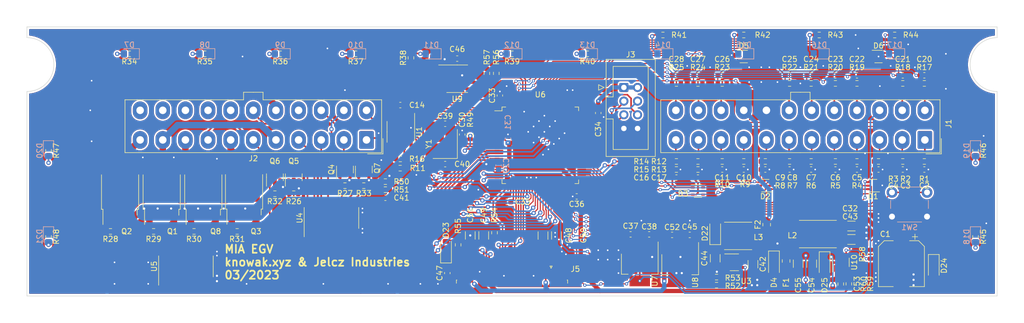
<source format=kicad_pcb>
(kicad_pcb (version 20221018) (generator pcbnew)
  (layers (0 "F.Cu" signal) (31 "B.Cu" signal) (34 "B.Paste" user) (35 "F.Paste" user) (36 "B.SilkS" user "B.Silkscreen") (37 "F.SilkS" user "F.Silkscreen") (38 "B.Mask" user) (39 "F.Mask" user) (44 "Edge.Cuts" user))
  (net 0 "")
  (net 1 "+12V")
  (net 2 "GND")
  (net 3 "/IN_CEINT")
  (net 4 "/IN_CTL_APC")
  (net 5 "/IN_ECO")
  (net 6 "/IN_WINDSHIELD_HEAT")
  (net 7 "/IN_DRIVE_DIR_1")
  (net 8 "/IN_WIPER")
  (net 9 "/IN_FOG_LIGHT")
  (net 10 "/IN_INDICATOR_RIGHT")
  (net 11 "/IN_BRAKE_1")
  (net 12 "/IN_SIDELIGHTS")
  (net 13 "Net-(D24-K)")
  (net 14 "+5V")
  (net 15 "Net-(D25-K)")
  (net 16 "Net-(U10-BST)")
  (net 17 "/THR2")
  (net 18 "/THR1")
  (net 19 "Net-(C54-Pad1)")
  (net 20 "/IN_AIRBAG")
  (net 21 "/IN_PARK")
  (net 22 "/IN_DF_CONV")
  (net 23 "/IN_DRIVE_DIR_2")
  (net 24 "/IN_WINDSHIELD_JET")
  (net 25 "/IN_HIGHBEAM")
  (net 26 "/IN_KEY1")
  (net 27 "/IN_KEY2")
  (net 28 "/IN_CRASH")
  (net 29 "+3V3")
  (net 30 "Net-(U6-NRST)")
  (net 31 "Net-(U6-OSC_IN)")
  (net 32 "Net-(U6-OSC_OUT)")
  (net 33 "/VBAT_MEAS")
  (net 34 "Net-(D22-K)")
  (net 35 "+15V")
  (net 36 "Net-(J5-Pin_4)")
  (net 37 "Net-(J5-Pin_25)")
  (net 38 "Net-(D7-A)")
  (net 39 "Net-(D8-A)")
  (net 40 "Net-(D9-A)")
  (net 41 "Net-(D10-A)")
  (net 42 "Net-(D11-A)")
  (net 43 "Net-(D12-A)")
  (net 44 "Net-(D13-A)")
  (net 45 "Net-(D14-A)")
  (net 46 "Net-(D15-A)")
  (net 47 "Net-(D16-A)")
  (net 48 "Net-(D17-A)")
  (net 49 "Net-(D18-A)")
  (net 50 "Net-(D19-A)")
  (net 51 "Net-(D20-A)")
  (net 52 "Net-(D21-A)")
  (net 53 "Net-(D22-A)")
  (net 54 "Net-(D23-A)")
  (net 55 "Net-(J1-Pin_1)")
  (net 56 "Net-(J1-Pin_2)")
  (net 57 "Net-(J1-Pin_3)")
  (net 58 "Net-(J1-Pin_4)")
  (net 59 "Net-(J1-Pin_5)")
  (net 60 "Net-(J1-Pin_6)")
  (net 61 "Net-(J1-Pin_7)")
  (net 62 "Net-(J1-Pin_8)")
  (net 63 "Net-(J1-Pin_9)")
  (net 64 "Net-(J1-Pin_10)")
  (net 65 "Net-(J1-Pin_11)")
  (net 66 "Net-(J1-Pin_12)")
  (net 67 "Net-(J1-Pin_13)")
  (net 68 "Net-(J1-Pin_14)")
  (net 69 "Net-(J1-Pin_16)")
  (net 70 "Net-(J1-Pin_17)")
  (net 71 "Net-(J1-Pin_18)")
  (net 72 "Net-(J1-Pin_19)")
  (net 73 "Net-(J1-Pin_22)")
  (net 74 "Net-(J1-Pin_23)")
  (net 75 "Net-(J1-Pin_24)")
  (net 76 "/CAN_L")
  (net 77 "/LIGHT_DAYTIME_H")
  (net 78 "/WINDSHIELD_HEAT_L")
  (net 79 "/WIPERS_L")
  (net 80 "/INDIC_RIGHT_H")
  (net 81 "/LIGHT_HAZARD_H")
  (net 82 "/LIGHT_REVERSE_H")
  (net 83 "/HEATING_H")
  (net 84 "/LIGHT_STOP_H")
  (net 85 "/INDIC_LEFT_H")
  (net 86 "/CAN_H")
  (net 87 "/INVERTER_L")
  (net 88 "/APC_H")
  (net 90 "/BMS_L")
  (net 96 "/USART1_RX")
  (net 97 "/SWDIO")
  (net 98 "/USART1_TX")
  (net 99 "/SWDCLK")
  (net 101 "/OLED_MOSI")
  (net 102 "/OLED_SCK")
  (net 103 "/OLED_DC")
  (net 104 "/OLED_CS")
  (net 105 "/OLED_RES")
  (net 107 "Net-(J5-Pin_22)")
  (net 109 "Net-(J5-Pin_27)")
  (net 110 "Net-(Q1-G)")
  (net 111 "Net-(Q2-G)")
  (net 112 "Net-(Q3-G)")
  (net 113 "Net-(Q8-G)")
  (net 114 "Net-(U1-Rs)")
  (net 115 "/LED_TEMP")
  (net 116 "/LED_ELECTR")
  (net 117 "/LED_STOP")
  (net 118 "/LED_BRAKE")
  (net 119 "/LED_BELT")
  (net 120 "/LED_INDICATOR")
  (net 121 "/LED_AIRBAG")
  (net 122 "/LED_ABS")
  (net 123 "/LED_BATTERY")
  (net 124 "/LED_FOG")
  (net 125 "/LED_HEATER")
  (net 126 "/LED_SIDELIGHTS")
  (net 127 "/LED_HEADLIGHT")
  (net 128 "/LED_CHARGING")
  (net 129 "Net-(U3-FB)")
  (net 130 "/SDA")
  (net 131 "/SCL")
  (net 132 "/IN_DISP")
  (net 133 "/CAN1_TX")
  (net 134 "/CAN1_RX")
  (net 137 "/WINDSHIELD_HEAT")
  (net 138 "/WIPERS")
  (net 139 "/INVERTER")
  (net 140 "/BMS")
  (net 141 "/INDIC_RIGHT")
  (net 142 "/INDIC_LEFT")
  (net 143 "/LIGHT_STOP")
  (net 144 "/LIGHT_REVERSE")
  (net 150 "Net-(U10-EN)")
  (net 151 "/OLED_POWER_EN")
  (net 169 "Net-(U10-FB)")
  (net 170 "/LED_BATTERY_HV")
  (net 171 "Net-(Q6-G)")
  (net 172 "/HEATING")
  (net 173 "Net-(Q5-G)")
  (net 174 "/LIGHT_HAZARD")
  (net 175 "Net-(Q4-G)")
  (net 176 "Net-(Q7-G)")
  (net 177 "/LIGHT_DAYTIME")
  (net 178 "/APC")
  (footprint "Capacitor_SMD:C_0603_1608Metric" (layer "F.Cu") (at 172.975 138.65 180)
    (fp_text reference "C45")
    (fp_text value "0.1uF")
  )
  (footprint "Resistor_SMD:R_0603_1608Metric" (layer "F.Cu") (at 202.5 147.75 -90)
    (fp_text reference "R59")
    (fp_text value "10k")
  )
  (footprint "Capacitor_SMD:C_0603_1608Metric" (layer "F.Cu") (at 199.5 147.75 90)
    (fp_text reference "C53")
    (fp_text value "100n")
  )
  (footprint "Resistor_SMD:R_0603_1608Metric" (layer "F.Cu") (at 201 147.775 -90)
    (fp_text reference "R60")
    (fp_text value "3k")
  )
  (footprint "Fuse:Fuse_0805_2012Metric" (layer "F.Cu") (at 187.25 136.75 90)
    (fp_text reference "F2")
    (fp_text value "250mA")
  )
  (footprint "Inductor_SMD:L_Taiyo-Yuden_NR-50xx" (layer "F.Cu") (at 181.95 138.84375 180)
    (fp_text reference "L3")
    (fp_text value "22uH")
  )
  (footprint "Resistor_SMD:R_0603_1608Metric" (layer "F.Cu") (at 111 105 180)
    (fp_text reference "R37")
    (fp_text value "220")
  )
  (footprint "Crystal:Crystal_SMD_3225-4Pin_3.2x2.5mm_HandSoldering" (layer "F.Cu") (at 127.6 121.75 90)
    (fp_text reference "Y1")
    (fp_text value "16MHz")
  )
  (footprint "Capacitor_SMD:C_1206_3216Metric" (layer "F.Cu") (at 145.75 138.775 90)
    (fp_text reference "C48")
    (fp_text value "10uF 25V")
  )
  (footprint "Resistor_SMD:R_0603_1608Metric" (layer "F.Cu") (at 119.275 124.525 180)
    (fp_text reference "R16")
    (fp_text value "DNP")
  )
  (footprint "Package_TO_SOT_SMD:TO-252-2" (layer "F.Cu") (at 67.28 130.585 90)
    (fp_text reference "Q2")
    (fp_text value "AOD4185")
  )
  (footprint "Capacitor_SMD:C_0603_1608Metric" (layer "F.Cu") (at 139 132.5 180)
    (fp_text reference "C35")
    (fp_text value "1uF")
  )
  (footprint "Resistor_SMD:R_0603_1608Metric" (layer "F.Cu") (at 183 101.5 180)
    (fp_text reference "R42")
    (fp_text value "220")
  )
  (footprint "Capacitor_SMD:C_0603_1608Metric" (layer "F.Cu") (at 216.5 109)
    (fp_text reference "C20")
    (fp_text value "100nF")
  )
  (footprint "Diode_SMD:D_SOD-123F" (layer "F.Cu") (at 177.7 138.24375 90)
    (fp_text reference "D22")
    (fp_text value "SK12WA")
  )
  (footprint "Capacitor_SMD:C_0603_1608Metric" (layer "F.Cu") (at 195.5 109)
    (fp_text reference "C24")
    (fp_text value "100nF")
  )
  (footprint "Package_TO_SOT_SMD:SOT-223-3_TabPin2" (layer "F.Cu") (at 163.7 144.05 -90)
    (fp_text reference "U7")
    (fp_text value "AMS1117-5.0")
  )
  (footprint "Package_TO_SOT_SMD:SOT-23-6" (layer "F.Cu") (at 181.25 143.74375)
    (fp_text reference "U3")
    (fp_text value "SB6286")
  )
  (footprint "Resistor_SMD:R_0603_1608Metric" (layer "F.Cu") (at 119.25 126.25 180)
    (fp_text reference "R11")
    (fp_text value "1k")
  )
  (footprint "Connector_FFC-FPC:TE_3-1734839-0_1x30-1MP_P0.5mm_Horizontal" (layer "F.Cu") (at 140 145)
    (fp_text reference "J5")
    (fp_text value "OLED")
  )
  (footprint "Resistor_SMD:R_0603_1608Metric" (layer "F.Cu") (at 216.5 110.5)
    (fp_text reference "R17")
    (fp_text value "10k")
  )
  (footprint "Package_SO:SOIC-8_3.9x4.9mm_P1.27mm" (layer "F.Cu") (at 129.83 109.635)
    (fp_text reference "U9")
    (fp_text value "FM24CL16B")
  )
  (footprint "Capacitor_SMD:C_1206_3216Metric" (layer "F.Cu") (at 184.7 144.09375 -90)
    (fp_text reference "C42")
    (fp_text value "10uF 25V")
  )
  (footprint "Capacitor_SMD:C_0603_1608Metric" (layer "F.Cu") (at 187 126.5)
    (fp_text reference "C9")
    (fp_text value "100nF")
  )
  (footprint "Resistor_SMD:R_0603_1608Metric" (layer "F.Cu") (at 212.5 125)
    (fp_text reference "R2")
    (fp_text value "10k")
  )
  (footprint "Resistor_SMD:R_0603_1608Metric" (layer "F.Cu") (at 226 123 -90)
    (fp_text reference "R46")
    (fp_text value "220")
  )
  (footprint "Package_TO_SOT_SMD:SOT-363_SC-70-6" (layer "F.Cu") (at 187 129.5 180)
    (fp_text reference "D2")
    (fp_text value "PESD3V3L5UY")
  )
  (footprint "Fuse:Fuse_0805_2012Metric" (layer "F.Cu") (at 190.85 143.5 -90)
    (fp_text reference "F1")
    (fp_text value "250mA")
  )
  (footprint "Resistor_SMD:R_0603_1608Metric" (layer "F.Cu") (at 183 125)
    (fp_text reference "R9")
    (fp_text value "10k")
  )
  (footprint "Resistor_SMD:R_0603_1608Metric" (layer "F.Cu") (at 208 125)
    (fp_text reference "R3")
    (fp_text value "10k")
  )
  (footprint "Resistor_SMD:R_0603_1608Metric" (layer "F.Cu") (at 179 110.5)
    (fp_text reference "R23")
    (fp_text value "10k")
  )
  (footprint "Capacitor_SMD:C_0603_1608Metric" (layer "F.Cu") (at 200 109)
    (fp_text reference "C23")
    (fp_text value "100nF")
  )
  (footprint "Package_TO_SOT_SMD:SOT-23" (layer "F.Cu") (at 96 127.9375 90)
    (fp_text reference "Q6")
    (fp_text value "BXT3800P06M")
  )
  (footprint "Capacitor_SMD:C_0603_1608Metric" (layer "F.Cu") (at 179 126.5)
    (fp_text reference "C11")
    (fp_text value "100nF")
  )
  (footprint "Resistor_SMD:R_0603_1608Metric" (layer "F.Cu") (at 187 125)
    (fp_text reference "R8")
    (fp_text value "10k")
  )
  (footprint "Resistor_SMD:R_0603_1608Metric" (layer "F.Cu") (at 191.5 110.5)
    (fp_text reference "R22")
    (fp_text value "10k")
  )
  (footprint "Resistor_SMD:R_0603_1608Metric" (layer "F.Cu") (at 137.08 108.635 -90)
    (fp_text reference "R56")
    (fp_text value "10k")
  )
  (footprint "Capacitor_SMD:C_0603_1608Metric" (layer "F.Cu") (at 162 138.55 180)
    (fp_text reference "C37")
    (fp_text value "1uF")
  )
  (footprint "Capacitor_SMD:CP_Elec_8x6.2" (layer "F.Cu") (at 212.25 144 -90)
    (fp_text reference "C1")
    (fp_text value "100uF 25V")
  )
  (footprint "Diode_SMD:D_SOD-123F" (layer "F.Cu") (at 218.25 144.5 -90)
    (fp_text reference "D24")
    (fp_text value "SK12WA")
  )
  (footprint "Resistor_SMD:R_0603_1608Metric" (layer "F.Cu") (at 135.33 108.635 -90)
    (fp_text reference "R57")
    (fp_text value "10k")
  )
  (footprint "Resistor_SMD:R_0603_1608Metric" (layer "F.Cu") (at 168 101.5 180)
    (fp_text reference "R41")
    (fp_text value "220")
  )
  (footprint "Connector_IDC:IDC-Header_2x04_P2.54mm_Vertical" (layer "F.Cu") (at 160.75 111.25)
    (fp_text reference "J3")
    (fp_text value "DEBUG")
  )
  (footprint "Package_TO_SOT_SMD:TO-252-2" (layer "F.Cu") (at 82.72 130.585 90)
    (fp_text reference "Q8")
    (fp_text value "AOD4185")
  )
  (footprint "Resistor_SMD:R_0603_1608Metric" (layer "F.Cu") (at 200 125)
    (fp_text reference "R5")
    (fp_text value "10k")
  )
  (footprint "Package_SO:SOP-16_3.9x9.9mm_P1.27mm" (layer "F.Cu") (at 106.5 135.5 90)
    (fp_text reference "U4")
    (fp_text value "ULN2003")
  )
  (footprint "Capacitor_SMD:C_1206_3216Metric" (layer "F.Cu") (at 132.25 138.75 90)
    (fp_text reference "C51")
    (fp_text value "10uF 25V")
  )
  (footprint "Package_TO_SOT_SMD:SOT-23-6" (layer "F.Cu") (at 201 143.75 90)
    (fp_text reference "U10")
    (fp_text value "AOZ1282CI-1")
  )
  (footprint "Resistor_SMD:R_0603_1608Metric" (layer "F.Cu") (at 170.5 110.5)
    (fp_text reference "R25")
    (fp_text value "10k")
  )
  (footprint "Capacitor_SMD:C_0603_1608Metric" (layer "F.Cu") (at 212.5 126.5)
    (fp_text reference "C3")
    (fp_text value "100nF")
  )
  (footprint "Capacitor_SMD:C_0603_1608Metric" (layer "F.Cu") (at 137.75 112.75 90)
    (fp_text reference "C33")
    (fp_text value "1uF")
  )
  (footprint "Package_SO:SOP-16_3.9x9.9mm_P1.27mm" (layer "F.Cu") (at 79.5 144.5 90)
    (fp_text reference "U5")
    (fp_text value "ULN2003")
  )
  (footprint "Resistor_SMD:R_0603_1608Metric" (layer "F.Cu") (at 174.5 125)
    (fp_text reference "R12")
    (fp_text value "10k")
  )
  (footprint "Capacitor_SMD:C_0603_1608Metric" (layer "F.Cu") (at 208 126.5)
    (fp_text reference "C4")
    (fp_text value "100nF")
  )
  (footprint "Resistor_SMD:R_0603_1608Metric" (layer "F.Cu") (at 191.5 125)
    (fp_text reference "R7")
    (fp_text value "10k")
  )
  (footprint "Package_TO_SOT_SMD:SOT-23" (layer "F.Cu") (at 112.5 126.5 90)
    (fp_text reference "Q7")
    (fp_text value "BXT3800P06M")
  )
  (footprint "Capacitor_SMD:C_0603_1608Metric" (layer "F.Cu") (at 130.75 120 90)
    (fp_text reference "C30")
    (fp_text value "100n")
  )
  (footprint "Package_SO:SOIC-8_3.9x4.9mm_P1.27mm" (layer "F.Cu") (at 119.37 119.5 -90)
    (fp_text reference "U1")
    (fp_text value "MCP2551-I-SN")
  )
  (footprint "Capacitor_SMD:C_0603_1608Metric" (layer "F.Cu") (at 129.83 105.885 180)
    (fp_text reference "C46")
    (fp_text value "100nF")
  )
  (footprint "Package_TO_SOT_SMD:SOT-363_SC-70-6" (layer "F.Cu") (at 183 105.5)
    (fp_text reference "D5")
    (fp_text value "PESD3V3L5UY")
  )
  (footprint "Capacitor_SMD:C_1206_3216Metric" (layer "F.Cu") (at 148.25 138.75 90)
    (fp_text reference "C50")
    (fp_text value "10uF 25V")
  )
  (footprint "Resistor_SMD:R_0603_1608Metric" (layer "F.Cu") (at 179 125)
    (fp_text reference "R10")
    (fp_text value "10k")
  )
  (footprint "Resistor_SMD:R_0603_1608Metric" (layer "F.Cu") (at 206.5 142.25 90)
    (fp_text reference "R58")
    (fp_text value "10k")
  )
  (footprint "Capacitor_SMD:C_0603_1608Metric" (layer "F.Cu") (at 183 126.5)
    (fp_text reference "C10")
    (fp_text value "100nF")
  )
  (footprint "Resistor_SMD:R_0603_1608Metric" (layer "F.Cu") (at 174.5 110.5)
    (fp_text reference "R24")
    (fp_text value "10k")
  )
  (footprint "Resistor_SMD:R_0603_1608Metric" (layer "F.Cu") (at 140 105 180)
    (fp_text reference "R39")
    (fp_text value "220")
  )
  (footprint "Capacitor_SMD:C_1206_3216Metric" (layer "F.Cu") (at 134.75 138.75 90)
    (fp_text reference "C49")
    (fp_text value "10uF 25V")
  )
  (footprint "Capacitor_SMD:C_0603_1608Metric" (layer "F.Cu") (at 200 126.5)
    (fp_text reference "C6")
    (fp_text value "100nF")
  )
  (footprint "Resistor_SMD:R_0603_1608Metric" (layer "F.Cu") (at 130 140.5 -90)
    (fp_text reference "R55")
    (fp_text value "50")
  )
  (footprint "Package_QFP:LQFP-100_14x14mm_P0.5mm" (layer "F.Cu") (at 145.25 122)
    (fp_text reference "U6")
    (fp_text value "STM32F103VETx")
  )
  (footprint "Capacitor_SMD:C_1206_3216Metric" (layer "F.Cu") (at 193.1 144 -90)
    (fp_text reference "C55")
    (fp_text value "22uF 10V")
  )
  (footprint "Connector_Molex:Molex_Mini-Fit_Jr_5566-24A_2x12_P4.20mm_Vertical" (layer "F.Cu") (at 216.6 121 180)
    (fp_text reference "J1")
    (fp_text value "INPUTS")
  )
  (footprint "Capacitor_SMD:C_0603_1608Metric" (layer "F.Cu") (at 204 109)
    (fp_text reference "C22")
    (fp_text value "100nF")
  )
  (footprint "Capacitor_SMD:C_0603_1608Metric" (layer "F.Cu") (at 127.6 125.5 180)
    (fp_text reference "C40")
    (fp_text value "18pF")
  )
  (footprint "Package_TO_SOT_SMD:SOT-223-3_TabPin2" (layer "F.Cu") (at 171.2 144.15 -90)
    (fp_text reference "U8")
    (fp_text value "78L15MG-AA3-R")
  )
  (footprint "Capacitor_SMD:C_1206_3216Metric" (layer "F.Cu") (at 177.7 142.99375 -90)
    (fp_text reference "C44")
    (fp_text value "10uF 25V")
  )
  (footprint "Inductor_SMD:L_Taiyo-Yuden_NR-50xx_HandSoldering" (layer "F.Cu") (at 196.75 138.5 180)
    (fp_text reference "L2")
    (fp_text value "22uH 900mA")
  )
  (footprint "Resistor_SMD:R_0603_1608Metric" (layer "F.Cu") (at 116.5 128.75)
    (fp_text reference "R50")
    (fp_text value "100k")
  )
  (footprint "Package_TO_SOT_SMD:TO-252-2" (layer "F.Cu") (at 90.28 130.545 90)
    (fp_text reference "Q3")
    (fp_text value "AOD4185")
  )
  (footprint "Capacitor_SMD:C_0603_1608Metric" (layer "F.Cu") (at 152 131.5 180)
    (fp_text reference "C36")
    (fp_text value "4.7u")
  )
  (footprint "Package_TO_SOT_SMD:TO-252-2" (layer "F.Cu") (at 75 130.585 90)
    (fp_text reference "Q1")
    (fp_text value "AOD4185")
  )
  (footprint "Capacitor_SMD:C_0603_1608Metric" (layer "F.Cu") (at 119.275 114.525)
    (fp_text reference "C14")
    (fp_text value "100nF")
  )
  (footprint "Capacitor_SMD:C_0603_1608Metric" (layer "F.Cu") (at 170.5 109)
    (fp_text reference "C28")
    (fp_text value "100nF")
  )
  (footprint "Package_TO_SOT_SMD:SOT-363_SC-70-6" (layer "F.Cu") (at 208 105.5)
    (fp_text reference "D6")
    (fp_text value "PESD3V3L5UY")
  )
  (footprint "Capacitor_SMD:C_1206_3216Metric" (layer "F.Cu") (at 202.975 137)
    (fp_text reference "C32")
    (fp_text value "10uF 25V")
  )
  (footprint "Capacitor_SMD:C_0603_1608Metric" (layer "F.Cu") (at 174.5 109)
    (fp_text reference "C27")
    (fp_text value "100nF")
  )
  (footprint "Capacitor_SMD:C_0603_1608Metric" (layer "F.Cu") (at 169.7 138.65)
    (fp_text reference "C52")
    (fp_text value "0.1uF")
  )
  (footprint "Resistor_SMD:R_0603_1608Metric" (layer "F.Cu") (at 154 105 180)
    (fp_text reference "R40")
    (fp_text value "220")
  )
  (footprint "Resistor_SMD:R_0603_1608Metric" (layer "F.Cu") (at 96 131 180)
    (fp_text reference "R32")
    (fp_text value "10k")
  )
  (footprint "Resistor_SMD:R_0603_1608Metric" (layer "F.Cu") (at 226 139 -90)
    (fp_text reference "R45")
    (fp_text value "220")
  )
  (footprint "Resistor_SMD:R_0603_1608Metric" (layer "F.Cu") (at 132.25 120 -90)
    (fp_text reference "R49")
    (fp_text value "10k")
  )
  (footprint "Capacitor_SMD:C_0603_1608Metric" (layer "F.Cu") (at 212.5 109)
    (fp_text reference "C21")
    (fp_text value "100nF")
  )
  (footprint "Diode_SMD:D_SOD-123F" (layer "F.Cu") (at 198 144 -90)
    (fp_text reference "D25")
    (fp_text value "SK14WA")
  )
  (footprint "Resistor_SMD:R_0603_1608Metric" (layer "F.Cu") (at 116.5 130.25 180)
    (fp_text reference "R51")
    (fp_text value "10k")
  )
  (footprint "Resistor_SMD:R_0603_1608Metric" (layer "F.Cu") (at 170.5 126.5 180)
    (fp_text reference "R15")
    (fp_text value "10k")
  )
  (footprint "Capacitor_SMD:C_0603_1608Metric" (layer "F.Cu") (at 191.5 126.5)
    (fp_text reference "C8")
    (fp_text value "100nF")
  )
  (footprint "Capacitor_SMD:C_0603_1608Metric" (layer "F.Cu") (at 195.5 126.5)
    (fp_text reference "C7")
    (fp_text value "100nF")
  )
  (footprint "Capacitor_SMD:C_0603_1608Metric" (layer "F.Cu") (at 127.6 118)
    (fp_text reference "C39")
    (fp_text value "18pF")
  )
  (footprint "Resistor_SMD:R_0603_1608Metric" (layer "F.Cu") (at 54 123 -90)
    (fp_text reference "R47")
    (fp_text value "220")
  )
  (footprint "Resistor_SMD:R_0603_1608Metric" (layer "F.Cu") (at 99.5 131 180)
    (fp_text reference "R26")
    (fp_text value "10k")
  )
  (footprint "Connector_Molex:Molex_Mini-Fit_Jr_5566-22A_2x11_P4.20mm_Vertical" (layer "F.Cu") (at 113 121 180)
    (fp_text reference "J2")
    (fp_text value "OUTPUTS")
  )
  (footprint "Resistor_SMD:R_0603_1608Metric" (layer "F.Cu") (at 65.5 138 180)
    (fp_text reference "R28")
    (fp_text value "10k")
  )
  (footprint "Capacitor_SMD:C_1206_3216Metric" (layer "F.Cu") (at 202.975 139.5)
    (fp_text reference "C43")
    (fp_text value "10uF 25V")
  )
  (footprint "Resistor_SMD:R_0603_1608Metric" (layer "F.Cu") (at 177.95 147.99375 180)
    (fp_text reference "R52")
    (fp_text value "29k")
  )
  (footprint "Resistor_SMD:R_0603_1608Metric" (layer "F.Cu") (at 216.5 125)
    (fp_text reference "R1")
    (fp_text value "10k")
  )
  (footprint "Resistor_SMD:R_0603_1608Metric" (layer "F.Cu") (at 204 125)
    (fp_text reference "R4")
    (fp_text value "10k")
  )
  (footprint "Package_TO_SOT_SMD:SOT-363_SC-70-6" (layer "F.Cu") (at 174.5 130.5)
    (fp_text reference "D3")
    (fp_text value "PESD3V3L5UY")
  )
  (footprint "Resistor_SMD:R_0603_1608Metric" (layer "F.Cu") (at 109 129.5 180)
    (fp_text reference "R27")
    (fp_text value "10k")
  )
  (footprint "Resistor_SMD:R_0603_1608Metric" (layer "F.Cu") (at 195.5 110.5)
    (fp_text reference "R21")
    (fp_text value "10k")
  )
  (footprint "Capacitor_SMD:C_0603_1608Metric" (layer "F.Cu") (at 179 109)
    (fp_text reference "C26")
    (fp_text value "100nF")
  )
  (footprint "Resistor_SMD:R_0603_1608Metric" (layer "F.Cu") (at 177.95 146.49375)
    (fp_text reference "R53")
    (fp_text value "1k")
  )
  (footprint "Resistor_SMD:R_0603_1608Metric" (layer "F.Cu") (at 97 105 180)
    (fp_text reference "R36")
    (fp_text value "220")
  )
  (footprint "Resistor_SMD:R_0603_1608Metric" (layer "F.Cu") (at 89 138 180)
    (fp_text reference "R31")
    (fp_text value "10k")
  )
  (footprint "Resistor_SMD:R_0603_1608Metric" (layer "F.Cu") (at 83 105 180)
    (fp_text reference "R35")
    (fp_text value "220")
  )
  (footprint "Capacitor_SMD:C_0603_1608Metric" (layer "F.Cu") (at 174.5 128 180)
    (fp_text reference "C17")
    (fp_text value "100nF")
  )
  (footprint "Resistor_SMD:R_0603_1608Metric" (layer "F.Cu") (at 136.75 138.25 -90)
    (fp_text reference "R54")
    (fp_text value "910k")
  )
  (footprint "Resistor_SMD:R_0603_1608Metric" (layer "F.Cu") (at 54 139 -90)
    (fp_text reference "R48")
    (fp_text value "220")
  )
  (footprint "Package_TO_SOT_SMD:SOT-23" (layer "F.Cu") (at 109 126.5 90)
    (fp_text reference "Q4")
    (fp_text value "BXT3800P06M")
  )
  (footprint "Resistor_SMD:R_0603_1608Metric" (layer "F.Cu") (at 112.5 129.5 180)
    (fp_text reference "R33")
    (fp_text value "10k")
  )
  (footprint "Package_TO_SOT_SMD:SOT-363_SC-70-6" (layer "F.Cu") (at 207 129.5 180)
    (fp_text reference "D1")
    (fp_text value "PESD3V3L5UY")
  )
  (footprint "Resistor_SMD:R_0603_1608Metric" (layer "F.Cu") (at 121.25 105.75 90)
    (fp_text reference "R38")
    (fp_text value "220")
  )
  (footprint "Diode_SMD:D_SOD-123" (layer "F.Cu") (at 188.6 144 -90)
    (fp_text reference "D4")
    (fp_text value "BZT52C3V6")
  )
  (footprint "Capacitor_SMD:C_0603_1608Metric" (layer "F.Cu") (at 128 145.75 90)
    (fp_text reference "C47")
    (fp_text value "0.1uF")
  )
  (footprint "Resistor_SMD:R_0603_1608Metric" (layer "F.Cu") (at 174.5 126.5 180)
    (fp_text reference "R13")
    (fp_text value "10k")
  )
  (footprint "Resistor_SMD:R_0603_1608Metric" (layer "F.Cu") (at 195.5 125)
    (fp_text reference "R6")
    (fp_text value "10k")
  )
  (footprint "Resistor_SMD:R_0603_1608Metric" (layer "F.Cu") (at 211 101.5 180)
    (fp_text reference "R44")
    (fp_text value "220")
  )
  (footprint "Resistor_SMD:R_0603_1608Metric" (layer "F.Cu") (at 197 101.5 180)
    (fp_text reference "R43")
    (fp_text value "220")
  )
  (footprint "Diode_SMD:D_SOD-123" (layer "F.Cu") (at 127.75 141.5 90)
    (fp_text reference "D23")
    (fp_text value "1N4148")
  )
  (footprint "Resistor_SMD:R_0603_1608Metric" (layer "F.Cu") (at 81 138 180)
    (fp_text reference "R30")
    (fp_text value "10k")
  )
  (footprint "Capacitor_SMD:C_0603_1608Metric" (layer "F.Cu") (at 165.45 138.55)
    (fp_text reference "C38")
    (fp_text value "1uF")
  )
  (footprint "Capacitor_SMD:C_0603_1608Metric" (layer "F.Cu") (at 216.5 126.5)
    (fp_text reference "C2")
    (fp_text value "100nF")
  )
  (footprint "Capacitor_SMD:C_0603_1608Metric" (layer "F.Cu") (at 204 126.5)
    (fp_text reference "C5")
    (fp_text value "100nF")
  )
  (footprint "Capacitor_SMD:C_0603_1608Metric" (layer "F.Cu") (at 156 116 -90)
    (fp_text reference "C34")
    (fp_text value "1uF")
  )
  (footprint "Resistor_SMD:R_0603_1608Metric" (layer "F.Cu") (at 212.5 110.5)
    (fp_text reference "R18")
    (fp_text value "10k")
  )
  (footprint "Capacitor_SMD:C_1206_3216Metric" (layer "F.Cu") (at 195.6 144 -90)
    (fp_text reference "C54")
    (fp_text value "22uF 10V")
  )
  (footprint "Resistor_SMD:R_0603_1608Metric" (layer "F.Cu") (at 204 110.5)
    (fp_text reference "R19")
    (fp_text value "10k")
  )
  (footprint "Package_TO_SOT_SMD:SOT-23" (layer "F.Cu") (at 99.5 127.9375 90)
    (fp_text reference "Q5")
    (fp_text value "BXT3800P06M")
  )
  (footprint "Resistor_SMD:R_0603_1608Metric" (layer "F.Cu") (at 200 110.5)
    (fp_text reference "R20")
    (fp_text value "10k")
  )
  (footprint "Capacitor_SMD:C_0603_1608Metric" (layer "F.Cu") (at 116.5 131.75 180)
    (fp_text reference "C41")
    (fp_text value "100nF")
  )
  (footprint "Capacitor_SMD:C_0603_1608Metric" (layer "F.Cu") (at 191.5 109)
    (fp_text reference "C25")
    (fp_text value "100nF")
  )
  (footprint "Resistor_SMD:R_0603_1608Metric" (layer "F.Cu") (at 69 105 180)
    (fp_text reference "R34")
    (fp_text value "220")
  )
  (footprint "Resistor_SMD:R_0603_1608Metric" (layer "F.Cu") (at 73.5 138 180)
    (fp_text reference "R29")
    (fp_text value "10k")
  )
  (footprint "Capacitor_SMD:C_0603_1608Metric" (layer "F.Cu") (at 170.5 128 180)
    (fp_text reference "C16")
    (fp_text value "100nF")
  )
  (footprint "Resistor_SMD:R_0603_1608Metric" (layer "F.Cu") (at 170.5 125)
    (fp_text reference "R14")
    (fp_text value "10k")
  )
  (footprint "LED_SMD:LED_0805_2012Metric_Pad1.15x1.40mm_HandSolder" (layer "B.Cu") (at 226 139 -90)
    (fp_text reference "D18")
    (fp_text value "RED")
  )
  (footprint "Capacitor_SMD:C_0603_1608Metric" (layer "B.Cu") (at 137.5 125.75 90)
    (fp_text reference "C29")
    (fp_text value "1uF")
  )
  (footprint "LED_SMD:LED_0805_2012Metric_Pad1.15x1.40mm_HandSolder" (layer "B.Cu") (at 154 105 180)
    (fp_text reference "D13")
    (fp_text value "RED")
  )
  (footprint "LED_SMD:LED_0805_2012Metric_Pad1.15x1.40mm_HandSolder" (layer "B.Cu") (at 54 123 -90)
    (fp_text reference "D20")
    (fp_text value "RED")
  )
  (footprint "LED_SMD:LED_0805_2012Metric_Pad1.15x1.40mm_HandSolder" (layer "B.Cu") (at 140 105 180)
    (fp_text reference "D12")
    (fp_text value "RED")
  )
  (footprint "LED_SMD:LED_0805_2012Metric_Pad1.15x1.40mm_HandSolder" (layer "B.Cu") (at 83 105 180)
    (fp_text reference "D8")
    (fp_text value "RED")
  )
  (footprint "LED_SMD:LED_0805_2012Metric_Pad1.15x1.40mm_HandSolder" (layer "B.Cu") (at 97 105 180)
    (fp_text reference "D9")
    (fp_text value "RED")
  )
  (footprint "LED_SMD:LED_0805_2012Metric_Pad1.15x1.40mm_HandSolder" (layer "B.Cu") (at 226 123 -90)
    (fp_text reference "D19")
    (fp_text value "RED")
  )
  (footprint "LED_SMD:LED_0805_2012Metric_Pad1.15x1.40mm_HandSolder" (layer "B.Cu") (at 125 105 180)
    (fp_text reference "D11")
    (fp_text value "RED")
  )
  (footprint "LED_SMD:LED_0805_2012Metric_Pad1.15x1.40mm_HandSolder" (layer "B.Cu") (at 111 105 180)
    (fp_text reference "D10")
    (fp_text value "RED")
  )
  (footprint "LED_SMD:LED_0805_2012Metric_Pad1.15x1.40mm_HandSolder" (layer "B.Cu") (at 197 105 180)
    (fp_text reference "D16")
    (fp_text value "RED")
  )
  (footprint "Button_Switch_THT:SW_PUSH_6mm_H13mm" (layer "B.Cu") (at 210.5 135.25)
    (fp_text reference "SW1")
    (fp_text value "DISP_BUTTON")
  )
  (footprint "Capacitor_SMD:C_0603_1608Metric" (layer "B.Cu") (at 139.25 120.75 90)
    (fp_text reference "C31")
    (fp_text value "1uF")
  )
  (footprint "LED_SMD:LED_0805_2012Metric_Pad1.15x1.40mm_HandSolder" (layer "B.Cu") (at 54 139 -90)
    (fp_text reference "D21")
    (fp_text value "RED")
  )
  (footprint "LED_SMD:LED_0805_2012Metric_Pad1.15x1.40mm_HandSolder" (layer "B.Cu") (at 168 105 180)
    (fp_text reference "D14")
    (fp_text value "RED")
  )
  (footprint "LED_SMD:LED_0805_2012Metric_Pad1.15x1.40mm_HandSolder" (layer "B.Cu") (at 211 105 180)
    (fp_text reference "D17")
    (fp_text value "RED")
  )
  (footprint "LED_SMD:LED_0805_2012Metric_Pad1.15x1.40mm_HandSolder" (layer "B.Cu") (at 69 105 180)
    (fp_text reference "D7")
    (fp_text value "RED")
  )
  (footprint "LED_SMD:LED_0805_2012Metric_Pad1.15x1.40mm_HandSolder" (layer "B.Cu") (at 183 105 180)
    (fp_text reference "D15")
    (fp_text value "RED")
  )
  (gr_line locked (start 50 112) (end 50 150) (stroke (width 0.1)) (layer "Edge.Cuts"))
  (gr_line locked (start 230 112) (end 230 150) (stroke (width 0.1)) (layer "Edge.Cuts"))
  (gr_line locked (start 50 100) (end 230 100) (stroke (width 0.1)) (layer "Edge.Cuts"))
  (gr_line locked (start 230 102) (end 230 100) (stroke (width 0.1)) (layer "Edge.Cuts"))
  (gr_arc locked (start 50 102) (mid 55 107) (end 50 112) (stroke (width 0.1)) (layer "Edge.Cuts"))
  (gr_arc locked (start 230 112) (mid 225 107) (end 230 102) (stroke (width 0.1)) (layer "Edge.Cuts"))
  (gr_line locked (start 230 150) (end 50 150) (stroke (width 0.1)) (layer "Edge.Cuts"))
  (gr_line locked (start 50 102) (end 50 100) (stroke (width 0.1)) (layer "Edge.Cuts"))
  (gr_text "MIA EGV\nknowak.xyz & Jelcz Industries\n03/2023" (at 86.5 147) (layer "F.SilkS") (effects (font (size 1.5 1.5) (thickness 0.3) bold) (justify left bottom)))
  (segment (start 84.065 133.685) (end 85 133.685) (width 1.2) (layer "F.Cu") (net 1))
  (segment (start 83.935 133.685) (end 84 133.75) (width 1.2) (layer "F.Cu") (net 1))
  (segment (start 187.25 135.8125) (end 187.337 135.8125) (width 0.2) (layer "F.Cu") (net 1))
  (segment (start 86.435 133.685) (end 86.5 133.75) (width 1.2) (layer "F.Cu") (net 1))
  (segment (start 81.75 133.75) (end 81.815 133.685) (width 1.2) (layer "F.Cu") (net 1))
  (segment (start 81.685 133.685) (end 81.75 133.75) (width 1.2) (layer "F.Cu") (net 1))
  (segment (start 86.5 133.75) (end 86.565 133.685) (width 1.2) (layer "F.Cu") (net 1))
  (segment (start 76.815 133.685) (end 77.25 133.685) (width 1.2) (layer "F.Cu") (net 1))
  (segment (start 74.325 138) (end 74.905 138) (width 0.3) (layer "F.Cu") (net 1))
  (segment (start 110.945 131.88) (end 113.325 129.5) (width 0.3) (layer "F.Cu") (net 1))
  (segment (start 187.337 135.8125) (end 187.75 135.3995) (width 0.2) (layer "F.Cu") (net 1))
  (segment (start 96.95 128.875) (end 96.95 130) (width 0.3) (layer "F.Cu") (net 1))
  (segment (start 74.25 133.75) (end 74.315 133.685) (width 1.2) (layer "F.Cu") (net 1))
  (segment (start 90.435 133.685) (end 90.5 133.75) (width 1.2) (layer "F.Cu") (net 1))
  (segment (start 109.825 128.5) (end 109.825 127.5625) (width 0.3) (layer "F.Cu") (net 1))
  (segment (start 110.945 133) (end 110.945 131.88) (width 0.3) (layer "F.Cu") (net 1))
  (segment (start 81.825 138) (end 82.625 138) (width 0.3) (layer "F.Cu") (net 1))
  (segment (start 88.565 133.685) (end 90.435 133.685) (width 1.2) (layer "F.Cu") (net 1))
  (segment (start 109.825 127.5625) (end 109.95 127.4375) (width 0.3) (layer "F.Cu") (net 1))
  (segment (start 76.685 133.685) (end 76.75 133.75) (width 1.2) (layer "F.Cu") (net 1))
  (segment (start 84 133.75) (end 84.065 133.685) (width 1.2) (layer "F.Cu") (net 1))
  (segment (start 71.685 133.685) (end 71.75 133.75) (width 1.2) (layer "F.Cu") (net 1))
  (segment (start 96.95 130) (end 97.25 130) (width 0.3) (layer "F.Cu") (net 1))
  (segment (start 77.28 135.625) (end 77.28 133.715) (width 1.2) (layer "F.Cu") (net 1))
  (segment (start 109.825 129.5) (end 109.825 128.5) (width 0.3) (layer "F.Cu") (net 1))
  (segment (start 90.565 133.685) (end 90.66 133.685) (width 1.2) (layer "F.Cu") (net 1))
  (segment (start 77.25 133.685) (end 79.185 133.685) (width 1.2) (layer "F.Cu") (net 1))
  (segment (start 90.5 133.75) (end 90.565 133.685) (width 1.2) (layer "F.Cu") (net 1))
  (segment (start 85 135.625) (end 85 133.685) (width 1.2) (layer "F.Cu") (net 1))
  (segment (start 90.66 133.685) (end 92.56 135.585) (width 1.2) (layer "F.Cu") (net 1))
  (segment (start 89.825 138) (end 90.145 138) (width 0.3) (layer "F.Cu") (net 1))
  (segment (start 79.315 133.685) (end 81.685 133.685) (width 1.2) (layer "F.Cu") (net 1))
  (segment (start 96.95 130.875) (end 96.825 131) (width 0.3) (layer "F.Cu") (net 1))
  (segment (start 85 133.685) (end 86.435 133.685) (width 1.2) (layer "F.Cu") (net 1))
  (segment (start 71.75 133.75) (end 71.815 133.685) (width 1.2) (layer "F.Cu") (net 1))
  (segment (start 69.56 135.625) (end 71.5 133.685) (width 1.2) (layer "F.Cu") (net 1))
  (segment (start 113.45 129.375) (end 113.325 129.5) (width 0.3) (layer "F.Cu") (net 1))
  (segment (start 96.95 130) (end 96.95 130.875) (width 0.3) (layer "F.Cu") (net 1))
  (segment (start 81.815 133.685) (end 83.935 133.685) (width 1.2) (layer "F.Cu") (net 1))
  (segment (start 116.7495 127.6755) (end 117.25 127.6755) (width 0.3) (layer "F.Cu") (net 1))
  (segment (start 115.675 128.75) (end 116.7495 127.6755) (width 0.3) (layer "F.Cu") (net 1))
  (segment (start 90.145 138) (end 92.56 135.585) (width 0.3) (layer "F.Cu") (net 1))
  (segment (start 67.185 138) (end 69.56 135.625) (width 0.3) (layer "F.Cu") (net 1))
  (segment (start 74.905 138) (end 77.28 135.625) (width 0.3) (layer "F.Cu") (net 1))
  (segment (start 76.75 133.75) (end 76.815 133.685) (width 1.2) (layer "F.Cu") (net 1))
  (segment (start 86.565 133.685) (end 88.435 133.685) (width 1.2) (layer "F.Cu") (net 1))
  (segment (start 100.45 128.875) (end 100.45 130.875) (width 0.3) (layer "F.Cu") (net 1))
  (segment (start 71.815 133.685) (end 74.185 133.685) (width 1.2) (layer "F.Cu") (net 1))
  (segment (start 66.325 138) (end 67.185 138) (width 0.3) (layer "F.Cu") (net 1))
  (segment (start 74.315 133.685) (end 76.685 133.685) (width 1.2) (layer "F.Cu") (net 1))
  (segment (start 113.45 127.4375) (end 113.45 129.375) (width 0.3) (layer "F.Cu") (net 1))
  (segment (start 100.45 130.875) (end 100.325 131) (width 0.3) (layer "F.Cu") (net 1))
  (segment (start 79.25 133.75) (end 79.315 133.685) (width 1.2) (layer "F.Cu") (net 1))
  (segment (start 74.185 133.685) (end 74.25 133.75) (width 1.2) (layer "F.Cu") (net 1))
  (segment (start 97.25 130) (end 97.5 129.75) (width 0.3) (layer "F.Cu") (net 1))
  (segment (start 71.5 133.685) (end 71.685 133.685) (width 1.2) (layer "F.Cu") (net 1))
  (segment (start 82.625 138) (end 85 135.625) (width 0.3) (layer "F.Cu") (net 1))
  (segment (start 77.28 133.715) (end 77.25 133.685) (width 1.2) (layer "F.Cu") (net 1))
  (segment (start 79.185 133.685) (end 79.25 133.75) (width 1.2) (layer "F.Cu") (net 1))
  (via (at 117.25 127.6755) (size 0.8) (drill 0.4) (layers "F.Cu" "B.Cu") (net 1))
  (via (at 76.75 133.75) (size 0.8) (drill 0.4) (layers "F.Cu" "B.Cu") (net 1))
  (via (at 90.5 133.75) (size 0.8) (drill 0.4) (layers "F.Cu" "B.Cu") (net 1))
  (via (at 79.25 133.75) (size 0.8) (drill 0.4) (layers "F.Cu" "B.Cu") (net 1))
  (via (at 113.45 128.5) (size 0.8) (drill 0.4) (layers "F.Cu" "B.Cu") (net 1))
  (via (at 86.5 133.75) (size 0.8) (drill 0.4) (layers "F.Cu" "B.Cu") (net 1))
  (via (at 84 133.75) (size 0.8) (drill 0.4) (layers "F.Cu" "B.Cu") (net 1))
  (via (at 109.825 128.5) (size 0.8) (drill 0.4) (layers "F.Cu" "B.Cu") (net 1))
  (via (at 100.45 130) (size 0.8) (drill 0.4) (layers "F.Cu" "B.Cu") (net 1))
  (via (at 71.75 133.75) (size 0.8) (drill 0.4) (layers "F.Cu" "B.Cu") (net 1))
  (via (at 187.75 135.3995) (size 0.6) (drill 0.3) (layers "F.Cu" "B.Cu") (net 1))
  (via (at 74.25 133.75) (size 0.8) (drill 0.4) (layers "F.Cu" "B.Cu") (net 1))
  (via (at 97.5 129.75) (size 0.8) (drill 0.4) (layers "F.Cu" "B.Cu") (net 1))
  (via (at 81.75 133.75) (size 0.8) (drill 0.4) (layers "F.Cu" "B.Cu") (net 1))
  (segment (start 183 115.5) (end 183 112) (width 3) (layer "B.Cu") (net 1))
  (segment (start 187.75 130.227207) (end 187.75 135.25) (width 0.8) (layer "B.Cu") (net 1))
  (segment (start 185.25 117.75) (end 185.25 127.727207) (width 0.8) (layer "B.Cu") (net 1))
  (segment (start 92.75 134.5) (end 71.75 134.5) (width 3) (layer "B.Cu") (net 1))
  (segment (start 183 115.5) (end 185.25 117.75) (width 0.8) (layer "B.Cu") (net 1))
  (segment (start 163.669818 108.023573) (end 137.476427 108.023573) (width 3) (layer "B.Cu") (net 1))
  (segment (start 115.75 129.75) (end 97.5 129.75) (width 3) (layer "B.Cu") (net 1))
  (segment (start 185.25 127.727207) (end 187.75 130.227207) (width 0.8) (layer "B.Cu") (net 1))
  (segment (start 137.476427 108.023573) (end 115.75 129.75) (width 3) (layer "B.Cu") (net 1))
  (segment (start 97.5 129.75) (end 92.75 134.5) (width 3) (layer "B.Cu") (net 1))
  (segment (start 167.646245 112) (end 163.669818 108.023573) (width 3) (layer "B.Cu") (net 1))
  (segment (start 183 112) (end 167.646245 112) (width 3) (layer "B.Cu") (net 1))
  (segment (start 139.75 128.25) (end 139.5 128) (width 0.25) (layer "F.Cu") (net 2))
  (segment (start 139.75 113.25) (end 138.475 111.975) (width 0.2) (layer "F.Cu") (net 2))
  (segment (start 142.25 114.325) (end 142.25 115.75) (width 0.2) (layer "F.Cu") (net 2))
  (segment (start 133.75 143.65) (end 133.75 145) (width 0.2) (layer "F.Cu") (net 2))
  (segment (start 171.2 139.375) (end 171.475 139.375) (width 0.8) (layer "F.Cu") (net 2))
  (segment (start 138.475 111.975) (end 137.75 111.975) (width 0.2) (layer "F.Cu") (net 2))
  (segment (start 195.6 145.475) (end 193.1 145.475) (width 0.3) (layer "F.Cu") (net 2))
  (segment (start 175.325 126.5) (end 175.25 126.5) (width 0.3) (layer "F.Cu") (net 2))
  (segment (start 173.55 130.5) (end 172.75 130.5) (width 0.2) (layer "F.Cu") (net 2))
  (segment (start 177.125 145.04375) (end 177.7 144.46875) (width 0.3) (layer "F.Cu") (net 2))
  (segment (start 187.95 129.5) (end 188.75 129.5) (width 0.2) (layer "F.Cu") (net 2))
  (segment (start 138.725 120.5) (end 139.25 119.975) (width 0.25) (layer "F.Cu") (net 2))
  (segment (start 193.1 145.475) (end 188.775 145.475) (width 0.3) (layer "F.Cu") (net 2))
  (segment (start 171.2 139.375) (end 170.475 138.65) (width 0.8) (layer "F.Cu") (net 2))
  (segment (start 120.005 114.57) (end 120.05 114.525) (width 0.3) (layer "F.Cu") (net 2))
  (segment (start 136.128859 125) (end 135.629359 125.4995) (width 0.25) (layer "F.Cu") (net 2))
  (segment (start 128.75 120.3) (end 128.75 118.375) (width 0.3) (layer "F.Cu") (net 2))
  (segment (start 181 105.5) (end 180.75 105.25) (width 0.3) (layer "F.Cu") (net 2))
  (segment (start 155.725 116.5) (end 156 116.775) (width 0.25) (layer "F.Cu") (net 2))
  (segment (start 202.975 143.875) (end 201.4 143.875) (width 0.3) (layer "F.Cu") (net 2))
  (segment (start 181.7 145.49375) (end 184.625 145.49375) (width 0.3) (layer "F.Cu") (net 2))
  (segment (start 171.325 127.95) (end 171.275 128) (width 0.3) (layer "F.Cu") (net 2))
  (segment (start 199.525 143.875) (end 198 145.4) (width 0.3) (layer "F.Cu") (net 2))
  (segment (start 201 146.95) (end 201 144.8875) (width 0.3) (layer "F.Cu") (net 2))
  (segment (start 171.475 139.375) (end 172.2 138.65) (width 0.8) (layer "F.Cu") (net 2))
  (segment (start 181.2 144.411643) (end 181.2 144.99375) (width 0.3) (layer "F.Cu") (net 2))
  (segment (start 166.225 140.675) (end 166 140.9) (width 0.3) (layer "F.Cu") (net 2))
  (segment (start 178.425 143.74375) (end 177.7 144.46875) (width 0.3) (layer "F.Cu") (net 2))
  (segment (start 152.925 116.5) (end 155.725 116.5) (width 0.25) (layer "F.Cu") (net 2))
  (segment (start 139.75 129.675) (end 139.75 128.25) (width 0.25) (layer "F.Cu") (net 2))
  (segment (start 120.005 117.025) (end 120.005 114.57) (width 0.3) (layer "F.Cu") (net 2))
  (segment (start 133.75 145) (end 134 145.25) (width 0.2) (layer "F.Cu") (net 2))
  (segment (start 201.4 143.875) (end 201.225 143.875) (width 0.3) (layer "F.Cu") (net 2))
  (segment (start 171.25 126.5) (end 171.325 127.95) (width 0.3) (layer "F.Cu") (net 2))
  (segment (start 132.25 137.275) (end 132.25 138.75) (width 0.2) (layer "F.Cu") (net 2))
  (segment (start 137.575 120.5) (end 138.725 120.5) (width 0.25) (layer "F.Cu") (net 2))
  (segment (start 201.4 143.875) (end 199.525 143.875) (width 0.3) (layer "F.Cu") (net 2))
  (segment (start 201.2 144.6875) (end 201 144.8875) (width 0.3) (layer "F.Cu") (net 2))
  (segment (start 166.225 138.55) (end 166.225 140.675) (width 0.3) (layer "F.Cu") (net 2))
  (segment (start 135.629359 125.4995) (end 135.228961 125.4995) (width 0.25) (layer "F.Cu") (net 2))
  (segment (start 180.1125 143.74375) (end 180.532107 143.74375) (width 0.3) (layer "F.Cu") (net 2))
  (segment (start 150.75 131.025) (end 151.225 131.5) (width 0.25) (layer "F.Cu") (net 2))
  (segment (start 161.425 138.458274) (end 161.425 138.55) (width 0.8) (layer "F.Cu") (net 2))
  (segment (start 126.825 123.575) (end 126.45 123.2) (width 0.25) (layer "F.Cu") (net 2))
  (segment (start 126.825 125.5) (end 126.825 123.575) (width 0.25) (layer "F.Cu") (net 2))
  (segment (start 204.45 137) (end 204.45 139.5) (width 0.3) (layer "F.Cu") (net 2))
  (segment (start 188.775 145.475) (end 188.6 145.65) (width 0.3) (layer "F.Cu") (net 2))
  (segment (start 171.2 141) (end 171.2 139.375) (width 0.8) (layer "F.Cu") (net 2))
  (segment (start 139.75 129.675) (end 139.75 130.975) (width 0.25) (layer "F.Cu") (net 2))
  (segment (start 137.575 125) (end 136.128859 125) (width 0.25) (layer "F.Cu") (net 2))
  (segment (start 201.2 143.85) (end 201.2 144.6875) (width 0.3) (layer "F.Cu") (net 2))
  (segment (start 128.75 118.375) (end 128.375 118) (width 0.3) (layer "F.Cu") (net 2))
  (segment (start 148.225 137.3) (end 148.25 137.275) (width 0.3) (layer "F.Cu") (net 2))
  (segment (start 203.6 143.25) (end 202.975 143.875) (width 0.3) (layer "F.Cu") (net 2))
  (segment (start 139.75 130.975) (end 138.225 132.5) (width 0.25) (layer "F.Cu") (net 2))
  (segment (start 180.1125 143.74375) (end 178.425 143.74375) (width 0.3) (layer "F.Cu") (net 2))
  (segment (start 145.75 137.3) (end 148.225 137.3) (width 0.3) (layer "F.Cu") (net 2))
  (segment (start 175.325 127.95) (end 175.275 128) (width 0.3) (layer "F.Cu") (net 2))
  (segment (start 139.75 114.325) (end 139.75 113.25) (width 0.2) (layer "F.Cu") (net 2))
  (segment (start 134 145.25) (end 134 145.5) (width 0.2) (layer "F.Cu") (net 2))
  (segment (start 180.532107 143.74375) (end 181.2 144.411643) (width 0.3) (layer "F.Cu") (net 2))
  (segment (start 181.2 144.99375) (end 181.7 145.49375) (width 0.3) (layer "F.Cu") (net 2))
  (segment (start 198 145.4) (end 195.675 145.4) (width 0.3) (layer "F.Cu") (net 2))
  (segment (start 184.625 145.49375) (end 184.7 145.56875) (width 0.3) (layer "F.Cu") (net 2))
  (segment (start 208.652178 129.5) (end 208.701089 129.451089) (width 0.2) (layer "F.Cu") (net 2))
  (segment (start 150.75 129.675) (end 150.75 131.025) (width 0.25) (layer "F.Cu") (net 2))
  (segment (start 182.05 105.5) (end 181 105.5) (width 0.3) (layer "F.Cu") (net 2))
  (segment (start 195.675 145.4) (end 195.6 145.475) (width 0.3) (layer "F.Cu") (net 2))
  (segment (start 171.325 126.5) (end 171.25 126.5) (width 0.3) (layer "F.Cu") (net 2))
  (segment (start 203.6 140.35) (end 203.6 143.25) (width 0.3) (layer "F.Cu") (net 2))
  (segment (start 127.355 107.73) (end 127.355 111.54) (width 0.25) (layer "F.Cu") (net 2))
  (segment (start 207.95 129.5) (end 208.652178 129.5) (width 0.2) (layer "F.Cu") (net 2))
  (segment (start 177.125 146.49375) (end 177.125 145.04375) (width 0.3) (layer "F.Cu") (net 2))
  (segment (start 175.25 126.5) (end 175.325 127.95) (width 0.3) (layer "F.Cu") (net 2))
  (segment (start 204.45 139.5) (end 203.6 140.35) (width 0.3) (layer "F.Cu") (net 2))
  (segment (start 201.225 143.875) (end 201.2 143.85) (width 0.3) (layer "F.Cu") (net 2))
  (via (at 227.5 120.25) (size 0.6) (drill 0.3) (layers "F.Cu" "B.Cu") (net 2))
  (via (at 150.75 141) (size 0.6) (drill 0.3) (layers "F.Cu" "B.Cu") (net 2))
  (via (at 184 107.5) (size 0.6) (drill 0.3) (layers "F.Cu" "B.Cu") (net 2))
  (via (at 157.75 141.5) (size 0.6) (drill 0.3) (layers "F.Cu" "B.Cu") (net 2))
  (via (at 145.75 123.75) (size 0.6) (drill 0.3) (layers "F.Cu" "B.Cu") (net 2))
  (via (at 208 139.75) (size 0.6) (drill 0.3) (layers "F.Cu" "B.Cu") (net 2))
  (via (at 180.75 105.25) (size 0.6) (drill 0.3) (layers "F.Cu" "B.Cu") (net 2))
  (via (at 142.25 115.75) (size 0.6) (drill 0.3) (layers "F.Cu" "B.Cu") (net 2))
  (via (at 149.75 139) (size 0.6) (drill 0.3) (layers "F.Cu" "B.Cu") (net 2))
  (via (at 142.75 128) (size 0.6) (drill 0.3) (layers "F.Cu" "B.Cu") (net 2))
  (via (at 205.75 137.25) (size 0.8) (drill 0.4) (layers "F.Cu" "B.Cu") (net 2))
  (via (at 137.75 112) (size 0.6) (drill 0.3) (layers "F.Cu" "B.Cu") (net 2))
  (via (at 112.25 138.25) (size 0.6) (drill 0.3) (layers "F.Cu" "B.Cu") (net 2))
  (via (at 208 135.5) (size 0.6) (drill 0.3) (layers "F.Cu" "B.Cu") (net 2))
  (via (at 156 141.5) (size 0.6) (drill 0.3) (layers "F.Cu" "B.Cu") (net 2))
  (via (at 186.25 110.25) (size 0.6) (drill 0.3) (layers "F.Cu" "B.Cu") (net 2))
  (via (at 197.75 107.25) (size 0.6) (drill 0.3) (layers "F.Cu" "B.Cu") (net 2))
  (via (at 147.75 121.75) (size 0.6) (drill 0.3) (layers "F.Cu" "B.Cu") (net 2))
  (via (at 105.75 104) (size 0.6) (drill 0.3) (layers "F.Cu" "B.Cu") (net 2))
  (via (at 159.75 143.25) (size 0.6) (drill 0.3) (layers "F.Cu" "B.Cu") (net 2))
  (via (at 85.25 141.75) (size 0.6) (drill 0.3) (layers "F.Cu" "B.Cu") (net 2))
  (via (at 228 136.5) (size 0.6) (drill 0.3) (layers "F.Cu" "B.Cu") (net 2))
  (via (at 171.25 126.5) (size 0.6) (drill 0.3) (layers "F.Cu" "B.Cu") (net 2))
  (via (at 166 142.75) (size 0.8) (drill 0.4) (layers "F.Cu" "B.Cu") (net 2))
  (via (at 156 143.25) (size 0.6) (drill 0.3) (layers "F.Cu" "B.Cu") (net 2))
  (via (at 208.701089 129.451089) (size 0.6) (drill 0.3) (layers "F.Cu" "B.Cu") (net 2))
  (via (at 143.5 128) (size 0.6) (drill 0.3) (layers "F.Cu" "B.Cu") (net 2))
  (via (at 146 116.5) (size 0.6) (drill 0.3) (layers "F.Cu" "B.Cu") (net 2))
  (via (at 208 134.75) (size 0.6) (drill 0.3) (layers "F.Cu" "B.Cu") (net 2))
  (via (at 85.25 146.25) (size 0.8) (drill 0.4) (layers "F.Cu" "B.Cu") (net 2))
  (via (at 159.75 145.75) (size 0.6) (drill 0.3) (layers "F.Cu" "B.Cu") (net 2))
  (via (at 172.5 107.25) (size 0.6) (drill 0.3) (layers "F.Cu" "B.Cu") (net 2))
  (via (at 207.5 140.25) (size 0.6) (drill 0.3) (layers "F.Cu" "B.Cu") (net 2))
  (via (at 144 118.5) (size 0.6) (drill 0.3) (layers "F.Cu" "B.Cu") (net 2))
  (via (at 115.75 124.75) (size 0.6) (drill 0.3) (layers "F.Cu" "B.Cu") (net 2))
  (via (at 205.5 123.5) (size 0.6) (drill 0.3) (layers "F.Cu" "B.Cu") (net 2))
  (via (at 72.5 147.75) (size 0.6) (drill 0.3) (layers "F.Cu" "B.Cu") (net 2))
  (via (at 127.5 106) (size 0.8) (drill 0.4) (layers "F.Cu" "B.Cu") (net 2))
  (via (at 207.5 147.25) (size 0.6) (drill 0.3) (layers "F.Cu" "B.Cu") (net 2))
  (via (at 133.75 130.25) (size 0.6) (drill 0.3) (layers "F.Cu" "B.Cu") (net 2))
  (via (at 205.75 139.25) (size 0.8) (drill 0.4) (layers "F.Cu" "B.Cu") (net 2))
  (via (at 214.5 146) (size 0.8) (drill 0.4) (layers "F.Cu" "B.Cu") (net 2))
  (via (at 214.75 107.5) (size 0.6) (drill 0.3) (layers "F.Cu" "B.Cu") (net 2))
  (via (at 121.25 118.75) (size 0.6) (drill 0.3) (layers "F.Cu" "B.Cu") (net 2))
  (via (at 184.5 148) (size 0.8) (drill 0.4) (layers "F.Cu" "B.Cu") (net 2))
  (via (at 148 138.25) (size 0.6) (drill 0.3) (layers "F.Cu" "B.Cu") (net 2))
  (via (at 146.75 122.75) (size 0.6) (drill 0.3) (layers "F.Cu" "B.Cu") (net 2))
  (via (at 85.25 142.5) (size 0.6) (drill 0.3) (layers "F.Cu" "B.Cu") (net 2))
  (via (at 143 119.5) (size 0.6) (drill 0.3) (layers "F.Cu" "B.Cu") (net 2))
  (via (at 135.5 129.75) (size 0.6) (drill 0.3) (layers "F.Cu" "B.Cu") (net 2))
  (via (at 85.25 124.5) (size 0.6) (drill 0.3) (layers "F.Cu" "B.Cu") (net 2))
  (via (at 72.5 143.75) (size 0.6) (drill 0.3) (layers "F.Cu" "B.Cu") (net 2))
  (via (at 208 105.5) (size 0.6) (drill 0.3) (layers "F.Cu" "B.Cu") (net 2))
  (via (at 144 121.5) (size 0.6) (drill 0.3) (layers "F.Cu" "B.Cu") (net 2))
  (via (at 220.5 111.5) (size 0.6) (drill 0.3) (layers "F.Cu" "B.Cu") (net 2))
  (via (at 90.75 147.75) (size 0.6) (drill 0.3) (layers "F.Cu" "B.Cu") (net 2))
  (via (at 85.25 147.25) (size 0.8) (drill 0.4) (layers "F.Cu" "B.Cu") (net 2))
  (via (at 171.25 142.75) (size 0.8) (drill 0.4) (layers "F.Cu" "B.Cu") (net 2))
  (via (at 112.25 133.75) (size 0.6) (drill 0.3) (layers "F.Cu" "B.Cu") (net 2))
  (via (at 205.75 146.5) (size 0.6) (drill 0.3) (layers "F.Cu" "B.Cu") (net 2))
  (via (at 149.75 138.25) (size 0.6) (drill 0.3) (layers "F.Cu" "B.Cu") (net 2))
  (via (at 109 111.75) (size 0.6) (drill 0.3) (layers "F.Cu" "B.Cu") (net 2))
  (via (at 150.25 140.5) (size 0.6) (drill 0.3) (layers "F.Cu" "B.Cu") (net 2))
  (via (at 164 136) (size 0.6) (drill 0.3) (layers "F.Cu" "B.Cu") (net 2))
  (via (at 66.25 147.75) (size 0.6) (drill 0.3) (layers "F.Cu" "B.Cu") (net 2))
  (via (at 204.25 104) (size 0.6) (drill 0.3) (layers "F.Cu" "B.Cu") (net 2))
  (via (at 148 117.5) (size 0.6) (drill 0.3) (layers "F.Cu" "B.Cu") (net 2))
  (via (at 122.25 127.5) (size 0.6) (drill 0.3) (layers "F.Cu" "B.Cu") (net 2))
  (via (at 123 147.75) (size 0.6) (drill 0.3) (layers "F.Cu" "B.Cu") (net 2))
  (via (at 66.25 143.75) (size 0.6) (drill 0.3) (layers "F.Cu" "B.Cu") (net 2))
  (via (at 150 142.25) (size 0.6) (drill 0.3) (layers "F.Cu" "B.Cu") (net 2))
  (via (at 145 120.5) (size 0.6) (drill 0.3) (layers "F.Cu" "B.Cu") (net 2))
  (via (at 149.25 141.75) (size 0.6) (drill 0.3) (layers "F.Cu" "B.Cu") (net 2))
  (via (at 105 147.75) (size 0.6) (drill 0.3) (layers "F.Cu" "B.Cu") (net 2))
  (via (at 207.5 146.5) (size 0.6) (drill 0.3) (layers "F.Cu" "B.Cu") (net 2))
  (via (at 145 117.5) (size 0.6) (drill 0.3) (layers "F.Cu" "B.Cu") (net 2))
  (via (at 185.5 147) (size 0.8) (drill 0.4) (layers "F.Cu" "B.Cu") (net 2))
  (via (at 208.25 111) (size 0.6) (drill 0.3) (layers "F.Cu" "B.Cu") (net 2))
  (via (at 213.5 103.25) (size 0.6) (drill 0.3) (layers "F.Cu" "B.Cu") (net 2))
  (via (at 115.25 119.75) (size 0.6) (drill 0.3) (layers "F.Cu" "B.Cu") (net 2))
  (via (at 117 147.75) (size 0.6) (drill 0.3) (layers "F.Cu" "B.Cu") (net 2))
  (via (at 144 146.25) (size 0.6) (drill 0.3) (layers "F.Cu" "B.Cu") (net 2))
  (via (at 170.5 145.75) (size 0.8) (drill 0.4) (layers "F.Cu" "B.Cu") (net 2))
  (via (at 157 116.75) (size 0.6) (drill 0.3) (layers "F.Cu" "B.Cu") (net 2))
  (via (at 192.25 126.5) (size 0.6) (drill 0.3) (layers "F.Cu" "B.Cu") (net 2))
  (via (at 214.5 147) (size 0.8) (drill 0.4) (layers "F.Cu" "B.Cu") (net 2))
  (via (at 214.5 148) (size 0.8) (drill 0.4) (layers "F.Cu" "B.Cu") (net 2))
  (via (at 61.75 115.5) (size 0.6) (drill 0.3) (layers "F.Cu" "B.Cu") (net 2))
  (via (at 208 136.25) (size 0.6) (drill 0.3) (layers "F.Cu" "B.Cu") (net 2))
  (via (at 185.5 148) (size 0.8) (drill 0.4) (layers "F.Cu" "B.Cu") (net 2))
  (via (at 205.75 145.75) (size 0.6) (drill 0.3) (layers "F.Cu" "B.Cu") (net 2))
  (via (at 210.25 107.25) (size 0.6) (drill 0.3) (layers "F.Cu" "B.Cu") (net 2))
  (via (at 172.75 130.5) (size 0.6) (drill 0.3) (layers "F.Cu" "B.Cu") (net 2))
  (via (at 132.25 138.75) (size 0.8) (drill 0.4) (layers "F.Cu" "B.Cu") (net 2))
  (via (at 139 111) (size 0.6) (drill 0.3) (layers "F.Cu" "B.Cu") (net 2))
  (via (at 187.75 107.5) (size 0.6) (drill 0.3) (layers "F.Cu" "B.Cu") (net 2))
  (via (at 176.75 107.5) (size 0.6) (drill 0.3) (layers "F.Cu" "B.Cu") (net 2))
  (via (at 179.75 126.5) (size 0.6) (drill 0.3) (layers "F.Cu" "B.Cu") (net 2))
  (via (at 71.5 124.25) (size 0.6) (drill 0.3) (layers "F.Cu" "B.Cu") (net 2))
  (via (at 175.25 126.5) (size 0.6) (drill 0.3) (layers "F.Cu" "B.Cu") (net 2))
  (via (at 188.75 129.5) (size 0.6) (drill 0.3) (layers "F.Cu" "B.Cu") (net 2))
  (via (at 213.25 126.5) (size 0.6) (drill 0.3) (layers "F.Cu" "B.Cu") (net 2))
  (via (at 144.5 128) (size 0.6) (drill 0.3) (layers "F.Cu" "B.Cu") (net 2))
  (via (at 150.25 111.75) (size 0.6) (drill 0.3) (layers "F.Cu" "B.Cu") (net 2))
  (via (at 209.75 123.5) (size 0.6) (drill 0.3) (layers "F.Cu" "B.Cu") (net 2))
  (via (at 200.75 126.5) (size 0.6) (drill 0.3) (layers "F.Cu" "B.Cu") (net 2))
  (via (at 205.75 147.25) (size 0.6) (drill 0.3) (layers "F.Cu" "B.Cu") (net 2))
  (via (at 203.75 101.5) (size 0.6) (drill 0.3) (layers "F.Cu" "B.Cu") (net 2))
  (via (at 220.5 105) (size 0.6) (drill 0.3) (layers "F.Cu" "B.Cu") (net 2))
  (via (at 62 121.25) (size 0.6) (drill 0.3) (layers "F.Cu" "B.Cu") (net 2))
  (via (at 90 105.5) (size 0.6) (drill 0.3) (layers "F.Cu" "B.Cu") (net 2))
  (via (at 187.75 126.5) (size 0.6) (drill 0.3) (layers "F.Cu" "B.Cu") (net 2))
  (via (at 139.25 119.975) (size 0.6) (drill 0.3) (layers "F.Cu" "B.Cu") (net 2))
  (via (at 130.75 119.25) (size 0.6) (drill 0.3) (layers "F.Cu" "B.Cu") (net 2))
  (via (at 112.25 137.5) (size 0.6) (drill 0.3) (layers "F.Cu" "B.Cu") (net 2))
  (via (at 193.5 110.5) (size 0.6) (drill 0.3) (layers "F.Cu" "B.Cu") (net 2))
  (via (at 126.25 147.75) (size 0.6) (drill 0.3) (layers "F.Cu" "B.Cu") (net 2))
  (via (at 171.5 145.75) (size 0.8) (drill 0.4) (layers "F.Cu" "B.Cu") (net 2))
  (via (at 184 110.25) (size 0.6) (drill 0.3) (layers "F.Cu" "B.Cu") (net 2))
  (via (at 204.75 126.5) (size 0.6) (drill 0.3) (layers "F.Cu" "B.Cu") (net 2))
  (via (at 130.75 109) (size 0.8) (drill 0.4) (layers "F.Cu" "B.Cu") (net 2))
  (via (at 189.25 110.25) (size 0.6) (drill 0.3) (layers "F.Cu" "B.Cu") (net 2))
  (via (at 77.25 124.25) (size 0.6) (drill 0.3) (layers "F.Cu" "B.Cu") (net 2))
  (via (at 157.75 143.25) (size 0.6) (drill 0.3) (layers "F.Cu" "B.Cu") (net 2))
  (via (at 148.75 120.75) (size 0.6) (drill 0.3) (layers "F.Cu" "B.Cu") (net 2))
  (via (at 147 118.5) (size 0.6) (drill 0.3) (layers "F.Cu" "B.Cu") (net 2))
  (via (at 148 139) (size 0.6) (drill 0.3) (layers "F.Cu" "B.Cu") (net 2))
  (via (at 134 145.5) (size 0.6) (drill 0.3) (layers "F.Cu" "B.Cu") (net 2))
  (via (at 186.25 107.5) (size 0.6) (drill 0.3) (layers "F.Cu" "B.Cu") (net 2))
  (via (at 62 110) (size 0.6) (drill 0.3) (layers "F.Cu" "B.Cu") (net 2))
  (via (at 189.25 140.25) (size 0.8) (drill 0.4) (layers "F.Cu" "B.Cu") (net 2))
  (via (at 196.25 126.5) (size 0.6) (drill 0.3) (layers "F.Cu" "B.Cu") (net 2))
  (via (at 183.75 126.5) (size 0.6) (drill 0.3) (layers "F.Cu" "B.Cu") (net 2))
  (via (at 112.25 134.5) (size 0.6) (drill 0.3) (layers "F.Cu" "B.Cu") (net 2))
  (via (at 159.75 141.5) (size 0.6) (drill 0.3) (layers "F.Cu" "B.Cu") (net 2))
  (via (at 151.25 131.5) (size 0.6) (drill 0.3) (layers "F.Cu" "B.Cu") (net 2))
  (via (at 207.5 145.75) (size 0.6) (drill 0.3) (layers "F.Cu" "B.Cu") (net 2))
  (via (at 193.5 107.5) (size 0.6) (drill 0.3) (layers "F.Cu" "B.Cu") (net 2))
  (via (at 151.25 111.75) (size 0.6) (drill 0.3) (layers "F.Cu" "B.Cu") (net 2))
  (via (at 205.75 138.25) (size 0.8) (drill 0.4) (layers "F.Cu" "B.Cu") (net 2))
  (via (at 138.5 146.25) (size 0.6) (drill 0.3) (layers "F.Cu" "B.Cu") (net 2))
  (via (at 149.75 119.75) (size 0.6) (drill 0.3) (layers "F.Cu" "B.Cu") (net 2))
  (via (at 135.228961 125.4995) (size 0.8) (drill 0.4) (layers "F.Cu" "B.Cu") (net 2))
  (via (at 146 119.5) (size 0.6) (drill 0.3) (layers "F.Cu" "B.Cu") (net 2))
  (via (at 173 136) (size 0.6) (drill 0.3) (layers "F.Cu" "B.Cu") (net 2))
  (via (at 217.25 126.5) (size 0.6) (drill 0.3) (layers "F.Cu" "B.Cu") (net 2))
  (via (at 208.75 126.5) (size 0.6) (drill 0.3) (layers "F.Cu" "B.Cu") (net 2))
  (via (at 178 145.5) (size 0.8) (drill 0.4) (layers "F.Cu" "B.Cu") (net 2))
  (segment (start 151.17 138.605208) (end 151.17 136.538629) (width 0.2) (layer "F.Cu") (net 3))
  (segment (start 207.95 130.15) (end 208.85 130.15) (width 0.2) (layer "F.Cu") (net 3))
  (segment (start 206.949003 133.300997) (end 191.183317 133.300997) (width 0.2) (layer "F.Cu") (net 3))
  (segment (start 215.725 125.05) (end 215.675 125) (width 0.3) (layer "F.Cu") (net 3))
  (segment (start 214.225 128) (end 215.725 126.5) (width 0.2) (layer "F.Cu") (net 3))
  (segment (start 162.25 134.25) (end 158.718577 137.781423) (width 0.2) (layer "F.Cu") (net 3))
  (segment (start 148.75 134.118629) (end 148.75 129.675) (width 0.2) (layer "F.Cu") (net 3))
  (segment (start 151.17 136.538629) (end 148.75 134.118629) (width 0.2) (layer "F.Cu") (net 3))
  (segment (start 191.183317 133.300997) (end 190.234314 134.25) (width 0.2) (layer "F.Cu") (net 3))
  (segment (start 207.95 132.3) (end 206.949003 133.300997) (width 0.2) (layer "F.Cu") (net 3))
  (segment (start 207.95 130.15) (end 207.95 132.3) (width 0.2) (layer "F.Cu") (net 3))
  (segment (start 215.725 126.5) (end 215.725 125.05) (width 0.3) (layer "F.Cu") (net 3))
  (segment (start 190.234314 134.25) (end 162.25 134.25) (width 0.2) (layer "F.Cu") (net 3))
  (segment (start 211 128) (end 214.225 128) (width 0.2) (layer "F.Cu") (net 3))
  (segment (start 151.376838 138.812046) (end 151.17 138.605208) (width 0.2) (layer "F.Cu") (net 3))
  (segment (start 208.85 130.15) (end 211 128) (width 0.2) (layer "F.Cu") (net 3))
  (segment (start 158.718577 137.781423) (end 153.6495 137.781423) (width 0.2) (layer "F.Cu") (net 3))
  (via (at 151.376838 138.812046) (size 0.6) (drill 0.3) (layers "F.Cu" "B.Cu") (net 3))
  (via (at 153.6495 137.781423) (size 0.6) (drill 0.3) (layers "F.Cu" "B.Cu") (net 3))
  (segment (start 152.618877 138.812046) (end 153.6495 137.781423) (width 0.2) (layer "B.Cu") (net 3))
  (segment (start 151.376838 138.812046) (end 152.618877 138.812046) (width 0.2) (layer "B.Cu") (net 3))
  (segment (start 191.017631 132.900997) (end 206.599003 132.900997) (width 0.2) (layer "F.Cu") (net 4))
  (segment (start 151.57 136.32) (end 149.25 134) (width 0.2) (layer "F.Cu") (net 4))
  (segment (start 151.7695 138) (end 151.57 137.8005) (width 0.2) (layer "F.Cu") (net 4))
  (segment (start 207.95 128.85) (end 209.4 128.85) (width 0.2) (layer "F.Cu") (net 4))
  (segment (start 211.725 125.05) (end 211.675 125) (width 0.3) (layer "F.Cu") (net 4))
  (segment (start 211.725 126.5) (end 211.725 125.05) (width 0.3) (layer "F.Cu") (net 4))
  (segment (start 149.25 134) (end 149.25 129.675) (width 0.2) (layer "F.Cu") (net 4))
  (segment (start 161.9 133.85) (end 190.068628 133.85) (width 0.2) (layer "F.Cu") (net 4))
  (segment (start 211.725 126.525) (end 211.725 126.5) (width 0.2) (layer "F.Cu") (net 4))
  (segment (start 207.325 128.95) (end 207.425 128.85) (width 0.2) (layer "F.Cu") (net 4))
  (segment (start 153.75 136.989937) (end 153.75 137) (width 0.2) (layer "F.Cu") (net 4))
  (segment (start 158.75 137) (end 161.9 133.85) (width 0.2) (layer "F.Cu") (net 4))
  (segment (start 206.599003 132.900997) (end 207.325 132.175) (width 0.2) (layer "F.Cu") (net 4))
  (segment (start 153.751485 136.988452) (end 153.75 136.989937) (width 0.2) (layer "F.Cu") (net 4))
  (segment (start 207.325 132.175) (end 207.325 128.95) (width 0.2) (layer "F.Cu") (net 4))
  (segment (start 207.425 128.85) (end 207.95 128.85) (width 0.2) (layer "F.Cu") (net 4))
  (segment (start 190.068628 133.85) (end 191.017631 132.900997) (width 0.2) (layer "F.Cu") (net 4))
  (segment (start 209.4 128.85) (end 211.725 126.525) (width 0.2) (layer "F.Cu") (net 4))
  (segment (start 153.75 137) (end 158.75 137) (width 0.2) (layer "F.Cu") (net 4))
  (segment (start 151.57 137.8005) (end 151.57 136.32) (width 0.2) (layer "F.Cu") (net 4))
  (via (at 153.751485 136.988452) (size 0.6) (drill 0.3) (layers "F.Cu" "B.Cu") (net 4))
  (via (at 151.7695 138) (size 0.6) (drill 0.3) (layers "F.Cu" "B.Cu") (net 4))
  (segment (start 153.751485 136.988452) (end 152.781048 136.988452) (width 0.2) (layer "B.Cu") (net 4))
  (segment (start 152.781048 136.988452) (end 151.7695 138) (width 0.2) (layer "B.Cu") (net 4))
  (segment (start 190.716588 132.483412) (end 189.75 133.45) (width 0.2) (layer "F.Cu") (net 5))
  (segment (start 207.225 127.675) (end 206.05 128.85) (width 0.2) (layer "F.Cu") (net 5))
  (segment (start 161.734314 133.45) (end 158.995363 136.188951) (width 0.2) (layer "F.Cu") (net 5))
  (segment (start 207.175 126.45) (end 207.225 126.5) (width 0.3) (layer "F.Cu") (net 5))
  (segment (start 151.798338 135.700516) (end 149.75 133.652178) (width 0.2) (layer "F.Cu") (net 5))
  (segment (start 207.175 125) (end 207.175 126.45) (width 0.3) (layer "F.Cu") (net 5))
  (segment (start 206.05 128.85) (end 205.6 128.85) (width 0.2) (layer "F.Cu") (net 5))
  (segment (start 207.225 126.5) (end 207.225 127.675) (width 0.2) (layer "F.Cu") (net 5))
  (segment (start 189.75 133.45) (end 161.734314 133.45) (width 0.2) (layer "F.Cu") (net 5))
  (segment (start 205.5 131.75) (end 204.766588 132.483412) (width 0.2) (layer "F.Cu") (net 5))
  (segment (start 205.6 128.85) (end 205.5 128.75) (width 0.2) (layer "F.Cu") (net 5))
  (segment (start 149.75 133.652178) (end 149.75 129.675) (width 0.2) (layer "F.Cu") (net 5))
  (segment (start 158.995363 136.188951) (end 153.749877 136.188951) (width 0.2) (layer "F.Cu") (net 5))
  (segment (start 204.766588 132.483412) (end 190.716588 132.483412) (width 0.2) (layer "F.Cu") (net 5))
  (via (at 151.798338 135.700516) (size 0.6) (drill 0.3) (layers "F.Cu" "B.Cu") (net 5))
  (via (at 205.5 128.75) (size 0.6) (drill 0.3) (layers "F.Cu" "B.Cu") (net 5))
  (via (at 205.5 131.75) (size 0.6) (drill 0.3) (layers "F.Cu" "B.Cu") (net 5))
  (via (at 153.749877 136.188951) (size 0.6) (drill 0.3) (layers "F.Cu" "B.Cu") (net 5))
  (segment (start 205.5 128.75) (end 205.5 131.75) (width 0.2) (layer "B.Cu") (net 5))
  (segment (start 153.749877 136.188951) (end 152.286773 136.188951) (width 0.2) (layer "B.Cu") (net 5))
  (segment (start 152.286773 136.188951) (end 151.798338 135.700516) (width 0.2) (layer "B.Cu") (net 5))
  (segment (start 203.225 125.05) (end 203.175 125) (width 0.3) (layer "F.Cu") (net 6))
  (segment (start 190.566887 131.933113) (end 189.45 133.05) (width 0.2) (layer "F.Cu") (net 6))
  (segment (start 206.675 129.675) (end 206.675 130.825) (width 0.2) (layer "F.Cu") (net 6))
  (segment (start 203.225 127.725) (end 203.225 126.5) (width 0.2) (layer "F.Cu") (net 6))
  (segment (start 204.283443 131.933113) (end 190.566887 131.933113) (width 0.2) (layer "F.Cu") (net 6))
  (segment (start 150.25 133.304356) (end 150.25 129.675) (width 0.2) (layer "F.Cu") (net 6))
  (segment (start 189.45 133.05) (end 161.568628 133.05) (width 0.2) (layer "F.Cu") (net 6))
  (segment (start 206.5 131) (end 205.216556 131) (width 0.2) (layer "F.Cu") (net 6))
  (segment (start 159.229179 135.389449) (end 153.75002 135.389449) (width 0.2) (layer "F.Cu") (net 6))
  (segment (start 203.225 126.5) (end 203.225 125.05) (width 0.3) (layer "F.Cu") (net 6))
  (segment (start 206.5 129.5) (end 206.675 129.675) (width 0.2) (layer "F.Cu") (net 6))
  (segment (start 161.568628 133.05) (end 159.229179 135.389449) (width 0.2) (layer "F.Cu") (net 6))
  (segment (start 205.216556 131) (end 204.283443 131.933113) (width 0.2) (layer "F.Cu") (net 6))
  (segment (start 206.05 129.5) (end 206.5 129.5) (width 0.2) (layer "F.Cu") (net 6))
  (segment (start 206.675 130.825) (end 206.5 131) (width 0.2) (layer "F.Cu") (net 6))
  (segment (start 151.847822 134.902178) (end 150.25 133.304356) (width 0.2) (layer "F.Cu") (net 6))
  (segment (start 205 129.5) (end 203.225 127.725) (width 0.2) (layer "F.Cu") (net 6))
  (segment (start 206.05 129.5) (end 205 129.5) (width 0.2) (layer "F.Cu") (net 6))
  (via (at 151.847822 134.902178) (size 0.6) (drill 0.3) (layers "F.Cu" "B.Cu") (net 6))
  (via (at 153.75002 135.389449) (size 0.6) (drill 0.3) (layers "F.Cu" "B.Cu") (net 6))
  (segment (start 153.75002 135.389449) (end 152.335093 135.389449) (width 0.2) (layer "B.Cu") (net 6))
  (segment (start 152.335093 135.389449) (end 151.847822 134.902178) (width 0.2) (layer "B.Cu") (net 6))
  (segment (start 201.25 130.55) (end 201.65 130.15) (width 0.2) (layer "F.Cu") (net 7))
  (segment (start 154.368628 128) (end 159.118628 132.75) (width 0.2) (layer "F.Cu") (net 7))
  (segment (start 199.225 127.725) (end 199.225 126.5) (width 0.2) (layer "F.Cu") (net 7))
  (segment (start 161.302942 132.75) (end 161.402943 132.65) (width 0.2) (layer "F.Cu") (net 7))
  (segment (start 199.225 126.5) (end 199.225 125.05) (width 0.3) (layer "F.Cu") (net 7))
  (segment (start 161.402943 132.65) (end 188.35 132.65) (width 0.2) (layer "F.Cu") (net 7))
  (segment (start 159.118628 132.75) (end 161.302942 132.75) (width 0.2) (layer "F.Cu") (net 7))
  (segment (start 201.65 130.15) (end 199.225 127.725) (width 0.2) (layer "F.Cu") (net 7))
  (segment (start 188.35 132.65) (end 190.45 130.55) (width 0.2) (layer "F.Cu") (net 7))
  (segment (start 190.45 130.55) (end 201.25 130.55) (width 0.2) (layer "F.Cu") (net 7))
  (segment (start 152.925 128) (end 154.368628 128) (width 0.2) (layer "F.Cu") (net 7))
  (segment (start 199.225 125.05) (end 199.175 125) (width 0.3) (layer "F.Cu") (net 7))
  (segment (start 206.05 130.15) (end 201.65 130.15) (width 0.2) (layer "F.Cu") (net 7))
  (segment (start 186.5 132.25) (end 187.95 130.8) (width 0.2) (layer "F.Cu") (net 8))
  (segment (start 159.184314 132.25) (end 186.5 132.25) (width 0.2) (layer "F.Cu") (net 8))
  (segment (start 154.434314 127.5) (end 159.184314 132.25) (width 0.2) (layer "F.Cu") (net 8))
  (segment (start 187.95 130.15) (end 192.85 130.15) (width 0.2) (layer "F.Cu") (net 8))
  (segment (start 152.925 127.5) (end 154.434314 127.5) (width 0.2) (layer "F.Cu") (net 8))
  (segment (start 194.675 126.45) (end 194.725 126.5) (width 0.2) (layer "F.Cu") (net 8))
  (segment (start 192.85 130.15) (end 194.725 128.275) (width 0.2) (layer "F.Cu") (net 8))
  (segment (start 194.725 128.275) (end 194.725 126.5) (width 0.2) (layer "F.Cu") (net 8))
  (segment (start 187.95 130.8) (end 187.95 130.15) (width 0.2) (layer "F.Cu") (net 8))
  (segment (start 194.675 125) (end 194.675 126.45) (width 0.2) (layer "F.Cu") (net 8))
  (segment (start 187.475 128.85) (end 187 129.325) (width 0.2) (layer "F.Cu") (net 9))
  (segment (start 190.725 127.775) (end 190.725 126.5) (width 0.2) (layer "F.Cu") (net 9))
  (segment (start 154.5 127) (end 152.925 127) (width 0.2) (layer "F.Cu") (net 9))
  (segment (start 169.0995 131) (end 158.5 131) (width 0.2) (layer "F.Cu") (net 9))
  (segment (start 187.95 128.85) (end 187.475 128.85) (width 0.2) (layer "F.Cu") (net 9))
  (segment (start 187 130.25) (end 186.5 130.75) (width 0.2) (layer "F.Cu") (net 9))
  (segment (start 158.5 131) (end 154.5 127) (width 0.2) (layer "F.Cu") (net 9))
  (segment (start 189.65 128.85) (end 190.725 127.775) (width 0.2) (layer "F.Cu") (net 9))
  (segment (start 186.5 130.75) (end 178.25 130.75) (width 0.2) (layer "F.Cu") (net 9))
  (segment (start 187 129.325) (end 187 130.25) (width 0.2) (layer "F.Cu") (net 9))
  (segment (start 169.75 131.6505) (end 169.0995 131) (width 0.2) (layer "F.Cu") (net 9))
  (segment (start 190.675 125) (end 190.675 126.45) (width 0.2) (layer "F.Cu") (net 9))
  (segment (start 190.675 126.45) (end 190.725 126.5) (width 0.2) (layer "F.Cu") (net 9))
  (segment (start 187.95 128.85) (end 189.65 128.85) (width 0.2) (layer "F.Cu") (net 9))
  (via (at 169.75 131.6505) (size 0.6) (drill 0.3) (layers "F.Cu" "B.Cu") (net 9))
  (via (at 178.25 130.75) (size 0.6) (drill 0.3) (layers "F.Cu" "B.Cu") (net 9))
  (segment (start 177.9 131.1) (end 178.25 130.75) (width 0.2) (layer "B.Cu") (net 9))
  (segment (start 169.75 131.6505) (end 170.3005 131.1) (width 0.2) (layer "B.Cu") (net 9))
  (segment (start 170.3005 131.1) (end 177.9 131.1) (width 0.2) (layer "B.Cu") (net 9))
  (segment (start 167.75 128.9) (end 158.4 128.9) (width 0.2) (layer "F.Cu") (net 10))
  (segment (start 155.5 126) (end 155 125.5) (width 0.2) (layer "F.Cu") (net 10))
  (segment (start 186.05 128.85) (end 185.1 128.85) (width 0.2) (layer "F.Cu") (net 10))
  (segment (start 186.05 126.675) (end 186.225 126.5) (width 0.2) (layer "F.Cu") (net 10))
  (segment (start 158.4 128.9) (end 155.5 126) (width 0.2) (layer "F.Cu") (net 10))
  (segment (start 186.225 126.5) (end 186.225 125.05) (width 0.2) (layer "F.Cu") (net 10))
  (segment (start 155 125.5) (end 152.925 125.5) (width 0.2) (layer "F.Cu") (net 10))
  (segment (start 185.1 128.85) (end 185 128.75) (width 0.2) (layer "F.Cu") (net 10))
  (segment (start 186.225 125.05) (end 186.175 125) (width 0.2) (layer "F.Cu") (net 10))
  (segment (start 186.05 128.85) (end 186.05 126.675) (width 0.2) (layer "F.Cu") (net 10))
  (via (at 185 128.75) (size 0.6) (drill 0.3) (layers "F.Cu" "B.Cu") (net 10))
  (via (at 167.75 128.9) (size 0.6) (drill 0.3) (layers "F.Cu" "B.Cu") (net 10))
  (segment (start 185 128.75) (end 184.85 128.9) (width 0.2) (layer "B.Cu") (net 10))
  (segment (start 184.85 128.9) (end 167.75 128.9) (width 0.2) (layer "B.Cu") (net 10))
  (segment (start 155 126.25) (end 154.848528 126.098529) (width 0.2) (layer "F.Cu") (net 11))
  (segment (start 183.5 129.5) (end 182.225 128.225) (width 0.2) (layer "F.Cu") (net 11))
  (segment (start 183.5 129.5) (end 180.75 129.5) (width 0.2) (layer "F.Cu") (net 11))
  (segment (start 186.05 129.5) (end 183.5 129.5) (width 0.2) (layer "F.Cu") (net 11))
  (segment (start 182.225 128.225) (end 182.225 126.5) (width 0.2) (layer "F.Cu") (net 11))
  (segment (start 168.437181 129.562819) (end 158.312819 129.562819) (width 0.2) (layer "F.Cu") (net 11))
  (segment (start 182.225 126.5) (end 182.225 125.05) (width 0.2) (layer "F.Cu") (net 11))
  (segment (start 182.225 125.05) (end 182.175 125) (width 0.2) (layer "F.Cu") (net 11))
  (segment (start 158.312819 129.562819) (end 155 126.25) (width 0.2) (layer "F.Cu") (net 11))
  (segment (start 152.925 126) (end 154.75 126) (width 0.2) (layer "F.Cu") (net 11))
  (segment (start 154.75 126) (end 155 126.25) (width 0.2) (layer "F.Cu") (net 11))
  (via (at 180.75 129.5) (size 0.6) (drill 0.3) (layers "F.Cu" "B.Cu") (net 11))
  (via (at 168.437181 129.562819) (size 0.6) (drill 0.3) (layers "F.Cu" "B.Cu") (net 11))
  (segment (start 180.75 129.5) (end 168.25 129.5) (width 0.2) (layer "B.Cu") (net 11))
  (segment (start 168.25 129.5) (end 168.374362 129.5) (width 0.2) (layer "B.Cu") (net 11))
  (segment (start 168.374362 129.5) (end 168.437181 129.562819) (width 0.2) (layer "B.Cu") (net 11))
  (segment (start 154.684314 126.5) (end 152.925 126.5) (width 0.2) (layer "F.Cu") (net 12))
  (segment (start 167.5 130.25) (end 158.434314 130.25) (width 0.2) (layer "F.Cu") (net 12))
  (segment (start 186.05 130.15) (end 178.9 130.15) (width 0.2) (layer "F.Cu") (net 12))
  (segment (start 178.225 129.475) (end 178.225 126.5) (width 0.2) (layer "F.Cu") (net 12))
  (segment (start 158.434314 130.25) (end 154.684314 126.5) (width 0.2) (layer "F.Cu") (net 12))
  (segment (start 178.9 130.15) (end 178.225 129.475) (width 0.2) (layer "F.Cu") (net 12))
  (segment (start 178.175 125) (end 178.175 126.45) (width 0.2) (layer "F.Cu") (net 12))
  (segment (start 178.175 126.45) (end 178.225 126.5) (width 0.2) (layer "F.Cu") (net 12))
  (via (at 178.9 130.15) (size 0.6) (drill 0.3) (layers "F.Cu" "B.Cu") (net 12))
  (via (at 167.5 130.25) (size 0.6) (drill 0.3) (layers "F.Cu" "B.Cu") (net 12))
  (segment (start 178.9 130.15) (end 178.65 129.9) (width 0.2) (layer "B.Cu") (net 12))
  (segment (start 169 130.25) (end 167.5 130.25) (width 0.2) (layer "B.Cu") (net 12))
  (segment (start 178.65 129.9) (end 169.35 129.9) (width 0.2) (layer "B.Cu") (net 12))
  (segment (start 169.35 129.9) (end 169 130.25) (width 0.2) (layer "B.Cu") (net 12))
  (segment (start 162.25 140.05) (end 161.4 140.9) (width 0.8) (layer "F.Cu") (net 13))
  (segment (start 210.8 139.5) (end 212.25 140.95) (width 0.8) (layer "F.Cu") (net 13))
  (segment (start 205.25 135) (end 208.125 137.875) (width 0.8) (layer "F.Cu") (net 13))
  (segment (start 206.5 139.925) (end 208.125 138.3) (width 0.2) (layer "F.Cu") (net 13))
  (segment (start 208.125 138.3) (end 208.125 137.875) (width 0.2) (layer "F.Cu") (net 13))
  (segment (start 162.775 138.55) (end 162.775 138.614214) (width 0.8) (layer "F.Cu") (net 13))
  (segment (start 209.75 139.5) (end 210.8 139.5) (width 0.8) (layer "F.Cu") (net 13))
  (segment (start 201.5 137) (end 201.5 135) (width 0.8) (layer "F.Cu") (net 13))
  (segment (start 183.75 137.25) (end 182 135.5) (width 0.8) (layer "F.Cu") (net 13))
  (segment (start 176.25 135.5) (end 174.25 137.5) (width 0.8) (layer "F.Cu") (net 13))
  (segment (start 164 137.475) (end 163.85 137.475) (width 0.8) (layer "F.Cu") (net 13))
  (segment (start 208.125 137.875) (end 209.75 139.5) (width 0.8) (layer "F.Cu") (net 13))
  (segment (start 212.25 140.95) (end 216.1 140.95) (width 0.8) (layer "F.Cu") (net 13))
  (segment (start 184.90625 137.6875) (end 183.75 138.84375) (width 0.8) (layer "F.Cu") (net 13))
  (segment (start 163.85 137.475) (end 162.775 138.55) (width 0.8) (layer "F.Cu") (net 13))
  (segment (start 174.25 137.5) (end 166.816726 137.5) (width 0.8) (layer "F.Cu") (net 13))
  (segment (start 162.775 138.614214) (end 162.25 139.139214) (width 0.8) (layer "F.Cu") (net 13))
  (segment (start 162.25 139.139214) (end 162.25 140.05) (width 0.8) (layer "F.Cu") (net 13))
  (segment (start 199.25 135) (end 201.5 135) (width 0.8) (layer "F.Cu") (net 13))
  (segment (start 182 135.5) (end 176.25 135.5) (width 0.8) (layer "F.Cu") (net 13))
  (segment (start 191.5 135) (end 188.8125 137.6875) (width 0.8) (layer "F.Cu") (net 13))
  (segment (start 188.8125 137.6875) (end 184.90625 137.6875) (width 0.8) (layer "F.Cu") (net 13))
  (segment (start 199.25 135) (end 191.5 135) (width 0.8) (layer "F.Cu") (net 13))
  (segment (start 166.791726 137.475) (end 164 137.475) (width 0.8) (layer "F.Cu") (net 13))
  (segment (start 201.5 135) (end 205.25 135) (width 0.8) (layer "F.Cu") (net 13))
  (segment (start 206.5 141.425) (end 206.5 139.925) (width 0.2) (layer "F.Cu") (net 13))
  (segment (start 216.1 140.95) (end 218.25 143.1) (width 0.8) (layer "F.Cu") (net 13))
  (segment (start 166.816726 137.5) (end 166.791726 137.475) (width 0.8) (layer "F.Cu") (net 13))
  (segment (start 183.75 138.84375) (end 183.75 137.25) (width 0.8) (layer "F.Cu") (net 13))
  (segment (start 118.735 117.985) (end 120.75 120) (width 0.3) (layer "F.Cu") (net 14))
  (segment (start 118.735 117.025) (end 118.735 114.76) (width 0.3) (layer "F.Cu") (net 14))
  (segment (start 154.5 142.25) (end 163.7 142.25) (width 0.3) (layer "F.Cu") (net 14))
  (segment (start 121.957107 120) (end 122.75 120.792893) (width 0.3) (layer "F.Cu") (net 14))
  (segment (start 163.7 142.25) (end 163.7 140.9) (width 0.3) (layer "F.Cu") (net 14))
  (segment (start 122.75 125.25) (end 124.5 127) (width 0.3) (layer "F.Cu") (net 14))
  (segment (start 125.25 127.75) (end 125.5 127.75) (width 0.3) (layer "F.Cu") (net 14))
  (segment (start 124.5 127) (end 125.25 127.75) (width 0.3) (layer "F.Cu") (net 14))
  (segment (start 164.675 139.925) (end 163.7 140.9) (width 0.3) (layer "F.Cu") (net 14))
  (segment (start 118.735 114.76) (end 118.5 114.525) (width 0.3) (layer "F.Cu") (net 14))
  (segment (start 164.675 138.55) (end 164.675 139.925) (width 0.3) (layer "F.Cu") (net 14))
  (segment (start 118.735 117.025) (end 118.735 117.985) (width 0.3) (layer "F.Cu") (net 14))
  (segment (start 122.75 120.792893) (end 122.75 125.25) (width 0.3) (layer "F.Cu") (net 14))
  (segment (start 120.75 120) (end 121.957107 120) (width 0.3) (layer "F.Cu") (net 14))
  (segment (start 154 141.75) (end 154.5 142.25) (width 0.3) (layer "F.Cu") (net 14))
  (segment (start 163.7 147.2) (end 163.7 142.25) (width 0.3) (layer "F.Cu") (net 14))
  (via (at 154 141.75) (size 0.6) (drill 0.3) (layers "F.Cu" "B.Cu") (net 14))
  (via (at 163.7 147.2) (size 0.6) (drill 0.3) (layers "F.Cu" "B.Cu") (net 14))
  (via (at 125.5 127.75) (size 0.6) (drill 0.3) (layers "F.Cu" "B.Cu") (net 14))
  (segment (start 143.710161 130.75) (end 149 136.039839) (width 0.3) (layer "B.Cu") (net 14))
  (segment (start 135.580761 130.75) (end 143.710161 130.75) (width 0.3) (layer "B.Cu") (net 14))
  (segment (start 169.113604 146.5) (end 164.4 146.5) (width 0.3) (layer "B.Cu") (net 14))
  (segment (start 126 128.810661) (end 132.560661 128.810661) (width 0.3) (layer "B.Cu") (net 14))
  (segment (start 206.5 117.2) (end 206.5 147.75) (width 0.3) (layer "B.Cu") (net 14))
  (segment (start 150.5 141.75) (end 154 141.75) (width 0.3) (layer "B.Cu") (net 14))
  (segment (start 133.830761 129) (end 135.580761 130.75) (width 0.3) (layer "B.Cu") (net 14))
  (segment (start 125.5 127.75) (end 125.5 128.310661) (width 0.3) (layer "B.Cu") (net 14))
  (segment (start 208.2 115.5) (end 206.5 117.2) (width 0.3) (layer "B.Cu") (net 14))
  (segment (start 125.5 128.310661) (end 126 128.810661) (width 0.3) (layer "B.Cu") (net 14))
  (segment (start 204.8 149.45) (end 172.063604 149.45) (width 0.3) (layer "B.Cu") (net 14))
  (segment (start 149 136.039839) (end 149 140.25) (width 0.3) (layer "B.Cu") (net 14))
  (segment (start 164.4 146.5) (end 163.7 147.2) (width 0.3) (layer "B.Cu") (net 14))
  (segment (start 172.063604 149.45) (end 169.113604 146.5) (width 0.3) (layer "B.Cu") (net 14))
  (segment (start 132.560661 128.810661) (end 132.75 129) (width 0.3) (layer "B.Cu") (net 14))
  (segment (start 132.75 129) (end 133.830761 129) (width 0.3) (layer "B.Cu") (net 14))
  (segment (start 149 140.25) (end 150.5 141.75) (width 0.3) (layer "B.Cu") (net 14))
  (segment (start 206.5 147.75) (end 204.8 149.45) (width 0.3) (layer "B.Cu") (net 14))
  (segment (start 199.5 148.525) (end 199.5 148.0245) (width 0.3) (layer "F.Cu") (net 15))
  (via (at 199.25 142.75) (size 0.8) (drill 0.4) (layers "F.Cu" "B.Cu") (net 15))
  (via (at 199.5 148.0245) (size 0.8) (drill 0.4) (layers "F.Cu" "B.Cu") (net 15))
  (segment (start 199.25 142.75) (end 199.5 143) (width 0.3) (layer "B.Cu") (net 15))
  (segment (start 199.5 143) (end 199.5 148.0245) (width 0.3) (layer "B.Cu") (net 15))
  (segment (start 200.05 144.8875) (end 200.05 146.425) (width 0.3) (layer "F.Cu") (net 16))
  (segment (start 200.05 146.425) (end 199.5 146.975) (width 0.3) (layer "F.Cu") (net 16))
  (segment (start 134.75 128.5) (end 135.25 128) (width 0.3) (layer "F.Cu") (net 17))
  (segment (start 170.35 129.85) (end 169.75 129.25) (width 0.3) (layer "F.Cu") (net 17))
  (segment (start 135.25 128) (end 137.575 128) (width 0.3) (layer "F.Cu") (net 17))
  (segment (start 169.675 125) (end 169.675 127.95) (width 0.3) (layer "F.Cu") (net 17))
  (segment (start 169.75 129.25) (end 169.75 128.025) (width 0.3) (layer "F.Cu") (net 17))
  (segment (start 173.55 129.85) (end 170.35 129.85) (width 0.3) (layer "F.Cu") (net 17))
  (segment (start 169.75 128.025) (end 169.725 128) (width 0.3) (layer "F.Cu") (net 17))
  (segment (start 169.675 125) (end 159 125) (width 0.3) (layer "F.Cu") (net 17))
  (segment (start 169.675 127.95) (end 169.725 128) (width 0.3) (layer "F.Cu") (net 17))
  (via (at 159 125) (size 0.8) (drill 0.4) (layers "F.Cu" "B.Cu") (net 17))
  (via (at 134.75 128.5) (size 0.8) (drill 0.4) (layers "F.Cu" "B.Cu") (net 17))
  (segment (start 139.854533 127.25) (end 156.75 127.25) (width 0.3) (layer "B.Cu") (net 17))
  (segment (start 156.75 127.25) (end 159 125) (width 0.3) (layer "B.Cu") (net 17))
  (segment (start 139.279533 127.825) (end 139.854533 127.25) (width 0.3) (layer "B.Cu") (net 17))
  (segment (start 135.425 127.825) (end 139.279533 127.825) (width 0.3) (layer "B.Cu") (net 17))
  (segment (start 134.75 128.5) (end 135.425 127.825) (width 0.3) (layer "B.Cu") (net 17))
  (segment (start 165.542894 125.75) (end 170.942894 131.15) (width 0.3) (layer "F.Cu") (net 18))
  (segment (start 174.5 130.825) (end 174.5 129) (width 0.3) (layer "F.Cu") (net 18))
  (segment (start 173.725 128.225) (end 173.725 128) (width 0.3) (layer "F.Cu") (net 18))
  (segment (start 157.220023 125.720023) (end 157.25 125.75) (width 0.3) (layer "F.Cu") (net 18))
  (segment (start 157.25 125.75) (end 165.542894 125.75) (width 0.3) (layer "F.Cu") (net 18))
  (segment (start 135 127.5) (end 137.575 127.5) (width 0.3) (layer "F.Cu") (net 18))
  (segment (start 173.675 125) (end 173.675 127.95) (width 0.3) (layer "F.Cu") (net 18))
  (segment (start 134.75 127.25) (end 135 127.5) (width 0.3) (layer "F.Cu") (net 18))
  (segment (start 170.942894 131.15) (end 173.55 131.15) (width 0.3) (layer "F.Cu") (net 18))
  (segment (start 173.675 127.95) (end 173.725 128) (width 0.3) (layer "F.Cu") (net 18))
  (segment (start 174.175 131.15) (end 174.5 130.825) (width 0.3) (layer "F.Cu") (net 18))
  (segment (start 173.55 131.15) (end 174.175 131.15) (width 0.3) (layer "F.Cu") (net 18))
  (segment (start 174.5 129) (end 173.725 128.225) (width 0.3) (layer "F.Cu") (net 18))
  (via (at 134.75 127.25) (size 0.8) (drill 0.4) (layers "F.Cu" "B.Cu") (net 18))
  (via (at 157.220023 125.720023) (size 0.8) (drill 0.4) (layers "F.Cu" "B.Cu") (net 18))
  (segment (start 139.647427 126.75) (end 156.190046 126.75) (width 0.3) (layer "B.Cu") (net 18))
  (segment (start 156.190046 126.75) (end 157.220023 125.720023) (width 0.3) (layer "B.Cu") (net 18))
  (segment (start 134.75 127.25) (end 135.31066 127.25) (width 0.3) (layer "B.Cu") (net 18))
  (segment (start 135.38566 127.325) (end 139.072427 127.325) (width 0.3) (layer "B.Cu") (net 18))
  (segment (start 139.072427 127.325) (end 139.647427 126.75) (width 0.3) (layer "B.Cu") (net 18))
  (segment (start 135.31066 127.25) (end 135.38566 127.325) (width 0.3) (layer "B.Cu") (net 18))
  (segment (start 194.5 148.25) (end 194.5 147) (width 0.3) (layer "F.Cu") (net 19))
  (segment (start 190.85 142.5625) (end 193.0625 142.5625) (width 0.8) (layer "F.Cu") (net 19))
  (segment (start 193.0625 142.5625) (end 193.1 142.525) (width 0.8) (layer "F.Cu") (net 19))
  (segment (start 201.725 149.35) (end 195.6 149.35) (width 0.3) (layer "F.Cu") (net 19))
  (segment (start 202.5 148.575) (end 201.725 149.35) (width 0.3) (layer "F.Cu") (net 19))
  (segment (start 195.6 149.35) (end 194.5 148.25) (width 0.3) (layer "F.Cu") (net 19))
  (via (at 194.5 142.5) (size 0.8) (drill 0.4) (layers "F.Cu" "B.Cu") (net 19))
  (via (at 194.5 147) (size 0.8) (drill 0.4) (layers "F.Cu" "B.Cu") (net 19))
  (segment (start 194.5 147) (end 194.5 142.5) (width 0.3) (layer "B.Cu") (net 19))
  (segment (start 168.75 106.801988) (end 158.948012 106.801988) (width 0.2) (layer "F.Cu") (net 20))
  (segment (start 215.675 110.5) (end 215.675 109.05) (width 0.2) (layer "F.Cu") (net 20))
  (segment (start 208.95 104.85) (end 213.35 104.85) (width 0.2) (layer "F.Cu") (net 20))
  (segment (start 215.725 109) (end 215 109) (width 0.2) (layer "F.Cu") (net 20))
  (segment (start 215.675 109.05) (end 215.725 109) (width 0.2) (layer "F.Cu") (net 20))
  (segment (start 158.948012 106.801988) (end 156.5 109.25) (width 0.2) (layer "F.Cu") (net 20))
  (segment (start 156.5 109.25) (end 148.710702 109.25) (width 0.2) (layer "F.Cu") (net 20))
  (segment (start 215.725 107.225) (end 215.725 109) (width 0.2) (layer "F.Cu") (net 20))
  (segment (start 145.75 112.210702) (end 145.75 114.325) (width 0.2) (layer "F.Cu") (net 20))
  (segment (start 213.35 104.85) (end 215.725 107.225) (width 0.2) (layer "F.Cu") (net 20))
  (segment (start 148.710702 109.25) (end 145.75 112.210702) (width 0.2) (layer "F.Cu") (net 20))
  (via (at 215 109) (size 0.6) (drill 0.3) (layers "F.Cu" "B.Cu") (net 20))
  (via (at 168.75 106.801988) (size 0.6) (drill 0.3) (layers "F.Cu" "B.Cu") (net 20))
  (segment (start 170.197038 108.2) (end 168.799026 106.801988) (width 0.2) (layer "B.Cu") (net 20))
  (segment (start 214.2 108.2) (end 170.197038 108.2) (width 0.2) (layer "B.Cu") (net 20))
  (segment (start 215 109) (end 214.2 108.2) (width 0.2) (layer "B.Cu") (net 20))
  (segment (start 168.799026 106.801988) (end 168.75 106.801988) (width 0.2) (layer "B.Cu") (net 20))
  (segment (start 208.95 105.5) (end 210.5 105.5) (width 0.2) (layer "F.Cu") (net 21))
  (segment (start 211.725 106.725) (end 211.725 109) (width 0.2) (layer "F.Cu") (net 21))
  (segment (start 211.675 110.5) (end 211.675 109.05) (width 0.2) (layer "F.Cu") (net 21))
  (segment (start 168.75 107.601491) (end 158.964195 107.601491) (width 0.2) (layer "F.Cu") (net 21))
  (segment (start 156.915685 109.65) (end 148.876388 109.65) (width 0.2) (layer "F.Cu") (net 21))
  (segment (start 210.5 105.5) (end 211.725 106.725) (width 0.2) (layer "F.Cu") (net 21))
  (segment (start 146.25 112.276388) (end 146.25 114.325) (width 0.2) (layer "F.Cu") (net 21))
  (segment (start 211.675 109.05) (end 211.725 109) (width 0.2) (layer "F.Cu") (net 21))
  (segment (start 148.876388 109.65) (end 146.25 112.276388) (width 0.2) (layer "F.Cu") (net 21))
  (segment (start 211.725 109) (end 210.75 109) (width 0.2) (layer "F.Cu") (net 21))
  (segment (start 158.964195 107.601491) (end 156.915685 109.65) (width 0.2) (layer "F.Cu") (net 21))
  (via (at 168.75 107.601491) (size 0.6) (drill 0.3) (layers "F.Cu" "B.Cu") (net 21))
  (via (at 210.75 109) (size 0.6) (drill 0.3) (layers "F.Cu" "B.Cu") (net 21))
  (segment (start 169.797535 108.6) (end 168.799026 107.601491) (width 0.2) (layer "B.Cu") (net 21))
  (segment (start 210.75 109) (end 210.35 108.6) (width 0.2) (layer "B.Cu") (net 21))
  (segment (start 210.35 108.6) (end 169.797535 108.6) (width 0.2) (layer "B.Cu") (net 21))
  (segment (start 168.799026 107.601491) (end 168.75 107.601491) (width 0.2) (layer "B.Cu") (net 21))
  (segment (start 203.175 109.05) (end 203.225 109) (width 0.2) (layer "F.Cu") (net 22))
  (segment (start 158.849006 108.400994) (end 157.2 110.05) (width 0.2) (layer "F.Cu") (net 22))
  (segment (start 168.75 108.400994) (end 158.849006 108.400994) (width 0.2) (layer "F.Cu") (net 22))
  (segment (start 157.2 110.05) (end 149.068628 110.05) (width 0.2) (layer "F.Cu") (net 22))
  (segment (start 208.25 107.5) (end 208.95 106.8) (width 0.2) (layer "F.Cu") (net 22))
  (segment (start 203.225 109) (end 202.5 109) (width 0.2) (layer "F.Cu") (net 22))
  (segment (start 204 107.5) (end 208.25 107.5) (width 0.2) (layer "F.Cu") (net 22))
  (segment (start 149.068628 110.05) (end 146.75 112.368628) (width 0.2) (layer "F.Cu") (net 22))
  (segment (start 146.75 112.368628) (end 146.75 114.325) (width 0.2) (layer "F.Cu") (net 22))
  (segment (start 203.175 110.5) (end 203.175 109.05) (width 0.2) (layer "F.Cu") (net 22))
  (segment (start 203.225 109) (end 203.225 108.275) (width 0.2) (layer "F.Cu") (net 22))
  (segment (start 203.225 108.275) (end 204 107.5) (width 0.2) (layer "F.Cu") (net 22))
  (segment (start 202.5 109) (end 202.25 109.25) (width 0.2) (layer "F.Cu") (net 22))
  (segment (start 208.95 106.8) (end 208.95 106.15) (width 0.2) (layer "F.Cu") (net 22))
  (via (at 202.25 109.25) (size 0.6) (drill 0.3) (layers "F.Cu" "B.Cu") (net 22))
  (via (at 168.75 108.400994) (size 0.6) (drill 0.3) (layers "F.Cu" "B.Cu") (net 22))
  (segment (start 168.799026 108.400994) (end 168.75 108.400994) (width 0.2) (layer "B.Cu") (net 22))
  (segment (start 169.398032 109) (end 168.799026 108.400994) (width 0.2) (layer "B.Cu") (net 22))
  (segment (start 202.25 109.25) (end 202 109) (width 0.2) (layer "B.Cu") (net 22))
  (segment (start 202 109) (end 169.398032 109) (width 0.2) (layer "B.Cu") (net 22))
  (segment (start 149.184314 110.5) (end 147.25 112.434314) (width 0.2) (layer "F.Cu") (net 23))
  (segment (start 207.05 106.15) (end 202.075 106.15) (width 0.2) (layer "F.Cu") (net 23))
  (segment (start 157.5 110.5) (end 149.184314 110.5) (width 0.2) (layer "F.Cu") (net 23))
  (segment (start 199.175 109.05) (end 199.225 109) (width 0.2) (layer "F.Cu") (net 23))
  (segment (start 158.799503 109.200497) (end 157.5 110.5) (width 0.2) (layer "F.Cu") (net 23))
  (segment (start 202.075 106.15) (end 199.225 109) (width 0.2) (layer "F.Cu") (net 23))
  (segment (start 199.175 110.5) (end 199.175 109.05) (width 0.2) (layer "F.Cu") (net 23))
  (segment (start 199.225 109) (end 199 109) (width 0.2) (layer "F.Cu") (net 23))
  (segment (start 147.25 112.434314) (end 147.25 114.325) (width 0.2) (layer "F.Cu") (net 23))
  (segment (start 168.75 109.200497) (end 158.799503 109.200497) (width 0.2) (layer "F.Cu") (net 23))
  (segment (start 199 109) (end 197.75 110.25) (width 0.2) (layer "F.Cu") (net 23))
  (via (at 197.75 110.25) (size 0.6) (drill 0.3) (layers "F.Cu" "B.Cu") (net 23))
  (via (at 168.75 109.200497) (size 0.6) (drill 0.3) (layers "F.Cu" "B.Cu") (net 23))
  (segment (start 197.75 110.25) (end 196.9 109.4) (width 0.2) (layer "B.Cu") (net 23))
  (segment (start 168.949503 109.4) (end 168.75 109.200497) (width 0.2) (layer "B.Cu") (net 23))
  (segment (start 196.9 109.4) (end 168.949503 109.4) (width 0.2) (layer "B.Cu") (net 23))
  (segment (start 191.475 111.025) (end 191.225 111.275) (width 0.2) (layer "F.Cu") (net 24))
  (segment (start 191.475 108.525) (end 191.475 111.025) (width 0.2) (layer "F.Cu") (net 24))
  (segment (start 207.05 104.85) (end 198.875 104.85) (width 0.2) (layer "F.Cu") (net 24))
  (segment (start 157.75 111) (end 149.25 111) (width 0.2) (layer "F.Cu") (net 24))
  (segment (start 195.475 108.225) (end 191.775 108.225) (width 0.2) (layer "F.Cu") (net 24))
  (segment (start 147.75 112.5) (end 147.75 114.325) (width 0.2) (layer "F.Cu") (net 24))
  (segment (start 149.25 111) (end 147.75 112.5) (width 0.2) (layer "F.Cu") (net 24))
  (segment (start 191.225 111.275) (end 182.775 111.275) (width 0.2) (layer "F.Cu") (net 24))
  (segment (start 194.675 109.05) (end 194.725 109) (width 0.2) (layer "F.Cu") (net 24))
  (segment (start 191.775 108.225) (end 191.475 108.525) (width 0.2) (layer "F.Cu") (net 24))
  (segment (start 194.675 110.5) (end 194.675 109.05) (width 0.2) (layer "F.Cu") (net 24))
  (segment (start 168.75 110) (end 158.75 110) (width 0.2) (layer "F.Cu") (net 24))
  (segment (start 182.775 111.275) (end 181.5 110) (width 0.2) (layer "F.Cu") (net 24))
  (segment (start 198.875 104.85) (end 194.725 109) (width 0.2) (layer "F.Cu") (net 24))
  (segment (start 195.4875 108.2375) (end 195.475 108.225) (width 0.2) (layer "F.Cu") (net 24))
  (segment (start 158.75 110) (end 157.75 111) (width 0.2) (layer "F.Cu") (net 24))
  (via (at 181.5 110) (size 0.6) (drill 0.3) (layers "F.Cu" "B.Cu") (net 24))
  (via (at 168.75 110) (size 0.6) (drill 0.3) (layers "F.Cu" "B.Cu") (net 24))
  (segment (start 181.5 110) (end 168.75 110) (width 0.2) (layer "B.Cu") (net 24))
  (segment (start 181.225127 103.5) (end 170 103.5) (width 0.2) (layer "F.Cu") (net 25))
  (segment (start 143.75 111.947958) (end 143.75 114.325) (width 0.2) (layer "F.Cu") (net 25))
  (segment (start 185.25 104.25) (end 184.525 103.525) (width 0.2) (layer "F.Cu") (net 25))
  (segment (start 190.725 109) (end 187.225 105.5) (width 0.2) (layer "F.Cu") (net 25))
  (segment (start 190.675 109.05) (end 190.725 109) (width 0.2) (layer "F.Cu") (net 25))
  (segment (start 185.25 105.5) (end 183.95 105.5) (width 0.2) (layer "F.Cu") (net 25))
  (segment (start 158.674874 104.1) (end 155.374874 107.4) (width 0.2) (layer "F.Cu") (net 25))
  (segment (start 170 103.5) (end 169.4 104.1) (width 0.2) (layer "F.Cu") (net 25))
  (segment (start 190.675 110.5) (end 190.675 109.05) (width 0.2) (layer "F.Cu") (net 25))
  (segment (start 155.374874 107.4) (end 148.297958 107.4) (width 0.2) (layer "F.Cu") (net 25))
  (segment (start 148.297958 107.4) (end 143.75 111.947958) (width 0.2) (layer "F.Cu") (net 25))
  (segment (start 181.250127 103.525) (end 181.225127 103.5) (width 0.2) (layer "F.Cu") (net 25))
  (segment (start 187.225 105.5) (end 185.25 105.5) (width 0.2) (layer "F.Cu") (net 25))
  (segment (start 185.25 105.5) (end 185.25 104.25) (width 0.2) (layer "F.Cu") (net 25))
  (segment (start 184.525 103.525) (end 181.250127 103.525) (width 0.2) (layer "F.Cu") (net 25))
  (segment (start 169.4 104.1) (end 158.674874 104.1) (width 0.2) (layer "F.Cu") (net 25))
  (segment (start 183.85 106.15) (end 183.95 106.15) (width 0.2) (layer "F.Cu") (net 26))
  (segment (start 178.175 109.05) (end 178.225 109) (width 0.2) (layer "F.Cu") (net 26))
  (segment (start 144.25 112.013644) (end 144.25 114.325) (width 0.2) (layer "F.Cu") (net 26))
  (segment (start 155.69528 107.85) (end 148.413644 107.85) (width 0.2) (layer "F.Cu") (net 26))
  (segment (start 183 104.575) (end 182.425 104) (width 0.2) (layer "F.Cu") (net 26))
  (segment (start 179.725 107.5) (end 182.5 107.5) (width 0.2) (layer "F.Cu") (net 26))
  (segment (start 178.175 110.5) (end 178.175 109.05) (width 0.2) (layer "F.Cu") (net 26))
  (segment (start 183.95 106.15) (end 183.325 106.15) (width 0.2) (layer "F.Cu") (net 26))
  (segment (start 170.5 104) (end 170 104.5) (width 0.2) (layer "F.Cu") (net 26))
  (segment (start 148.413644 107.85) (end 144.25 112.013644) (width 0.2) (layer "F.Cu") (net 26))
  (segment (start 178.225 109) (end 179.725 107.5) (width 0.2) (layer "F.Cu") (net 26))
  (segment (start 182.425 104) (end 170.5 104) (width 0.2) (layer "F.Cu") (net 26))
  (segment (start 183 105.825) (end 183 104.575) (width 0.2) (layer "F.Cu") (net 26))
  (segment (start 170 104.5) (end 159.04528 104.5) (width 0.2) (layer "F.Cu") (net 26))
  (segment (start 183.325 106.15) (end 183 105.825) (width 0.2) (layer "F.Cu") (net 26))
  (segment (start 182.5 107.5) (end 183.85 106.15) (width 0.2) (layer "F.Cu") (net 26))
  (segment (start 159.04528 104.5) (end 155.69528 107.85) (width 0.2) (layer "F.Cu") (net 26))
  (segment (start 173.675 110.5) (end 173.675 109.05) (width 0.2) (layer "F.Cu") (net 27))
  (segment (start 176.663864 106.15) (end 176.75 106.15) (width 0.2) (layer "F.Cu") (net 27))
  (segment (start 176.75 106.15) (end 182.05 106.15) (width 0.2) (layer "F.Cu") (net 27))
  (segment (start 173.675 109.05) (end 173.725 109) (width 0.2) (layer "F.Cu") (net 27))
  (segment (start 175.513364 104.9995) (end 176.663864 106.15) (width 0.2) (layer "F.Cu") (net 27))
  (segment (start 172.7495 105) (end 170.631371 105) (width 0.2) (layer "F.Cu") (net 27))
  (segment (start 159.7 105.3) (end 156.25 108.75) (width 0.2) (layer "F.Cu") (net 27))
  (segment (start 176.575 106.15) (end 176.75 106.15) (width 0.2) (layer "F.Cu") (net 27))
  (segment (start 145.25 112.145016) (end 145.25 114.325) (width 0.2) (layer "F.Cu") (net 27))
  (segment (start 172.75 104.9995) (end 172.7495 105) (width 0.2) (layer "F.Cu") (net 27))
  (segment (start 173.725 109) (end 176.575 106.15) (width 0.2) (layer "F.Cu") (net 27))
  (segment (start 156.25 108.75) (end 148.645016 108.75) (width 0.2) (layer "F.Cu") (net 27))
  (segment (start 170.33137 105.3) (end 159.7 105.3) (width 0.2) (layer "F.Cu") (net 27))
  (segment (start 148.645016 108.75) (end 145.25 112.145016) (width 0.2) (layer "F.Cu") (net 27))
  (segment (start 170.631371 105) (end 170.33137 105.3) (width 0.2) (layer "F.Cu") (net 27))
  (segment (start 174.777228 104.9995) (end 175.513364 104.9995) (width 0.2) (layer "F.Cu") (net 27))
  (via (at 172.75 104.9995) (size 0.6) (drill 0.3) (layers "F.Cu" "B.Cu") (net 27))
  (via (at 174.777228 104.9995) (size 0.6) (drill 0.3) (layers "F.Cu" "B.Cu") (net 27))
  (segment (start 172.75 104.9995) (end 174.777228 104.9995) (width 0.2) (layer "B.Cu") (net 27))
  (segment (start 169.675 109.05) (end 169.725 109) (width 0.3) (layer "F.Cu") (net 28))
  (segment (start 156.184314 108.25) (end 148.57933 108.25) (width 0.2) (layer "F.Cu") (net 28))
  (segment (start 144.75 112.07933) (end 144.75 114.325) (width 0.2) (layer "F.Cu") (net 28))
  (segment (start 170.665685 104.4) (end 170.165685 104.9) (width 0.2) (layer "F.Cu") (net 28))
  (segment (start 181.6 104.4) (end 182.05 104.85) (width 0.2) (layer "F.Cu") (net 28))
  (segment (start 148.57933 108.25) (end 144.75 112.07933) (width 0.2) (layer "F.Cu") (net 28))
  (segment (start 169.675 110.5) (end 169.675 109.05) (width 0.3) (layer "F.Cu") (net 28))
  (segment (start 174.325 104.4) (end 181.6 104.4) (width 0.2) (layer "F.Cu") (net 28))
  (segment (start 169.725 109) (end 174.225 104.5) (width 0.2) (layer "F.Cu") (net 28))
  (segment (start 159.534314 104.9) (end 156.184314 108.25) (width 0.2) (layer "F.Cu") (net 28))
  (segment (start 174.75 104.4) (end 170.665685 104.4) (width 0.2) (layer "F.Cu") (net 28))
  (segment (start 174.225 104.5) (end 174.325 104.4) (width 0.2) (layer "F.Cu") (net 28))
  (segment (start 170.165685 104.9) (end 159.534314 104.9) (width 0.2) (layer "F.Cu") (net 28))
  (segment (start 134.538604 119.175) (end 132.25 119.175) (width 0.25) (layer "F.Cu") (net 29))
  (segment (start 137.575 121) (end 138.725 121) (width 0.25) (layer "F.Cu") (net 29))
  (segment (start 152.775 129.945406) (end 149.336818 126.507224) (width 0.8) (layer "F.Cu") (net 29))
  (segment (start 137.575 118.5) (end 139 118.5) (width 0.3) (layer "F.Cu") (net 29))
  (segment (start 130.605 106.03) (end 132.305 107.73) (width 0.25) (layer "F.Cu") (net 29))
  (segment (start 156.31875 149.06875) (end 137.06875 149.06875) (width 0.8) (layer "F.Cu") (net 29))
  (segment (start 138.829542 126.507224) (end 138.829542 126.579542) (width 0.25) (layer "F.Cu") (net 29))
  (segment (start 138.45 113.525) (end 139.25 114.325) (width 0.3) (layer "F.Cu") (net 29))
  (segment (start 148.25 115.75) (end 142.475 121.525) (width 0.8) (layer "F.Cu") (net 29))
  (segment (start 132.305 107.73) (end 135.25 107.73) (width 0.25) (layer "F.Cu") (net 29))
  (segment (start 156.31875 149.06875) (end 152.75 145.5) (width 0.8) (layer "F.Cu") (net 29))
  (segment (start 139.5 121.775) (end 139.25 121.525) (width 0.8) (layer "F.Cu") (net 29))
  (segment (start 130.025 108.225) (end 130.025 112.275) (width 0.25) (layer "F.Cu") (net 29))
  (segment (start 134.75 142.25) (end 134.75 143.65) (width 0.3) (layer "F.Cu") (net 29))
  (segment (start 134.75 146.75) (end 135.5 147.5) (width 0.3) (layer "F.Cu") (net 29))
  (segment (start 137.75 113.525) (end 138.45 113.525) (width 0.3) (layer "F.Cu") (net 29))
  (segment (start 135.33 107.81) (end 137.08 107.81) (width 0.25) (layer "F.Cu") (net 29))
  (segment (start 138.829542 126.579542) (end 140.25 128) (width 0.25) (layer "F.Cu") (net 29))
  (segment (start 133.25 141.5) (end 134.5005 141.5) (width 0.3) (layer "F.Cu") (net 29))
  (segment (start 132.305 107.73) (end 130.52 107.73) (width 0.25) (layer "F.Cu") (net 29))
  (segment (start 187 143.95) (end 187 148.75) (width 0.8) (layer "F.Cu") (net 29))
  (segment (start 137.06875 149.06875) (end 135.5 147.5) (width 0.8) (layer "F.Cu") (net 29))
  (segment (start 140.25 129.675) (end 140.25 132.025) (width 0.25) (layer "F.Cu") (net 29))
  (segment (start 140.5 121.525) (end 139.25 121.525) (width 0.8) (layer "F.Cu") (net 29))
  (segment (start 131.275 113.525) (end 137.75 113.525) (width 0.25) (layer "F.Cu") (net 29))
  (segment (start 187 148.75) (end 186.68125 149.06875) (width 0.8) (layer "F.Cu") (net 29))
  (segment (start 156 115.225) (end 155.475 115.75) (width 0.8) (layer "F.Cu") (net 29))
  (segment (start 135.25 107.73) (end 135.33 107.81) (width 0.25) (layer "F.Cu") (net 29))
  (segment (start 134.75 142.25) (end 134.75 141.7495) (width 0.3) (layer "F.Cu") (net 29))
  (segment (start 188.6 142.35) (end 190.6875 144.4375) (width 0.8) (layer "F.Cu") (net 29))
  (segment (start 136.363604 121) (end 134.538604 119.175) (width 0.25) (layer "F.Cu") (net 29))
  (segment (start 140.5 119.5) (end 140.5 121.525) (width 0.3) (layer "F.Cu") (net 29))
  (segment (start 139.5 126.507224) (end 138.829542 126.507224) (width 0.8) (layer "F.Cu") (net 29))
  (segment (start 135.75 142.4995) (end 135.75 143.65) (width 0.3) (layer "F.Cu") (net 29))
  (segment (start 139.5 126.507224) (end 139.5 121.775) (width 0.8) (layer "F.Cu") (net 29))
  (segment (start 152.75 131.525) (end 152.775 131.5) (width 0.8) (layer "F.Cu") (net 29))
  (segment (start 139.25 118.25) (end 140.5 119.5) (width 0.3) (layer "F.Cu") (net 29))
  (segment (start 152.75 145.5) (end 152.75 131.525) (width 0.8) (layer "F.Cu") (net 29))
  (segment (start 188.6 142.35) (end 187 143.95) (width 0.8) (layer "F.Cu") (net 29))
  (segment (start 135.9995 142.25) (end 135.75 142.4995) (width 0.3) (layer "F.Cu") (net 29))
  (segment (start 140.25 129.675) (end 140.25 128) (width 0.25) (layer "F.Cu") (net 29))
  (segment (start 134.75 141.7495) (end 134.5005 141.5) (width 0.3) (layer "F.Cu") (net 29))
  (segment (start 130.025 112.275) (end 131.275 113.525) (width 0.25) (layer "F.Cu") (net 29))
  (segment (start 137.575 121) (end 136.363604 121) (width 0.25) (layer "F.Cu") (net 29))
  (segment (start 138.829542 126.507224) (end 138.992776 126.507224) (width 0.25) (layer "F.Cu") (net 29))
  (segment (start 130.52 107.73) (end 130.025 108.225) (width 0.25) (layer "F.Cu") (net 29))
  (segment (start 132.25 140.5) (end 133.25 141.5) (width 0.3) (layer "F.Cu") (net 29))
  (segment (start 149.336818 126.507224) (end 139.5 126.507224) (width 0.8) (layer "F.Cu") (net 29))
  (segment (start 138.725 121) (end 139.25 121.525) (width 0.25) (layer "F.Cu") (net 29))
  (segment (start 142.475 121.525) (end 140.5 121.525) (width 0.8) (layer "F.Cu") (net 29))
  (segment (start 134.75 143.65) (end 134.75 146.75) (width 0.3) (layer "F.Cu") (net 29))
  (segment (start 152.775 131.5) (end 152.775 129.945406) (width 0.8) (layer "F.Cu") (net 29))
  (segment (start 137.575 126.5) (end 138.822318 126.5) (width 0.25) (layer "F.Cu") (net 29))
  (segment (start 190.6875 144.4375) (end 190.85 144.4375) (width 0.8) (layer "F.Cu") (net 29))
  (segment (start 140.25 132.025) (end 139.775 132.5) (width 0.25) (layer "F.Cu") (net 29))
  (segment (start 138.822318 126.5) (end 138.829542 126.507224) (width 0.25) (layer "F.Cu") (net 29))
  (segment (start 132.25 140.225) (end 132.25 140.5) (width 0.3) (layer "F.Cu") (net 29))
  (segment (start 139 118.5) (end 139.25 118.25) (width 0.3) (layer "F.Cu") (net 29))
  (segment (start 156 113.75) (end 156 115.225) (width 0.8) (layer "F.Cu") (net 29))
  (segment (start 137.575 126.5) (end 137.575 126) (width 0.25) (layer "F.Cu") (net 29))
  (segment (start 186.68125 149.06875) (end 156.31875 149.06875) (width 0.8) (layer "F.Cu") (net 29))
  (segment (start 139.25 114.325) (end 139.25 118.25) (width 0.3) (layer "F.Cu") (net 29))
  (segment (start 155.475 115.75) (end 148.25 115.75) (width 0.8) (layer "F.Cu") (net 29))
  (via (at 156 113.75) (size 0.6) (drill 0.3) (layers "F.Cu" "B.Cu") (net 29))
  (via (at 138.829542 126.507224) (size 0.8) (drill 0.4) (layers "F.Cu" "B.Cu") (net 29))
  (via (at 139.25 121.525) (size 0.6) (drill 0.3) (layers "F.Cu" "B.Cu") (net 29))
  (via (at 134.5005 141.5) (size 0.8) (drill 0.4) (layers "F.Cu" "B.Cu") (net 29))
  (via (at 135.9995 142.25) (size 0.8) (drill 0.4) (layers "F.Cu" "B.Cu") (net 29))
  (segment (start 138.829542 126.507224) (end 137.517776 126.507224) (width 0.25) (layer "B.Cu") (net 29))
  (segment (start 134.5005 141.5) (end 135.2505 142.25) (width 0.3) (layer "B.Cu") (net 29))
  (segment (start 158.5 111.25) (end 156 113.75) (width 0.8) (layer "B.Cu") (net 29))
  (segment (start 137.517776 126.507224) (end 137.5 126.525) (width 0.25) (layer "B.Cu") (net 29))
  (segment (start 135.2505 142.25) (end 135.9995 142.25) (width 0.3) (layer "B.Cu") (net 29))
  (segment (start 163.29 111.25) (end 160.75 111.25) (width 0.8) (layer "B.Cu") (net 29))
  (segment (start 160.75 111.25) (end 158.5 111.25) (width 0.8) (layer "B.Cu") (net 29))
  (segment (start 131.575 122.675) (end 134.883147 122.675) (width 0.3) (layer "F.Cu") (net 30))
  (segment (start 131.25 123) (end 131.575 122.675) (width 0.3) (layer "F.Cu") (net 30))
  (segment (start 132.25 120.825) (end 132.25 120.25) (width 0.3) (layer "F.Cu") (net 30))
  (segment (start 130.75 120.775) (end 132.2 120.775) (width 0.3) (layer "F.Cu") (net 30))
  (segment (start 135.058147 122.5) (end 137.575 122.5) (width 0.3) (layer "F.Cu") (net 30))
  (segment (start 132.2 120.775) (end 132.25 120.825) (width 0.3) (layer "F.Cu") (net 30))
  (segment (start 134.883147 122.675) (end 135.058147 122.5) (width 0.3) (layer "F.Cu") (net 30))
  (via (at 131.25 123) (size 0.8) (drill 0.4) (layers "F.Cu" "B.Cu") (net 30))
  (via (at 132.25 120.25) (size 0.8) (drill 0.4) (layers "F.Cu" "B.Cu") (net 30))
  (segment (start 132.25 122) (end 132.25 120.25) (width 0.3) (layer "B.Cu") (net 30))
  (segment (start 131.25 123) (end 132.25 122) (width 0.3) (layer "B.Cu") (net 30))
  (segment (start 126.45 120.45) (end 127.75 121.75) (width 0.25) (layer "F.Cu") (net 31))
  (segment (start 134.5 121.75) (end 134.75 121.5) (width 0.25) (layer "F.Cu") (net 31))
  (segment (start 126.45 120.3) (end 126.45 120.45) (width 0.25) (layer "F.Cu") (net 31))
  (segment (start 126.45 118.375) (end 126.825 118) (width 0.25) (layer "F.Cu") (net 31))
  (segment (start 134.75 121.5) (end 137.575 121.5) (width 0.25) (layer "F.Cu") (net 31))
  (segment (start 126.45 120.3) (end 126.45 118.375) (width 0.25) (layer "F.Cu") (net 31))
  (segment (start 127.75 121.75) (end 134.5 121.75) (width 0.25) (layer "F.Cu") (net 31))
  (segment (start 137.575 122) (end 134.886396 122) (width 0.25) (layer "F.Cu") (net 32))
  (segment (start 134.886396 122) (end 134.686396 122.2) (width 0.25) (layer "F.Cu") (net 32))
  (segment (start 134.686396 122.2) (end 129.75 122.2) (width 0.25) (layer "F.Cu") (net 32))
  (segment (start 128.375 125.5) (end 128.375 123.575) (width 0.25) (layer "F.Cu") (net 32))
  (segment (start 128.375 123.575) (end 128.75 123.2) (width 0.25) (layer "F.Cu") (net 32))
  (segment (start 129.75 122.2) (end 128.75 123.2) (width 0.25) (layer "F.Cu") (net 32))
  (segment (start 136.29467 126.55) (end 136.74467 127) (width 0.2) (layer "F.Cu") (net 33))
  (segment (start 117.325 130.25) (end 117.325 131.7) (width 0.3) (layer "F.Cu") (net 33))
  (segment (start 124.75 130) (end 123.5 128.75) (width 0.2) (layer "F.Cu") (net 33))
  (segment (start 117.325 131.7) (end 117.275 131.75) (width 0.3) (layer "F.Cu") (net 33))
  (segment (start 131.25 129.75) (end 134.45 126.55) (width 0.2) (layer "F.Cu") (net 33))
  (segment (start 136.74467 127) (end 137.575 127) (width 0.2) (layer "F.Cu") (net 33))
  (segment (start 134.45 126.55) (end 136.29467 126.55) (width 0.2) (layer "F.Cu") (net 33))
  (segment (start 117.325 128.75) (end 117.325 130.25) (width 0.3) (layer "F.Cu") (net 33))
  (segment (start 123.5 128.75) (end 117.325 128.75) (width 0.2) (layer "F.Cu") (net 33))
  (via (at 124.75 130) (size 0.8) (drill 0.4) (layers "F.Cu" "B.Cu") (net 33))
  (via (at 131.25 129.75) (size 0.8) (drill 0.4) (layers "F.Cu" "B.Cu") (net 33))
  (segment (start 125 129.75) (end 131.25 129.75) (width 0.2) (layer "B.Cu") (net 33))
  (segment (start 124.75 130) (end 125 129.75) (width 0.2) (layer "B.Cu") (net 33))
  (segment (start 176.45 142.59375) (end 176.625 142.59375) (width 0.3) (layer "F.Cu") (net 34))
  (segment (start 175.95 146.81875) (end 175.95 143.09375) (width 0.3) (layer "F.Cu") (net 34))
  (segment (start 177.125 147.99375) (end 175.95 146.81875) (width 0.3) (layer "F.Cu") (net 34))
  (segment (start 175.4 141) (end 175.95 141.55) (width 0.8) (layer "F.Cu") (net 34))
  (segment (start 176.625 142.59375) (end 177.7 141.51875) (width 0.3) (layer "F.Cu") (net 34))
  (segment (start 177.7 139.64375) (end 177.7 141.51875) (width 0.3) (layer "F.Cu") (net 34))
  (segment (start 173.5 141) (end 175.4 141) (width 0.8) (layer "F.Cu") (net 34))
  (segment (start 173.75 138.65) (end 173.75 140.75) (width 0.8) (layer "F.Cu") (net 34))
  (segment (start 177.66875 141.55) (end 177.7 141.51875) (width 0.8) (layer "F.Cu") (net 34))
  (segment (start 173.75 140.75) (end 173.5 141) (width 0.8) (layer "F.Cu") (net 34))
  (segment (start 175.95 141.55) (end 177.66875 141.55) (width 0.8) (layer "F.Cu") (net 34))
  (segment (start 175.95 143.09375) (end 176.45 142.59375) (width 0.3) (layer "F.Cu") (net 34))
  (segment (start 132.515 147.265) (end 133.25 146.53) (width 0.25) (layer "F.Cu") (net 35))
  (segment (start 128.025 146.525) (end 129.25 147.75) (width 0.25) (layer "F.Cu") (net 35))
  (segment (start 148.25 140.75) (end 148.25 140.225) (width 0.3) (layer "F.Cu") (net 35))
  (segment (start 133.25 146.53) (end 133.25 143.65) (width 0.25) (layer "F.Cu") (net 35))
  (segment (start 168.25 141.65) (end 168.25 147.25) (width 0.8) (layer "F.Cu") (net 35))
  (segment (start 132.515 147.265) (end 133 147.75) (width 0.25) (layer "F.Cu") (net 35))
  (segment (start 146.25 142.75) (end 148.25 140.75) (width 0.3) (layer "F.Cu") (net 35))
  (segment (start 168.9 138.675) (end 168.925 138.65) (width 0.8) (layer "F.Cu") (net 35))
  (segment (start 128 146.525) (end 128.025 146.525) (width 0.25) (layer "F.Cu") (net 35))
  (segment (start 146.25 143.65) (end 146.25 142.75) (width 0.3) (layer "F.Cu") (net 35))
  (segment (start 132.03 147.75) (end 132.515 147.265) (width 0.25) (layer "F.Cu") (net 35))
  (segment (start 168.9 141) (end 168.9 138.675) (width 0.8) (layer "F.Cu") (net 35))
  (segment (start 146.25 143.65) (end 146.25 147.5) (width 0.3) (layer "F.Cu") (net 35))
  (segment (start 168.9 141) (end 168.25 141.65) (width 0.8) (layer "F.Cu") (net 35))
  (segment (start 129.25 147.75) (end 132.03 147.75) (width 0.25) (layer "F.Cu") (net 35))
  (via (at 133 147.75) (size 0.8) (drill 0.4) (layers "F.Cu" "B.Cu") (net 35))
  (via (at 168.25 147.25) (size 0.8) (drill 0.4) (layers "F.Cu" "B.Cu") (net 35))
  (via (at 146.25 147.5) (size 0.8) (drill 0.4) (layers "F.Cu" "B.Cu") (net 35))
  (segment (start 167.75 149) (end 146.75 149) (width 0.8) (layer "B.Cu") (net 35))
  (segment (start 146.75 149) (end 146.25 148.5) (width 0.8) (layer "B.Cu") (net 35))
  (segment (start 134.25 149) (end 133 147.75) (width 0.8) (layer "B.Cu") (net 35))
  (segment (start 168.25 147.25) (end 168.25 148.5) (width 0.8) (layer "B.Cu") (net 35))
  (segment (start 168.25 148.5) (end 167.75 149) (width 0.8) (layer "B.Cu") (net 35))
  (segment (start 146.75 149) (end 134.25 149) (width 0.8) (layer "B.Cu") (net 35))
  (segment (start 146.25 148.5) (end 146.25 147.5) (width 0.8) (layer "B.Cu") (net 35))
  (segment (start 145.75 143.65) (end 145.75 140.25) (width 0.3) (layer "F.Cu") (net 36))
  (segment (start 134.75 140.225) (end 135.25 140.725) (width 0.3) (layer "F.Cu") (net 37))
  (segment (start 135.25 140.725) (end 135.25 143.65) (width 0.3) (layer "F.Cu") (net 37))
  (segment (start 68.175 105) (end 66.75 105) (width 0.25) (layer "F.Cu") (net 38))
  (via (at 66.75 105) (size 0.8) (drill 0.4) (layers "F.Cu" "B.Cu") (net 38))
  (segment (start 66.75 105) (end 67.975 105) (width 0.25) (layer "B.Cu") (net 38))
  (segment (start 82.175 105) (end 80.75 105) (width 0.25) (layer "F.Cu") (net 39))
  (via (at 80.75 105) (size 0.8) (drill 0.4) (layers "F.Cu" "B.Cu") (net 39))
  (segment (start 80.75 105) (end 81.975 105) (width 0.25) (layer "B.Cu") (net 39))
  (segment (start 96.175 105) (end 95 105) (width 0.25) (layer "F.Cu") (net 40))
  (via (at 95 105) (size 0.8) (drill 0.4) (layers "F.Cu" "B.Cu") (net 40))
  (segment (start 95 105) (end 95.975 105) (width 0.25) (layer "B.Cu") (net 40))
  (segment (start 110.175 105) (end 108.5 105) (width 0.25) (layer "F.Cu") (net 41))
  (via (at 108.5 105) (size 0.8) (drill 0.4) (layers "F.Cu" "B.Cu") (net 41))
  (segment (start 108.5 105) (end 109.975 105) (width 0.25) (layer "B.Cu") (net 41))
  (segment (start 121.25 104.925) (end 122.925 104.925) (width 0.3) (layer "F.Cu") (net 42))
  (segment (start 122.925 104.925) (end 123 105) (width 0.3) (layer "F.Cu") (net 42))
  (via (at 123 105) (size 0.8) (drill 0.4) (layers "F.Cu" "B.Cu") (net 42))
  (segment (start 123 105) (end 123.975 105) (width 0.25) (layer "B.Cu") (net 42))
  (segment (start 139.175 105) (end 138 105) (width 0.25) (layer "F.Cu") (net 43))
  (via (at 138 105) (size 0.8) (drill 0.4) (layers "F.Cu" "B.Cu") (net 43))
  (segment (start 138 105) (end 138.975 105) (width 0.25) (layer "B.Cu") (net 43))
  (segment (start 153.175 105) (end 152 105) (width 0.25) (layer "F.Cu") (net 44))
  (via (at 152 105) (size 0.8) (drill 0.4) (layers "F.Cu" "B.Cu") (net 44))
  (segment (start 152 105) (end 152.975 105) (width 0.25) (layer "B.Cu") (net 44))
  (segment (start 166.25 101.5) (end 166 101.75) (width 0.25) (layer "F.Cu") (net 45))
  (segment (start 167.175 101.5) (end 166.25 101.5) (width 0.25) (layer "F.Cu") (net 45))
  (via (at 166 101.75) (size 0.8) (drill 0.4) (layers "F.Cu" "B.Cu") (net 45))
  (segment (start 166 104.025) (end 166.975 105) (width 0.25) (layer "B.Cu") (net 45))
  (segment (start 166 101.75) (end 166 104.025) (width 0.25) (layer "B.Cu") (net 45))
  (segment (start 182.175 101.5) (end 181.25 101.5) (width 0.25) (layer "F.Cu") (net 46))
  (via (at 181.25 101.5) (size 0.8) (drill 0.4) (layers "F.Cu" "B.Cu") (net 46))
  (segment (start 181.25 101.5) (end 181.25 104.275) (width 0.25) (layer "B.Cu") (net 46))
  (segment (start 181.25 104.275) (end 181.975 105) (width 0.25) (layer "B.Cu") (net 46))
  (segment (start 196.175 101.5) (end 195.25 101.5) (width 0.25) (layer "F.Cu") (net 47))
  (via (at 195.25 101.5) (size 0.8) (drill 0.4) (layers "F.Cu" "B.Cu") (net 47))
  (segment (start 195.25 101.5) (end 195.25 104.275) (width 0.25) (layer "B.Cu") (net 47))
  (segment (start 195.25 104.275) (end 195.975 105) (width 0.25) (layer "B.Cu") (net 47))
  (segment (start 210.175 101.5) (end 209.25 101.5) (width 0.2) (layer "F.Cu") (net 48))
  (via (at 209.25 101.5) (size 0.6) (drill 0.3) (layers "F.Cu" "B.Cu") (net 48))
  (segment (start 209.25 101.5) (end 209.25 104.275) (width 0.2) (layer "B.Cu") (net 48))
  (segment (start 209.25 104.275) (end 209.975 105) (width 0.2) (layer "B.Cu") (net 48))
  (segment (start 226 139.825) (end 226 141) (width 0.25) (layer "F.Cu") (net 49))
  (via (at 226 141) (size 0.8) (drill 0.4) (layers "F.Cu" "B.Cu") (net 49))
  (segment (start 226 141) (end 226 140.025) (width 0.25) (layer "B.Cu") (net 49))
  (segment (start 226 123.825) (end 226 125.25) (width 0.25) (layer "F.Cu") (net 50))
  (via (at 226 125.25) (size 0.8) (drill 0.4) (layers "F.Cu" "B.Cu") (net 50))
  (segment (start 226 125.25) (end 226 124.025) (width 0.25) (layer "B.Cu") (net 50))
  (segment (start 54 123.825) (end 54 125.25) (width 0.25) (layer "F.Cu") (net 51))
  (via (at 54 125.25) (size 0.8) (drill 0.4) (layers "F.Cu" "B.Cu") (net 51))
  (segment (start 54 125.25) (end 54 124.025) (width 0.25) (layer "B.Cu") (net 51))
  (via (at 54 140.5) (size 0.8) (drill 0.4) (layers "F.Cu" "B.Cu") (net 52))
  (segment (start 54 140.025) (end 54 140.5) (width 0.3) (layer "B.Cu") (net 52))
  (segment (start 180.15 142.75625) (end 180.1125 142.79375) (width 0.3) (layer "F.Cu") (net 53))
  (segment (start 180.15 138.84375) (end 179.7 138.84375) (width 0.3) (layer "F.Cu") (net 53))
  (segment (start 127.75 139.85) (end 127.925 139.675) (width 0.3) (layer "F.Cu") (net 54))
  (segment (start 127.925 139.675) (end 130 139.675) (width 0.3) (layer "F.Cu") (net 54))
  (segment (start 217.325 123.825) (end 216.6 123.1) (width 0.3) (layer "F.Cu") (net 55))
  (segment (start 216.6 123.1) (end 216.6 121) (width 0.3) (layer "F.Cu") (net 55))
  (segment (start 217.325 125) (end 217.325 123.825) (width 0.3) (layer "F.Cu") (net 55))
  (segment (start 213.325 125) (end 212.4 124.075) (width 0.3) (layer "F.Cu") (net 56))
  (segment (start 212.4 124.075) (end 212.4 121) (width 0.3) (layer "F.Cu") (net 56))
  (segment (start 208.825 125) (end 208.2 124.375) (width 0.3) (layer "F.Cu") (net 57))
  (segment (start 208.2 124.375) (end 208.2 121) (width 0.3) (layer "F.Cu") (net 57))
  (segment (start 204 124.175) (end 204 121) (width 0.3) (layer "F.Cu") (net 58))
  (segment (start 204.825 125) (end 204 124.175) (width 0.3) (layer "F.Cu") (net 58))
  (segment (start 200.825 125) (end 199.8 123.975) (width 0.3) (layer "F.Cu") (net 59))
  (segment (start 199.8 123.975) (end 199.8 121) (width 0.3) (layer "F.Cu") (net 59))
  (segment (start 195.6 124.275) (end 195.6 121) (width 0.3) (layer "F.Cu") (net 60))
  (segment (start 196.325 125) (end 195.6 124.275) (width 0.3) (layer "F.Cu") (net 60))
  (segment (start 192.325 125) (end 191.4 124.075) (width 0.3) (layer "F.Cu") (net 61))
  (segment (start 191.4 124.075) (end 191.4 121) (width 0.3) (layer "F.Cu") (net 61))
  (segment (start 187.2 124.375) (end 187.2 121) (width 0.3) (layer "F.Cu") (net 62))
  (segment (start 187.825 125) (end 187.2 124.375) (width 0.3) (layer "F.Cu") (net 62))
  (segment (start 183 124.175) (end 183 121) (width 0.3) (layer "F.Cu") (net 63))
  (segment (start 183.825 125) (end 183 124.175) (width 0.3) (layer "F.Cu") (net 63))
  (segment (start 178.8 123.975) (end 178.8 121) (width 0.3) (layer "F.Cu") (net 64))
  (segment (start 179.825 125) (end 178.8 123.975) (width 0.3) (layer "F.Cu") (net 64))
  (segment (start 175.325 125) (end 174.6 124.275) (width 0.3) (layer "F.Cu") (net 65))
  (segment (start 174.6 124.275) (end 174.6 121) (width 0.3) (layer "F.Cu") (net 65))
  (segment (start 170.4 124.075) (end 170.4 121) (width 0.3) (layer "F.Cu") (net 66))
  (segment (start 171.325 125) (end 170.4 124.075) (width 0.3) (layer "F.Cu") (net 66))
  (segment (start 217.325 110.5) (end 216.6 111.225) (width 0.3) (layer "F.Cu") (net 67))
  (segment (start 216.6 111.225) (end 216.6 115.5) (width 0.3) (layer "F.Cu") (net 67))
  (segment (start 212.4 111.425) (end 212.4 115.5) (width 0.3) (layer "F.Cu") (net 68))
  (segment (start 213.325 110.5) (end 212.4 111.425) (width 0.3) (layer "F.Cu") (net 68))
  (segment (start 204 111.325) (end 204 115.5) (width 0.3) (layer "F.Cu") (net 69))
  (segment (start 204.825 110.5) (end 204 111.325) (width 0.3) (layer "F.Cu") (net 69))
  (segment (start 200.825 110.5) (end 199.8 111.525) (width 0.3) (layer "F.Cu") (net 70))
  (segment (start 199.8 111.525) (end 199.8 115.5) (width 0.3) (layer "F.Cu") (net 70))
  (segment (start 195.6 111.225) (end 195.6 115.5) (width 0.3) (layer "F.Cu") (net 71))
  (segment (start 196.325 110.5) (end 195.6 111.225) (width 0.3) (layer "F.Cu") (net 71))
  (segment (start 191.4 113.35) (end 191.4 115.5) (width 0.3) (layer "F.Cu") (net 72))
  (segment (start 192.325 112.425) (end 191.4 113.35) (width 0.3) (layer "F.Cu") (net 72))
  (segment (start 192.325 110.5) (end 192.325 112.425) (width 0.3) (layer "F.Cu") (net 72))
  (segment (start 179.825 110.5) (end 178.8 111.525) (width 0.3) (layer "F.Cu") (net 73))
  (segment (start 178.8 111.525) (end 178.8 115.5) (width 0.3) (layer "F.Cu") (net 73))
  (segment (start 174.6 111.225) (end 174.6 115.5) (width 0.3) (layer "F.Cu") (net 74))
  (segment (start 175.325 110.5) (end 174.6 111.225) (width 0.3) (layer "F.Cu") (net 74))
  (segment (start 170.4 111.425) (end 170.4 115.5) (width 0.3) (layer "F.Cu") (net 75))
  (segment (start 171.325 110.5) (end 170.4 111.425) (width 0.3) (layer "F.Cu") (net 75))
  (segment (start 118.735 124.24) (end 118.45 124.525) (width 0.3) (layer "F.Cu") (net 76))
  (segment (start 118.735 121.975) (end 118.735 124.24) (width 0.3) (layer "F.Cu") (net 76))
  (segment (start 118.735 121.975) (end 118.735 121.562893) (width 0.3) (layer "F.Cu") (net 76))
  (segment (start 118.735 121.562893) (end 117.822107 120.65) (width 0.3) (layer "F.Cu") (net 76))
  (segment (start 117.822107 120.65) (end 113.35 120.65) (width 0.3) (layer "F.Cu") (net 76))
  (segment (start 113.35 120.65) (end 113 121) (width 0.3) (layer "F.Cu") (net 76))
  (segment (start 109 125.5625) (end 108.8 125.3625) (width 0.3) (layer "F.Cu") (net 77))
  (segment (start 108.8 125.3625) (end 108.8 121) (width 0.3) (layer "F.Cu") (net 77))
  (segment (start 104.595 133) (end 104.6 132.995) (width 0.3) (layer "F.Cu") (net 78))
  (segment (start 104.6 132.995) (end 104.6 121) (width 0.3) (layer "F.Cu") (net 78))
  (segment (start 103.325 123.925) (end 100.4 121) (width 0.3) (layer "F.Cu") (net 79))
  (segment (start 103.325 133) (end 103.325 123.925) (width 0.3) (layer "F.Cu") (net 79))
  (segment (start 75.2 129.125) (end 75 129.325) (width 1.2) (layer "F.Cu") (net 80))
  (segment (start 75.2 121) (end 75.2 129.125) (width 1.2) (layer "F.Cu") (net 80))
  (segment (start 93.45 118.25) (end 96.2 121) (width 1.2) (layer "B.Cu") (net 80))
  (segment (start 77.95 118.25) (end 93.45 118.25) (width 1.2) (layer "B.Cu") (net 80))
  (segment (start 75.2 121) (end 77.95 118.25) (width 1.2) (layer "B.Cu") (net 80))
  (segment (start 92 121.5) (end 92 121) (width 0.3) (layer "F.Cu") (net 81))
  (segment (start 99.5 127) (end 96.5 124) (width 0.3) (layer "F.Cu") (net 81))
  (segment (start 96.5 124) (end 94.5 124) (width 0.3) (layer "F.Cu") (net 81))
  (segment (start 94.5 124) (end 92 121.5) (width 0.3) (layer "F.Cu") (net 81))
  (segment (start 87.8 122.8) (end 90 125) (width 1.2) (layer "F.Cu") (net 82))
  (segment (start 90 125) (end 90 129.005) (width 1.2) (layer "F.Cu") (net 82))
  (segment (start 87.8 121) (end 87.8 122.8) (width 1.2) (layer "F.Cu") (net 82))
  (segment (start 90 129.005) (end 90.28 129.285) (width 1.2) (layer "F.Cu") (net 82))
  (segment (start 96 127) (end 93.5 124.5) (width 0.3) (layer "F.Cu") (net 83))
  (segment (start 90 123) (end 90 119.5) (width 0.3) (layer "F.Cu") (net 83))
  (segment (start 83.6 119.4) (end 83.6 121) (width 0.3) (layer "F.Cu") (net 83))
  (segment (start 90 119.5) (end 88.75 118.25) (width 0.3) (layer "F.Cu") (net 83))
  (segment (start 93.5 124.5) (end 91.5 124.5) (width 0.3) (layer "F.Cu") (net 83))
  (segment (start 84.75 118.25) (end 83.6 119.4) (width 0.3) (layer "F.Cu") (net 83))
  (segment (start 88.75 118.25) (end 84.75 118.25) (width 0.3) (layer "F.Cu") (net 83))
  (segment (start 91.5 124.5) (end 90 123) (width 0.3) (layer "F.Cu") (net 83))
  (segment (start 82.72 126.72) (end 82.72 129.325) (width 1.2) (layer "F.Cu") (net 84))
  (segment (start 79.4 123.4) (end 82.72 126.72) (width 1.2) (layer "F.Cu") (net 84))
  (segment (start 79.4 121) (end 79.4 123.4) (width 1.2) (layer "F.Cu") (net 84))
  (segment (start 67.28 124.72) (end 67.28 113.72) (width 1.2) (layer "F.Cu") (net 85))
  (segment (start 93.5 112) (end 96.2 114.7) (width 1.2) (layer "F.Cu") (net 85))
  (segment (start 67.28 113.72) (end 69 112) (width 1.2) (layer "F.Cu") (net 85))
  (segment (start 96.2 114.7) (end 96.2 115.5) (width 1.2) (layer "F.Cu") (net 85))
  (segment (start 69 112) (end 93.5 112) (width 1.2) (layer "F.Cu") (net 85))
  (segment (start 67.28 124.72) (end 71 121) (width 1.2) (layer "F.Cu") (net 85))
  (segment (start 67.28 129.325) (end 67.28 124.72) (width 1.2) (layer "F.Cu") (net 85))
  (segment (start 120.005 121.562893) (end 118.442107 120) (width 0.3) (layer "F.Cu") (net 86))
  (segment (start 120.005 121.975) (end 120.005 121.562893) (width 0.3) (layer "F.Cu") (net 86))
  (segment (start 113 116) (end 113 115.5) (width 0.3) (layer "F.Cu") (net 86))
  (segment (start 117 120) (end 113 116) (width 0.3) (layer "F.Cu") (net 86))
  (segment (start 120.005 121.975) (end 120.005 124.43) (width 0.3) (layer "F.Cu") (net 86))
  (segment (start 118.442107 120) (end 117 120) (width 0.3) (layer "F.Cu") (net 86))
  (segment (start 120.005 124.43) (end 120.1 124.525) (width 0.3) (layer "F.Cu") (net 86))
  (segment (start 105.865 125.135) (end 106.5 124.5) (width 0.3) (layer "F.Cu") (net 87))
  (segment (start 106.5 124.5) (end 106.5 119) (width 0.3) (layer "F.Cu") (net 87))
  (segment (start 105.865 133) (end 105.865 125.135) (width 0.3) (layer "F.Cu") (net 87))
  (via (at 106.5 119) (size 0.8) (drill 0.4) (layers "F.Cu" "B.Cu") (net 87))
  (segment (start 106.5 119) (end 106.5 117.8) (width 0.3) (layer "B.Cu") (net 87))
  (segment (start 106.5 117.8) (end 108.8 115.5) (width 0.3) (layer "B.Cu") (net 87))
  (segment (start 110 118.5) (end 107.6 118.5) (width 0.3) (layer "F.Cu") (net 88))
  (segment (start 111 124.0625) (end 111 119.5) (width 0.3) (layer "F.Cu") (net 88))
  (segment (start 112.5 125.5625) (end 111 124.0625) (width 0.3) (layer "F.Cu") (net 88))
  (segment (start 107.6 118.5) (end 104.6 115.5) (width 0.3) (layer "F.Cu") (net 88))
  (segment (start 111 119.5) (end 110 118.5) (width 0.3) (layer "F.Cu") (net 88))
  (segment (start 92 116) (end 92 115.5) (width 0.3) (layer "F.Cu") (net 90))
  (segment (start 98.25 119.25) (end 97 118) (width 0.3) (layer "F.Cu") (net 90))
  (segment (start 94 118) (end 92 116) (width 0.3) (layer "F.Cu") (net 90))
  (segment (start 97 118) (end 94 118) (width 0.3) (layer "F.Cu") (net 90))
  (segment (start 100 123.5) (end 99 123.5) (width 0.3) (layer "F.Cu") (net 90))
  (segment (start 99 123.5) (end 98.25 122.75) (width 0.3) (layer "F.Cu") (net 90))
  (segment (start 102.055 125.555) (end 100 123.5) (width 0.3) (layer "F.Cu") (net 90))
  (segment (start 102.055 133) (end 102.055 125.555) (width 0.3) (layer "F.Cu") (net 90))
  (segment (start 98.25 122.75) (end 98.25 119.25) (width 0.3) (layer "F.Cu") (net 90))
  (segment (start 157.372894 119) (end 159.25 117.122894) (width 0.3) (layer "F.Cu") (net 96))
  (segment (start 160.75 114) (end 160.75 113.79) (width 0.3) (layer "F.Cu") (net 96))
  (segment (start 159.25 117.122894) (end 159.25 115.5) (width 0.3) (layer "F.Cu") (net 96))
  (segment (start 159.25 115.5) (end 160.75 114) (width 0.3) (layer "F.Cu") (net 96))
  (segment (start 152.925 119) (end 157.372894 119) (width 0.3) (layer "F.Cu") (net 96))
  (segment (start 158 117.5) (end 158.5 117) (width 0.3) (layer "F.Cu") (net 97))
  (segment (start 155 117.5) (end 155.75 118.25) (width 0.3) (layer "F.Cu") (net 97))
  (segment (start 152.925 117.5) (end 155 117.5) (width 0.3) (layer "F.Cu") (net 97))
  (segment (start 158.5 117) (end 158.5 115.5) (width 0.3) (layer "F.Cu") (net 97))
  (segment (start 157.25 118.25) (end 158 117.5) (width 0.3) (layer "F.Cu") (net 97))
  (segment (start 155.75 118.25) (end 157.25 118.25) (width 0.3) (layer "F.Cu") (net 97))
  (via (at 158.5 115.5) (size 0.8) (drill 0.4) (layers "F.Cu" "B.Cu") (net 97))
  (segment (start 161.95 115.13) (end 163.29 113.79) (width 0.3) (layer "B.Cu") (net 97))
  (segment (start 158.87 115.13) (end 161.95 115.13) (width 0.3) (layer "B.Cu") (net 97))
  (segment (start 158.5 115.5) (end 158.87 115.13) (width 0.3) (layer "B.Cu") (net 97))
  (segment (start 157.58 119.5) (end 160.75 116.33) (width 0.3) (layer "F.Cu") (net 98))
  (segment (start 152.925 119.5) (end 157.58 119.5) (width 0.3) (layer "F.Cu") (net 98))
  (segment (start 152.985 112.59) (end 161.387057 112.59) (width 0.3) (layer "F.Cu") (net 99))
  (segment (start 162.09 115.13) (end 163.29 116.33) (width 0.3) (layer "F.Cu") (net 99))
  (segment (start 161.387057 112.59) (end 162.09 113.292943) (width 0.3) (layer "F.Cu") (net 99))
  (segment (start 162.09 113.292943) (end 162.09 115.13) (width 0.3) (layer "F.Cu") (net 99))
  (segment (start 151.25 114.325) (end 152.985 112.59) (width 0.3) (layer "F.Cu") (net 99))
  (segment (start 141.825805 140.475) (end 142.2505 140.050305) (width 0.25) (layer "F.Cu") (net 101))
  (segment (start 141.75 143.65) (end 141.75 140.475) (width 0.25) (layer "F.Cu") (net 101))
  (segment (start 141.75 140.475) (end 141.825805 140.475) (width 0.25) (layer "F.Cu") (net 101))
  (segment (start 142.1 130.963477) (end 142.25 130.813477) (width 0.25) (layer "F.Cu") (net 101))
  (segment (start 142.2505 139.449695) (end 142.1 139.299195) (width 0.25) (layer "F.Cu") (net 101))
  (segment (start 142.25 130.813477) (end 142.25 129.675) (width 0.25) (layer "F.Cu") (net 101))
  (segment (start 142.2505 140.050305) (end 142.2505 139.449695) (width 0.25) (layer "F.Cu") (net 101))
  (segment (start 142.1 139.299195) (end 142.1 130.963477) (width 0.25) (layer "F.Cu") (net 101))
  (segment (start 141.25 130.540685) (end 141.25 129.675) (width 0.25) (layer "F.Cu") (net 102))
  (segment (start 141.2 130.590685) (end 141.25 130.540685) (width 0.25) (layer "F.Cu") (net 102))
  (segment (start 141.25 143.65) (end 141.25 142.8) (width 0.25) (layer "F.Cu") (net 102))
  (segment (start 140.5 142.05) (end 140.5 139.636396) (width 0.25) (layer "F.Cu") (net 102))
  (segment (start 141.25 142.8) (end 140.5 142.05) (width 0.25) (layer "F.Cu") (net 102))
  (segment (start 140.5 139.636396) (end 141.2 138.936396) (width 0.25) (layer "F.Cu") (net 102))
  (segment (start 141.2 138.936396) (end 141.2 130.590685) (width 0.25) (layer "F.Cu") (net 102))
  (segment (start 140.75 138.75) (end 140.75 129.675) (width 0.25) (layer "F.Cu") (net 103))
  (segment (start 138.75 143.65) (end 138.75 140.75) (width 0.25) (layer "F.Cu") (net 103))
  (segment (start 138.75 140.75) (end 140.75 138.75) (width 0.25) (layer "F.Cu") (net 103))
  (segment (start 138.25 137) (end 136.5 135.25) (width 0.25) (layer "F.Cu") (net 104))
  (segment (start 138.25 143.65) (end 138.25 137) (width 0.25) (layer "F.Cu") (net 104))
  (segment (start 136.5 132.5) (end 139.25 129.75) (width 0.25) (layer "F.Cu") (net 104))
  (segment (start 139.25 129.75) (end 139.25 129.675) (width 0.25) (layer "F.Cu") (net 104))
  (segment (start 136.5 135.25) (end 136.5 132.5) (width 0.25) (layer "F.Cu") (net 104))
  (segment (start 141.75 130.677081) (end 141.65 130.777081) (width 0.25) (layer "F.Cu") (net 105))
  (segment (start 137.75 143.65) (end 137.75 140.55) (width 0.25) (layer "F.Cu") (net 105))
  (segment (start 141.75 129.675) (end 141.75 130.677081) (width 0.25) (layer "F.Cu") (net 105))
  (segment (start 141.65 139.6255) (end 141.5255 139.75) (width 0.25) (layer "F.Cu") (net 105))
  (segment (start 141.65 130.777081) (end 141.65 139.6255) (width 0.25) (layer "F.Cu") (net 105))
  (via (at 137.5255 140.5) (size 0.8) (drill 0.4) (layers "F.Cu" "B.Cu") (net 105))
  (via (at 141.5255 139.75) (size 0.8) (drill 0.4) (layers "F.Cu" "B.Cu") (net 105))
  (segment (start 137.5255 140.5) (end 140.7755 140.5) (width 0.25) (layer "B.Cu") (net 105))
  (segment (start 140.7755 140.5) (end 141.5255 139.75) (width 0.25) (layer "B.Cu") (net 105))
  (segment (start 136.75 139.075) (end 136.75 143.65) (width 0.25) (layer "F.Cu") (net 107))
  (segment (start 131.325 141.325) (end 130 141.325) (width 0.25) (layer "F.Cu") (net 109))
  (segment (start 134.25 142.8) (end 133.425 141.975) (width 0.25) (layer "F.Cu") (net 109))
  (segment (start 134.25 143.65) (end 134.25 142.8) (width 0.25) (layer "F.Cu") (net 109))
  (segment (start 131.975 141.975) (end 131.325 141.325) (width 0.25) (layer "F.Cu") (net 109))
  (segment (start 133.425 141.975) (end 131.975 141.975) (width 0.25) (layer "F.Cu") (net 109))
  (segment (start 76.325 142) (end 76.325 141.562893) (width 0.3) (layer "F.Cu") (net 110))
  (segment (start 76.325 141.562893) (end 75.262107 140.5) (width 0.3) (layer "F.Cu") (net 110))
  (segment (start 72.675 135.67) (end 72.72 135.625) (width 0.3) (layer "F.Cu") (net 110))
  (segment (start 72.675 138) (end 72.675 135.67) (width 0.3) (layer "F.Cu") (net 110))
  (segment (start 75.262107 140.5) (end 73 140.5) (width 0.3) (layer "F.Cu") (net 110))
  (segment (start 73 140.5) (end 72.675 140.175) (width 0.3) (layer "F.Cu") (net 110))
  (segment (start 72.675 140.175) (end 72.675 138) (width 0.3) (layer "F.Cu") (net 110))
  (segment (start 64.675 138) (end 64.675 135.95) (width 0.3) (layer "F.Cu") (net 111))
  (segment (start 64.675 135.95) (end 65 135.625) (width 0.3) (layer "F.Cu") (net 111))
  (segment (start 75.055 142) (end 67 142) (width 0.3) (layer "F.Cu") (net 111))
  (segment (start 64.675 139.675) (end 64.675 138) (width 0.3) (layer "F.Cu") (net 111))
  (segment (start 67 142) (end 64.675 139.675) (width 0.3) (layer "F.Cu") (net 111))
  (segment (start 88.175 135.76) (end 88 135.585) (width 0.3) (layer "F.Cu") (net 112))
  (segment (start 88 138.175) (end 88.175 138) (width 0.3) (layer "F.Cu") (net 112))
  (segment (start 78.865 140.635) (end 80.5 139) (width 0.3) (layer "F.Cu") (net 112))
  (segment (start 88.175 138) (end 88.175 135.76) (width 0.3) (layer "F.Cu") (net 112))
  (segment (start 78.865 142) (end 78.865 140.635) (width 0.3) (layer "F.Cu") (net 112))
  (segment (start 80.5 139) (end 88 139) (width 0.3) (layer "F.Cu") (net 112))
  (segment (start 88 139) (end 88 138.175) (width 0.3) (layer "F.Cu") (net 112))
  (segment (start 77.595 139.905) (end 79.5 138) (width 0.3) (layer "F.Cu") (net 113))
  (segment (start 80.175 135.89) (end 80.44 135.625) (width 0.3) (layer "F.Cu") (net 113))
  (segment (start 80.175 138) (end 80.175 135.89) (width 0.3) (layer "F.Cu") (net 113))
  (segment (start 79.5 138) (end 80.175 138) (width 0.3) (layer "F.Cu") (net 113))
  (segment (start 77.595 142) (end 77.595 139.905) (width 0.3) (layer "F.Cu") (net 113))
  (segment (start 120.75 126.25) (end 120.075 126.25) (width 0.3) (layer "F.Cu") (net 114))
  (segment (start 121.275 125.725) (end 120.75 126.25) (width 0.3) (layer "F.Cu") (net 114))
  (segment (start 121.275 121.975) (end 121.275 125.725) (width 0.3) (layer "F.Cu") (net 114))
  (segment (start 117.75 110.25) (end 124.675 117.175) (width 0.25) (layer "F.Cu") (net 115))
  (segment (start 124.675 117.175) (end 128.838173 117.175) (width 0.25) (layer "F.Cu") (net 115))
  (segment (start 75.5 110.25) (end 117.75 110.25) (width 0.25) (layer "F.Cu") (net 115))
  (segment (start 70.25 105) (end 75.5 110.25) (width 0.25) (layer "F.Cu") (net 115))
  (segment (start 136 120) (end 137.575 120) (width 0.25) (layer "F.Cu") (net 115))
  (segment (start 134.425 118.425) (end 136 120) (width 0.25) (layer "F.Cu") (net 115))
  (segment (start 128.838173 117.175) (end 130.088173 118.425) (width 0.25) (layer "F.Cu") (net 115))
  (segment (start 69.825 105) (end 70.25 105) (width 0.25) (layer "F.Cu") (net 115))
  (segment (start 130.088173 118.425) (end 134.425 118.425) (width 0.25) (layer "F.Cu") (net 115))
  (segment (start 134.561396 117.925) (end 136.136396 119.5) (width 0.25) (layer "F.Cu") (net 116))
  (segment (start 136.136396 119.5) (end 137.575 119.5) (width 0.25) (layer "F.Cu") (net 116))
  (segment (start 83.825 105) (end 87.825 109) (width 0.25) (layer "F.Cu") (net 116))
  (segment (start 117.75 109.5) (end 124.925 116.675) (width 0.25) (layer "F.Cu") (net 116))
  (segment (start 88.25 109.5) (end 117.75 109.5) (width 0.25) (layer "F.Cu") (net 116))
  (segment (start 124.925 116.675) (end 129.045279 116.675) (width 0.25) (layer "F.Cu") (net 116))
  (segment (start 87.825 109) (end 87.825 109.075) (width 0.25) (layer "F.Cu") (net 116))
  (segment (start 129.045279 116.675) (end 130.295279 117.925) (width 0.25) (layer "F.Cu") (net 116))
  (segment (start 87.825 109.075) (end 88.25 109.5) (width 0.25) (layer "F.Cu") (net 116))
  (segment (start 130.295279 117.925) (end 134.561396 117.925) (width 0.25) (layer "F.Cu") (net 116))
  (segment (start 136.272792 119) (end 137.575 119) (width 0.25) (layer "F.Cu") (net 117))
  (segment (start 118 109) (end 125.175 116.175) (width 0.25) (layer "F.Cu") (net 117))
  (segment (start 130.502385 117.425) (end 134.697792 117.425) (width 0.25) (layer "F.Cu") (net 117))
  (segment (start 134.697792 117.425) (end 136.272792 119) (width 0.25) (layer "F.Cu") (net 117))
  (segment (start 101.825 109) (end 118 109) (width 0.25) (layer "F.Cu") (net 117))
  (segment (start 129.252385 116.175) (end 130.502385 117.425) (width 0.25) (layer "F.Cu") (net 117))
  (segment (start 97.825 105) (end 101.825 109) (width 0.25) (layer "F.Cu") (net 117))
  (segment (start 125.175 116.175) (end 129.252385 116.175) (width 0.25) (layer "F.Cu") (net 117))
  (segment (start 130.534491 116.75) (end 134.659188 116.75) (width 0.25) (layer "F.Cu") (net 118))
  (segment (start 119.75 108.25) (end 119.75 110.042894) (width 0.25) (layer "F.Cu") (net 118))
  (segment (start 116.5 105) (end 119.75 108.25) (width 0.25) (layer "F.Cu") (net 118))
  (segment (start 135.909188 118) (end 137.575 118) (width 0.25) (layer "F.Cu") (net 118))
  (segment (start 111.825 105) (end 116.5 105) (width 0.25) (layer "F.Cu") (net 118))
  (segment (start 125.382106 115.675) (end 129.459491 115.675) (width 0.25) (layer "F.Cu") (net 118))
  (segment (start 134.659188 116.75) (end 135.909188 118) (width 0.25) (layer "F.Cu") (net 118))
  (segment (start 129.459491 115.675) (end 130.534491 116.75) (width 0.25) (layer "F.Cu") (net 118))
  (segment (start 119.75 110.042894) (end 125.382106 115.675) (width 0.25) (layer "F.Cu") (net 118))
  (segment (start 121.25 110.75) (end 125.675 115.175) (width 0.25) (layer "F.Cu") (net 119))
  (segment (start 129.675 115.175) (end 130.75 116.25) (width 0.25) (layer "F.Cu") (net 119))
  (segment (start 130.75 116.25) (end 134.795584 116.25) (width 0.25) (layer "F.Cu") (net 119))
  (segment (start 134.795584 116.25) (end 136.045584 117.5) (width 0.25) (layer "F.Cu") (net 119))
  (segment (start 121.25 106.575) (end 121.25 110.75) (width 0.25) (layer "F.Cu") (net 119))
  (segment (start 125.675 115.175) (end 129.675 115.175) (width 0.25) (layer "F.Cu") (net 119))
  (segment (start 136.045584 117.5) (end 137.575 117.5) (width 0.25) (layer "F.Cu") (net 119))
  (segment (start 129.95 113.7) (end 131.275 115.025) (width 0.2) (layer "F.Cu") (net 120))
  (segment (start 140 104.175) (end 127.325 104.175) (width 0.2) (layer "F.Cu") (net 120))
  (segment (start 125.75 113) (end 126.45 113.7) (width 0.2) (layer "F.Cu") (net 120))
  (segment (start 131.275 115.025) (end 135.302997 115.025) (width 0.2) (layer "F.Cu") (net 120))
  (segment (start 126.45 113.7) (end 129.95 113.7) (width 0.2) (layer "F.Cu") (net 120))
  (segment (start 136.277996 116) (end 137.575 116) (width 0.2) (layer "F.Cu") (net 120))
  (segment (start 125.75 105.75) (end 125.75 113) (width 0.2) (layer "F.Cu") (net 120))
  (segment (start 127.325 104.175) (end 125.75 105.75) (width 0.2) (layer "F.Cu") (net 120))
  (segment (start 135.302997 115.025) (end 136.277996 116) (width 0.2) (layer "F.Cu") (net 120))
  (segment (start 140.825 105) (end 140 104.175) (width 0.2) (layer "F.Cu") (net 120))
  (segment (start 154.825 105) (end 153.075 103.25) (width 0.2) (layer "F.Cu") (net 121))
  (segment (start 135.137311 115.425) (end 136.21231 116.5) (width 0.2) (layer "F.Cu") (net 121))
  (segment (start 131.091726 115.425) (end 135.137311 115.425) (width 0.2) (layer "F.Cu") (net 121))
  (segment (start 153.075 103.25) (end 127.613604 103.25) (width 0.2) (layer "F.Cu") (net 121))
  (segment (start 125.3 113.484314) (end 125.915686 114.1) (width 0.2) (layer "F.Cu") (net 121))
  (segment (start 125.3 105.563604) (end 125.3 113.484314) (width 0.2) (layer "F.Cu") (net 121))
  (segment (start 127.613604 103.25) (end 125.3 105.563604) (width 0.2) (layer "F.Cu") (net 121))
  (segment (start 125.915686 114.1) (end 129.766726 114.1) (width 0.2) (layer "F.Cu") (net 121))
  (segment (start 129.766726 114.1) (end 131.091726 115.425) (width 0.2) (layer "F.Cu") (net 121))
  (segment (start 136.21231 116.5) (end 137.575 116.5) (width 0.2) (layer "F.Cu") (net 121))
  (segment (start 127.8 102.45) (end 124.9 105.35) (width 0.2) (layer "F.Cu") (net 122))
  (segment (start 167.875 102.45) (end 127.8 102.45) (width 0.2) (layer "F.Cu") (net 122))
  (segment (start 125.75 114.5) (end 129.60104 114.5) (width 0.2) (layer "F.Cu") (net 122))
  (segment (start 134.971625 115.825) (end 136.146624 117) (width 0.2) (layer "F.Cu") (net 122))
  (segment (start 124.9 113.649999) (end 125.75 114.5) (width 0.2) (layer "F.Cu") (net 122))
  (segment (start 130.92604 115.825) (end 134.971625 115.825) (width 0.2) (layer "F.Cu") (net 122))
  (segment (start 124.9 105.35) (end 124.9 113.649999) (width 0.2) (layer "F.Cu") (net 122))
  (segment (start 136.146624 117) (end 137.575 117) (width 0.2) (layer "F.Cu") (net 122))
  (segment (start 168.825 101.5) (end 167.875 102.45) (width 0.2) (layer "F.Cu") (net 122))
  (segment (start 129.60104 114.5) (end 130.92604 115.825) (width 0.2) (layer "F.Cu") (net 122))
  (segment (start 143.1245 109.8755) (end 147 106) (width 0.2) (layer "F.Cu") (net 123))
  (segment (start 143.1245 110.029285) (end 143.1245 109.8755) (width 0.2) (layer "F.Cu") (net 123))
  (segment (start 169.257107 102.25) (end 181.742893 102.25) (width 0.2) (layer "F.Cu") (net 123))
  (segment (start 181.742893 102.25) (end 181.767893 102.275) (width 0.2) (layer "F.Cu") (net 123))
  (segment (start 158.157107 102.85) (end 168.657107 102.85) (width 0.2) (layer "F.Cu") (net 123))
  (segment (start 140.75 110.0845) (end 140.25 110.5845) (width 0.2) (layer "F.Cu") (net 123))
  (segment (start 183.05 102.275) (end 183.825 101.5) (width 0.2) (layer "F.Cu") (net 123))
  (segment (start 155.007107 106) (end 158.157107 102.85) (width 0.2) (layer "F.Cu") (net 123))
  (segment (start 168.657107 102.85) (end 169.257107 102.25) (width 0.2) (layer "F.Cu") (net 123))
  (segment (start 140.25 110.5845) (end 140.25 114.325) (width 0.2) (layer "F.Cu") (net 123))
  (segment (start 147 106) (end 155.007107 106) (width 0.2) (layer "F.Cu") (net 123))
  (segment (start 181.767893 102.275) (end 183.05 102.275) (width 0.2) (layer "F.Cu") (net 123))
  (via (at 143.1245 110.029285) (size 0.6) (drill 0.3) (layers "F.Cu" "B.Cu") (net 123))
  (via (at 140.75 110.0845) (size 0.6) (drill 0.3) (layers "F.Cu" "B.Cu") (net 123))
  (segment (start 143.1245 110.029285) (end 143.095215 110) (width 0.2) (layer "B.Cu") (net 123))
  (segment (start 143.095215 110) (end 140.8345 110) (width 0.2) (layer "B.Cu") (net 123))
  (segment (start 140.8345 110) (end 140.75 110.0845) (width 0.2) (layer "B.Cu") (net 123))
  (segment (start 158.322792 103.25) (end 168.822792 103.25) (width 0.2) (layer "F.Cu") (net 124))
  (segment (start 140.75 111) (end 140.75 114.325) (width 0.2) (layer "F.Cu") (net 124))
  (segment (start 169.422793 102.65) (end 181.577208 102.65) (width 0.2) (layer "F.Cu") (net 124))
  (segment (start 147.6 106.4) (end 155.172792 106.4) (width 0.2) (layer "F.Cu") (net 124))
  (segment (start 143.978034 110.023573) (end 143.978034 110.021966) (width 0.2) (layer "F.Cu") (net 124))
  (segment (start 181.577208 102.65) (end 181.602208 102.675) (width 0.2) (layer "F.Cu") (net 124))
  (segment (start 143.978034 110.021966) (end 147.6 106.4) (width 0.2) (layer "F.Cu") (net 124))
  (segment (start 155.172792 106.4) (end 158.322792 103.25) (width 0.2) (layer "F.Cu") (net 124))
  (segment (start 168.822792 103.25) (end 169.422793 102.65) (width 0.2) (layer "F.Cu") (net 124))
  (segment (start 196.65 102.675) (end 197.825 101.5) (width 0.2) (layer "F.Cu") (net 124))
  (segment (start 141.3649 110.5995) (end 141.1505 110.5995) (width 0.2) (layer "F.Cu") (net 124))
  (segment (start 181.602208 102.675) (end 196.65 102.675) (width 0.2) (layer "F.Cu") (net 124))
  (segment (start 141.1505 110.5995) (end 140.75 111) (width 0.2) (layer "F.Cu") (net 124))
  (via (at 143.978034 110.023573) (size 0.6) (drill 0.3) (layers "F.Cu" "B.Cu") (net 124))
  (via (at 141.3649 110.5995) (size 0.6) (drill 0.3) (layers "F.Cu" "B.Cu") (net 124))
  (segment (start 141.5154 110.75) (end 141.3649 110.5995) (width 0.2) (layer "B.Cu") (net 124))
  (segment (start 143.978034 110.023573) (end 143.251607 110.75) (width 0.2) (layer "B.Cu") (net 124))
  (segment (start 143.251607 110.75) (end 141.5154 110.75) (width 0.2) (layer "B.Cu") (net 124))
  (segment (start 143.992854 110.857282) (end 144.578034 110.272102) (width 0.2) (layer "F.Cu") (net 125))
  (segment (start 147.95 106.8) (end 155.338477 106.8) (width 0.2) (layer "F.Cu") (net 125))
  (segment (start 144.578034 110.272102) (end 144.578034 110.171966) (width 0.2) (layer "F.Cu") (net 125))
  (segment (start 143.992147 110.857282) (end 143.992854 110.857282) (width 0.2) (layer "F.Cu") (net 125))
  (segment (start 155.338477 106.8) (end 158.488478 103.65) (width 0.2) (layer "F.Cu") (net 125))
  (segment (start 168.988477 103.65) (end 169.588478 103.05) (width 0.2) (layer "F.Cu") (net 125))
  (segment (start 181.411523 103.05) (end 181.436523 103.075) (width 0.2) (layer "F.Cu") (net 125))
  (segment (start 141.25 111.498354) (end 141.25 114.325) (width 0.2) (layer "F.Cu") (net 125))
  (segment (start 158.488478 103.65) (end 168.988477 103.65) (width 0.2) (layer "F.Cu") (net 125))
  (segment (start 181.436523 103.075) (end 210.25 103.075) (width 0.2) (layer "F.Cu") (net 125))
  (segment (start 210.25 103.075) (end 211.825 101.5) (width 0.2) (layer "F.Cu") (net 125))
  (segment (start 144.578034 110.171966) (end 147.95 106.8) (width 0.2) (layer "F.Cu") (net 125))
  (segment (start 169.588478 103.05) (end 181.411523 103.05) (width 0.2) (layer "F.Cu") (net 125))
  (segment (start 141.3495 111.398854) (end 141.25 111.498354) (width 0.2) (layer "F.Cu") (net 125))
  (via (at 143.992147 110.857282) (size 0.6) (drill 0.3) (layers "F.Cu" "B.Cu") (net 125))
  (via (at 141.3495 111.398854) (size 0.6) (drill 0.3) (layers "F.Cu" "B.Cu") (net 125))
  (segment (start 143.992147 110.857282) (end 143.450575 111.398854) (width 0.2) (layer "B.Cu") (net 125))
  (segment (start 143.450575 111.398854) (end 141.3495 111.398854) (width 0.2) (layer "B.Cu") (net 125))
  (segment (start 219.75 119.75) (end 218.5 118.5) (width 0.2) (layer "F.Cu") (net 126))
  (segment (start 163.45 124.3) (end 155.45 124.3) (width 0.2) (layer "F.Cu") (net 126))
  (segment (start 226 138.175) (end 226 132.5) (width 0.2) (layer "F.Cu") (net 126))
  (segment (start 155.45 124.3) (end 154.75 125) (width 0.2) (layer "F.Cu") (net 126))
  (segment (start 219.75 126.25) (end 219.75 119.75) (width 0.2) (layer "F.Cu") (net 126))
  (segment (start 218.5 118.5) (end 169.25 118.5) (width 0.2) (layer "F.Cu") (net 126))
  (segment (start 226 132.5) (end 219.75 126.25) (width 0.2) (layer "F.Cu") (net 126))
  (segment (start 169.25 118.5) (end 163.45 124.3) (width 0.2) (layer "F.Cu") (net 126))
  (segment (start 154.75 125) (end 152.925 125) (width 0.2) (layer "F.Cu") (net 126))
  (segment (start 163 123.75) (end 155.25 123.75) (width 0.2) (layer "F.Cu") (net 127))
  (segment (start 154.5 124.5) (end 152.925 124.5) (width 0.2) (layer "F.Cu") (net 127))
  (segment (start 221.575 117.75) (end 169 117.75) (width 0.2) (layer "F.Cu") (net 127))
  (segment (start 226 122.175) (end 221.575 117.75) (width 0.2) (layer "F.Cu") (net 127))
  (segment (start 169 117.75) (end 163 123.75) (width 0.2) (layer "F.Cu") (net 127))
  (segment (start 155.25 123.75) (end 154.5 124.5) (width 0.2) (layer "F.Cu") (net 127))
  (segment (start 65.95 148.95) (end 117.3 148.95) (width 0.3) (layer "F.Cu") (net 128))
  (segment (start 146.75 134.993745) (end 146.75 129.675) (width 0.2) (layer "F.Cu") (net 128))
  (segment (start 117.3 148.95) (end 126 140.25) (width 0.3) (layer "F.Cu") (net 128))
  (segment (start 59.25 142.25) (end 65.95 148.95) (width 0.3) (layer "F.Cu") (net 128))
  (segment (start 147.0495 135.293245) (end 146.75 134.993745) (width 0.2) (layer "F.Cu") (net 128))
  (segment (start 54 122.175) (end 59.25 127.425) (width 0.3) (layer "F.Cu") (net 128))
  (segment (start 59.25 127.425) (end 59.25 142.25) (width 0.3) (layer "F.Cu") (net 128))
  (via (at 126 140.25) (size 0.8) (drill 0.4) (layers "F.Cu" "B.Cu") (net 128))
  (via (at 147.0495 135.293245) (size 0.8) (drill 0.4) (layers "F.Cu" "B.Cu") (net 128))
  (segment (start 147.0495 136.261161) (end 146.514344 136.796317) (width 0.3) (layer "B.Cu") (net 128))
  (segment (start 146.514344 136.796317) (end 129.453683 136.796317) (width 0.3) (layer "B.Cu") (net 128))
  (segment (start 129.453683 136.796317) (end 126 140.25) (width 0.3) (layer "B.Cu") (net 128))
  (segment (start 147.0495 135.293245) (end 147.0495 136.261161) (width 0.3) (layer "B.Cu") (net 128))
  (segment (start 180.1125 145.15625) (end 180.1125 144.69375) (width 0.3) (layer "F.Cu") (net 129))
  (segment (start 178.775 146.49375) (end 180.1125 145.15625) (width 0.3) (layer "F.Cu") (net 129))
  (segment (start 178.775 147.99375) (end 178.775 146.49375) (width 0.3) (layer "F.Cu") (net 129))
  (segment (start 137.08 109.46) (end 141.46 109.46) (width 0.25) (layer "F.Cu") (net 130))
  (segment (start 141.46 109.46) (end 142 110) (width 0.25) (layer "F.Cu") (net 130))
  (segment (start 135 111.54) (end 137.08 109.46) (width 0.25) (layer "F.Cu") (net 130))
  (segment (start 142 112.398959) (end 142.75 113.148959) (width 0.25) (layer "F.Cu") (net 130))
  (segment (start 132.305 111.54) (end 135 111.54) (width 0.25) (layer "F.Cu") (net 130))
  (segment (start 142 110) (end 142 112.398959) (width 0.25) (layer "F.Cu") (net 130))
  (segment (start 142.75 113.148959) (end 142.75 114.325) (width 0.25) (layer "F.Cu") (net 130))
  (segment (start 132.305 110.27) (end 134.52 110.27) (width 0.25) (layer "F.Cu") (net 131))
  (segment (start 136.055 108.735) (end 141.485 108.735) (width 0.25) (layer "F.Cu") (net 131))
  (segment (start 143.25 113.012563) (end 143.25 114.325) (width 0.25) (layer "F.Cu") (net 131))
  (segment (start 141.485 108.735) (end 142.5 109.75) (width 0.25) (layer "F.Cu") (net 131))
  (segment (start 134.52 110.27) (end 135.33 109.46) (width 0.25) (layer "F.Cu") (net 131))
  (segment (start 142.5 109.75) (end 142.5 112.262563) (width 0.25) (layer "F.Cu") (net 131))
  (segment (start 135.33 109.46) (end 136.055 108.735) (width 0.25) (layer "F.Cu") (net 131))
  (segment (start 142.5 112.262563) (end 143.25 113.012563) (width 0.25) (layer "F.Cu") (net 131))
  (segment (start 154 138.5) (end 158.75 138.5) (width 0.2) (layer "F.Cu") (net 132))
  (segment (start 210.5 130.75) (end 207.1495 134.1005) (width 0.2) (layer "F.Cu") (net 132))
  (segment (start 190.9495 134.1005) (end 196.5 134.1005) (width 0.2) (layer "F.Cu") (net 132))
  (segment (start 150.77 139.3005) (end 150.77 136.704315) (width 0.2) (layer "F.Cu") (net 132))
  (segment (start 162.45 134.8) (end 190.25 134.8) (width 0.2) (layer "F.Cu") (net 132))
  (segment (start 190.25 134.8) (end 190.9495 134.1005) (width 0.2) (layer "F.Cu") (net 132))
  (segment (start 196.5 134.1005) (end 198 134.1005) (width 0.2) (layer "F.Cu") (net 132))
  (segment (start 150.9695 139.5) (end 150.77 139.3005) (width 0.2) (layer "F.Cu") (net 132))
  (segment (start 217 130.75) (end 210.5 130.75) (width 0.25) (layer "F.Cu") (net 132))
  (segment (start 158.75 138.5) (end 162.45 134.8) (width 0.2) (layer "F.Cu") (net 132))
  (segment (start 148.25 134.184314) (end 148.25 129.675) (width 0.2) (layer "F.Cu") (net 132))
  (segment (start 207.1495 134.1005) (end 198 134.1005) (width 0.2) (layer "F.Cu") (net 132))
  (segment (start 150.77 136.704315) (end 148.25 134.184314) (width 0.2) (layer "F.Cu") (net 132))
  (via (at 154 138.5) (size 0.6) (drill 0.3) (layers "F.Cu" "B.Cu") (net 132))
  (via (at 150.9695 139.5) (size 0.6) (drill 0.3) (layers "F.Cu" "B.Cu") (net 132))
  (segment (start 150.9695 139.5) (end 153 139.5) (width 0.2) (layer "B.Cu") (net 132))
  (segment (start 153 139.5) (end 154 138.5) (width 0.2) (layer "B.Cu") (net 132))
  (segment (start 123.5 124.5) (end 123.5 119.25) (width 0.3) (layer "F.Cu") (net 133))
  (segment (start 148.927354 118) (end 152.925 118) (width 0.3) (layer "F.Cu") (net 133))
  (segment (start 145.784903 121.142451) (end 148.927354 118) (width 0.3) (layer "F.Cu") (net 133))
  (segment (start 123.5 119.25) (end 121.275 117.025) (width 0.3) (layer "F.Cu") (net 133))
  (segment (start 126.75 127.25) (end 126.25 127.25) (width 0.3) (layer "F.Cu") (net 133))
  (segment (start 126.25 127.25) (end 123.5 124.5) (width 0.3) (layer "F.Cu") (net 133))
  (via (at 126.75 127.25) (size 0.6) (drill 0.3) (layers "F.Cu" "B.Cu") (net 133))
  (via (at 145.784903 121.142451) (size 0.6) (drill 0.3) (layers "F.Cu" "B.Cu") (net 133))
  (segment (start 143.726857 123.200497) (end 145.784903 121.142451) (width 0.3) (layer "B.Cu") (net 133))
  (segment (start 126.75 127.25) (end 131.292894 127.25) (width 0.3) (layer "B.Cu") (net 133))
  (segment (start 131.292894 127.25) (end 135.342397 123.200497) (width 0.3) (layer "B.Cu") (net 133))
  (segment (start 135.342397 123.200497) (end 143.726857 123.200497) (width 0.3) (layer "B.Cu") (net 133))
  (segment (start 125.15 128.4) (end 122.25 125.5) (width 0.3) (layer "F.Cu") (net 134))
  (segment (start 120 120.5) (end 117.465 117.965) (width 0.3) (layer "F.Cu") (net 134))
  (segment (start 146.5 121.5) (end 149.5 118.5) (width 0.3) (layer "F.Cu") (net 134))
  (segment (start 122.25 125.5) (end 122.25 121) (width 0.3) (layer "F.Cu") (net 134))
  (segment (start 117.465 117.965) (end 117.465 117.025) (width 0.3) (layer "F.Cu") (net 134))
  (segment (start 122.25 121) (end 121.75 120.5) (width 0.3) (layer "F.Cu") (net 134))
  (segment (start 126.497175 128.008475) (end 126.10565 128.4) (width 0.3) (layer "F.Cu") (net 134))
  (segment (start 121.75 120.5) (end 120 120.5) (width 0.3) (layer "F.Cu") (net 134))
  (segment (start 149.5 118.5) (end 152.925 118.5) (width 0.3) (layer "F.Cu") (net 134))
  (segment (start 126.10565 128.4) (end 125.15 128.4) (width 0.3) (layer "F.Cu") (net 134))
  (via (at 146.5 121.5) (size 0.6) (drill 0.3) (layers "F.Cu" "B.Cu") (net 134))
  (via (at 126.497175 128.008475) (size 0.6) (drill 0.3) (layers "F.Cu" "B.Cu") (net 134))
  (segment (start 131.25 128) (end 135.25 124) (width 0.3) (layer "B.Cu") (net 134))
  (segment (start 135.25 124) (end 144 124) (width 0.3) (layer "B.Cu") (net 134))
  (segment (start 126.50565 128) (end 131.25 128) (width 0.3) (layer "B.Cu") (net 134))
  (segment (start 126.497175 128.008475) (end 126.50565 128) (width 0.3) (layer "B.Cu") (net 134))
  (segment (start 144 124) (end 146.5 121.5) (width 0.3) (layer "B.Cu") (net 134))
  (segment (start 106.657893 140.5) (end 112.75 140.5) (width 0.3) (layer "F.Cu") (net 137))
  (segment (start 104.595 138) (end 104.595 138.437107) (width 0.3) (layer "F.Cu") (net 137))
  (segment (start 127.75 131.5) (end 135.25 131.5) (width 0.3) (layer "F.Cu") (net 137))
  (segment (start 112.75 140.5) (end 115.75 137.5) (width 0.3) (layer "F.Cu") (net 137))
  (segment (start 142.8245 131.5) (end 142.75 131.4255) (width 0.3) (layer "F.Cu") (net 137))
  (segment (start 104.595 138.437107) (end 106.657893 140.5) (width 0.3) (layer "F.Cu") (net 137))
  (segment (start 115.75 137.5) (end 121.75 137.5) (width 0.3) (layer "F.Cu") (net 137))
  (segment (start 121.75 137.5) (end 127.75 131.5) (width 0.3) (layer "F.Cu") (net 137))
  (segment (start 142.75 131.4255) (end 142.75 129.675) (width 0.3) (layer "F.Cu") (net 137))
  (via (at 142.8245 131.5) (size 0.8) (drill 0.4) (layers "F.Cu" "B.Cu") (net 137))
  (via (at 135.25 131.5) (size 0.8) (drill 0.4) (layers "F.Cu" "B.Cu") (net 137))
  (segment (start 135.25 131.5) (end 142.8245 131.5) (width 0.3) (layer "B.Cu") (net 137))
  (segment (start 103.325 138.437107) (end 103.325 138) (width 0.3) (layer "F.Cu") (net 138))
  (segment (start 122 138) (end 116 138) (width 0.3) (layer "F.Cu") (net 138))
  (segment (start 134.2505 132) (end 128 132) (width 0.3) (layer "F.Cu") (net 138))
  (segment (start 143.25 129.675) (end 143.25 130.93555) (width 0.2) (layer "F.Cu") (net 138))
  (segment (start 116 138) (end 112.75 141.25) (width 0.3) (layer "F.Cu") (net 138))
  (segment (start 143.25 130.93555) (end 143.5245 131.21005) (width 0.2) (layer "F.Cu") (net 138))
  (segment (start 128 132) (end 122 138) (width 0.3) (layer "F.Cu") (net 138))
  (segment (start 143.5245 131.799503) (end 142.8245 132.499503) (width 0.2) (layer "F.Cu") (net 138))
  (segment (start 106.137893 141.25) (end 103.325 138.437107) (width 0.3) (layer "F.Cu") (net 138))
  (segment (start 134.5 132.2495) (end 134.2505 132) (width 0.3) (layer "F.Cu") (net 138))
  (segment (start 112.75 141.25) (end 106.137893 141.25) (width 0.3) (layer "F.Cu") (net 138))
  (segment (start 143.5245 131.21005) (end 143.5245 131.799503) (width 0.2) (layer "F.Cu") (net 138))
  (via (at 134.5 132.2495) (size 0.8) (drill 0.4) (layers "F.Cu" "B.Cu") (net 138))
  (via (at 142.8245 132.499503) (size 0.8) (drill 0.4) (layers "F.Cu" "B.Cu") (net 138))
  (segment (start 142.574997 132.25) (end 142.8245 132.499503) (width 0.3) (layer "B.Cu") (net 138))
  (segment (start 134.5 132.2495) (end 135.561161 132.2495) (width 0.3) (layer "B.Cu") (net 138))
  (segment (start 135.561161 132.2495) (end 135.561661 132.25) (width 0.3) (layer "B.Cu") (net 138))
  (segment (start 135.561661 132.25) (end 142.574997 132.25) (width 0.3) (layer "B.Cu") (net 138))
  (segment (start 112.75 139.75) (end 115.5 137) (width 0.3) (layer "F.Cu") (net 139))
  (segment (start 135.957107 124.5) (end 137.575 124.5) (width 0.3) (layer "F.Cu") (net 139))
  (segment (start 115.5 137) (end 121.414212 137) (width 0.3) (layer "F.Cu") (net 139))
  (segment (start 135.707107 124.75) (end 135.957107 124.5) (width 0.3) (layer "F.Cu") (net 139))
  (segment (start 107.177893 139.75) (end 112.75 139.75) (width 0.3) (layer "F.Cu") (net 139))
  (segment (start 105.865 138.437107) (end 107.177893 139.75) (width 0.3) (layer "F.Cu") (net 139))
  (segment (start 105.865 138) (end 105.865 138.437107) (width 0.3) (layer "F.Cu") (net 139))
  (segment (start 121.414212 137) (end 133.664212 124.75) (width 0.3) (layer "F.Cu") (net 139))
  (segment (start 133.664212 124.75) (end 135.707107 124.75) (width 0.3) (layer "F.Cu") (net 139))
  (segment (start 122.25 138.5) (end 128.25 132.5) (width 0.3) (layer "F.Cu") (net 140))
  (segment (start 143.75 129.675) (end 143.75 130.869864) (width 0.2) (layer "F.Cu") (net 140))
  (segment (start 102.055 138.437107) (end 105.617893 142) (width 0.3) (layer "F.Cu") (net 140))
  (segment (start 112.75 142) (end 116.25 138.5) (width 0.3) (layer "F.Cu") (net 140))
  (segment (start 133.2505 132.5) (end 133.5 132.7495) (width 0.3) (layer "F.Cu") (net 140))
  (segment (start 116.25 138.5) (end 122.25 138.5) (width 0.3) (layer "F.Cu") (net 140))
  (segment (start 128.25 132.5) (end 133.2505 132.5) (width 0.3) (layer "F.Cu") (net 140))
  (segment (start 102.055 138) (end 102.055 138.437107) (width 0.3) (layer "F.Cu") (net 140))
  (segment (start 143.9245 131.044365) (end 143.9245 132.399006) (width 0.2) (layer "F.Cu") (net 140))
  (segment (start 105.617893 142) (end 112.75 142) (width 0.3) (layer "F.Cu") (net 140))
  (segment (start 143.9245 132.399006) (end 142.8245 133.499006) (width 0.2) (layer "F.Cu") (net 140))
  (segment (start 143.75 130.869864) (end 143.9245 131.044365) (width 0.2) (layer "F.Cu") (net 140))
  (via (at 133.5 132.7495) (size 0.8) (drill 0.4) (layers "F.Cu" "B.Cu") (net 140))
  (via (at 142.8245 133.499006) (size 0.8) (drill 0.4) (layers "F.Cu" "B.Cu") (net 140))
  (segment (start 135.050305 132.7245) (end 142.0995 132.7245) (width 0.25) (layer "B.Cu") (net 140))
  (segment (start 134.800305 132.9745) (end 135.050305 132.7245) (width 0.25) (layer "B.Cu") (net 140))
  (segment (start 133.5 132.7495) (end 133.725 132.9745) (width 0.25) (layer "B.Cu") (net 140))
  (segment (start 142.524195 133.224503) (end 142.549997 133.224503) (width 0.25) (layer "B.Cu") (net 140))
  (segment (start 142.549997 133.224503) (end 142.8245 133.499006) (width 0.25) (layer "B.Cu") (net 140))
  (segment (start 142.0995 132.799808) (end 142.524195 133.224503) (width 0.25) (layer "B.Cu") (net 140))
  (segment (start 133.725 132.9745) (end 134.800305 132.9745) (width 0.25) (layer "B.Cu") (net 140))
  (segment (start 142.0995 132.7245) (end 142.0995 132.799808) (width 0.25) (layer "B.Cu") (net 140))
  (segment (start 76.325 144.425) (end 76.325 147) (width 0.3) (layer "F.Cu") (net 141))
  (segment (start 116.792894 139.5) (end 112.292894 144) (width 0.3) (layer "F.Cu") (net 141))
  (segment (start 132.111289 133.5) (end 128.75 133.5) (width 0.3) (layer "F.Cu") (net 141))
  (segment (start 132.360789 133.7495) (end 132.111289 133.5) (width 0.3) (layer "F.Cu") (net 141))
  (segment (start 144.75 129.675) (end 144.75 133.854426) (width 0.2) (layer "F.Cu") (net 141))
  (segment (start 144.75 133.854426) (end 144.008109 134.596317) (width 0.2) (layer "F.Cu") (net 141))
  (segment (start 112.292894 144) (end 76.75 144) (width 0.3) (layer "F.Cu") (net 141))
  (segment (start 128.75 133.5) (end 122.75 139.5) (width 0.3) (layer "F.Cu") (net 141))
  (segment (start 76.75 144) (end 76.325 144.425) (width 0.3) (layer "F.Cu") (net 141))
  (segment (start 122.75 139.5) (end 116.792894 139.5) (width 0.3) (layer "F.Cu") (net 141))
  (via (at 132.360789 133.7495) (size 0.8) (drill 0.4) (layers "F.Cu" "B.Cu") (net 141))
  (via (at 144.008109 134.596317) (size 0.8) (drill 0.4) (layers "F.Cu" "B.Cu") (net 141))
  (segment (start 139.75 134.25) (end 140.25 134.75) (width 0.3) (layer "B.Cu") (net 141))
  (segment (start 132.360789 133.7495) (end 132.610289 133.5) (width 0.3) (layer "B.Cu") (net 141))
  (segment (start 134.5 133.5) (end 135.25 134.25) (width 0.3) (layer "B.Cu") (net 141))
  (segment (start 143.85542 134.749006) (end 144.008109 134.596317) (width 0.3) (layer "B.Cu") (net 141))
  (segment (start 132.610289 133.5) (end 134.5 133.5) (width 0.3) (layer "B.Cu") (net 141))
  (segment (start 135.25 134.25) (end 139.75 134.25) (width 0.3) (layer "B.Cu") (net 141))
  (segment (start 140.250994 134.749006) (end 143.85542 134.749006) (width 0.3) (layer "B.Cu") (net 141))
  (segment (start 140.25 134.75) (end 140.250994 134.749006) (width 0.3) (layer "B.Cu") (net 141))
  (segment (start 75.75 143.5) (end 112 143.5) (width 0.3) (layer "F.Cu") (net 142))
  (segment (start 135.474202 133.4995) (end 135.524702 133.449) (width 0.3) (layer "F.Cu") (net 142))
  (segment (start 128.5 133) (end 132.75 133) (width 0.3) (layer "F.Cu") (net 142))
  (segment (start 132.84492 133.15508) (end 133.189339 133.4995) (width 0.3) (layer "F.Cu") (net 142))
  (segment (start 144.3245 133.200098) (end 143.92426 133.600338) (width 0.2) (layer "F.Cu") (net 142))
  (segment (start 75.055 144.195) (end 75.75 143.5) (width 0.3) (layer "F.Cu") (net 142))
  (segment (start 144.25 130.804179) (end 144.3245 130.87868) (width 0.2) (layer "F.Cu") (net 142))
  (segment (start 144.3245 130.87868) (end 144.3245 133.200098) (width 0.2) (layer "F.Cu") (net 142))
  (segment (start 144.25 129.675) (end 144.25 130.804179) (width 0.2) (layer "F.Cu") (net 142))
  (segment (start 75.055 147) (end 75.055 144.195) (width 0.3) (layer "F.Cu") (net 142))
  (segment (start 122.5 139) (end 128.5 133) (width 0.3) (layer "F.Cu") (net 142))
  (segment (start 132.84492 133.15508) (end 132.68934 132.9995) (width 0.3) (layer "F.Cu") (net 142))
  (segment (start 132.75 133.060161) (end 132.84492 133.15508) (width 0.3) (layer "F.Cu") (net 142))
  (segment (start 133.189339 133.4995) (end 135.474202 133.4995) (width 0.3) (layer "F.Cu") (net 142))
  (segment (start 116.5 139) (end 122.5 139) (width 0.3) (layer "F.Cu") (net 142))
  (segment (start 112 143.5) (end 116.5 139) (width 0.3) (layer "F.Cu") (net 142))
  (via (at 143.92426 133.600338) (size 0.8) (drill 0.4) (layers "F.Cu" "B.Cu") (net 142))
  (via (at 135.524702 133.449) (size 0.8) (drill 0.4) (layers "F.Cu" "B.Cu") (net 142))
  (segment (start 140.749006 134.249006) (end 143.275592 134.249006) (width 0.3) (layer "B.Cu") (net 142))
  (segment (start 139.949 133.449) (end 140.749006 134.249006) (width 0.3) (layer "B.Cu") (net 142))
  (segment (start 135.524702 133.449) (end 139.949 133.449) (width 0.3) (layer "B.Cu") (net 142))
  (segment (start 143.275592 134.249006) (end 143.92426 133.600338) (width 0.3) (layer "B.Cu") (net 142))
  (segment (start 133.5 134.4995) (end 133.75 134.2495) (width 0.3) (layer "F.Cu") (net 143))
  (segment (start 112.5 144.5) (end 117 140) (width 0.3) (layer "F.Cu") (net 143))
  (segment (start 131.610789 134.060161) (end 132.050128 134.4995) (width 0.3) (layer "F.Cu") (net 143))
  (segment (start 117 140) (end 123 140) (width 0.3) (layer "F.Cu") (net 143))
  (segment (start 145.25 129.675) (end 145.25 134.5) (width 0.2) (layer "F.Cu") (net 143))
  (segment (start 132.050128 134.4995) (end 133.5 134.4995) (width 0.3) (layer "F.Cu") (net 143))
  (segment (start 77.595 145.155) (end 78.25 144.5) (width 0.3) (layer "F.Cu") (net 143))
  (segment (start 78.25 144.5) (end 112.5 144.5) (width 0.3) (layer "F.Cu") (net 143))
  (segment (start 77.595 147) (end 77.595 145.155) (width 0.3) (layer "F.Cu") (net 143))
  (segment (start 131.610789 134) (end 131.610789 134.060161) (width 0.3) (layer "F.Cu") (net 143))
  (segment (start 129 134) (end 131.610789 134) (width 0.3) (layer "F.Cu") (net 143))
  (segment (start 123 140) (end 129 134) (width 0.3) (layer "F.Cu") (net 143))
  (via (at 133.75 134.2495) (size 0.8) (drill 0.4) (layers "F.Cu" "B.Cu") (net 143))
  (via (at 145.25 134.5) (size 0.8) (drill 0.4) (layers "F.Cu" "B.Cu") (net 143))
  (segment (start 139.821317 135.321317) (end 144.428683 135.321317) (width 0.25) (layer "B.Cu") (net 143))
  (segment (start 144.428683 135.321317) (end 145.25 134.5) (width 0.25) (layer "B.Cu") (net 143))
  (segment (start 133.75 134.2495) (end 134.2505 134.75) (width 0.25) (layer "B.Cu") (net 143))
  (segment (start 139.225 134.725) (end 139.821317 135.321317) (width 0.25) (layer "B.Cu") (net 143))
  (segment (start 134.2505 134.75) (end 134.2755 134.725) (width 0.25) (layer "B.Cu") (net 143))
  (segment (start 134.2755 134.725) (end 139.225 134.725) (width 0.25) (layer "B.Cu") (net 143))
  (segment (start 145.75 134.01005) (end 145.95 134.21005) (width 0.2) (layer "F.Cu") (net 144))
  (segment (start 145.95 134.21005) (end 145.95 134.824598) (width 0.2) (layer "F.Cu") (net 144))
  (segment (start 123.25 140.5) (end 129.0005 134.7495) (width 0.3) (layer "F.Cu") (net 144))
  (segment (start 145.75 129.675) (end 145.75 134.01005) (width 0.2) (layer "F.Cu") (net 144))
  (segment (start 117.25 140.5) (end 123.25 140.5) (width 0.3) (layer "F.Cu") (net 144))
  (segment (start 78.865 145.635) (end 79.5 145) (width 0.3) (layer "F.Cu") (net 144))
  (segment (start 79.5 145) (end 112.75 145) (width 0.3) (layer "F.Cu") (net 144))
  (segment (start 112.75 145) (end 113.25 144.5) (width 0.3) (layer "F.Cu") (net 144))
  (segment (start 78.865 147) (end 78.865 145.635) (width 0.3) (layer "F.Cu") (net 144))
  (segment (start 129.0005 134.7495) (end 131 134.7495) (width 0.3) (layer "F.Cu") (net 144))
  (segment (start 145.95 134.824598) (end 145.262299 135.512299) (width 0.2) (layer "F.Cu") (net 144))
  (segment (start 113.25 144.5) (end 117.25 140.5) (width 0.3) (layer "F.Cu") (net 144))
  (via (at 131 134.7495) (size 0.8) (drill 0.4) (layers "F.Cu" "B.Cu") (net 144))
  (via (at 145.262299 135.512299) (size 0.8) (drill 0.4) (layers "F.Cu" "B.Cu") (net 144))
  (segment (start 138.725 135.225) (end 139.296317 135.796317) (width 0.3) (layer "B.Cu") (net 144))
  (segment (start 132.7495 134.7495) (end 133.225 135.225) (width 0.3) (layer "B.Cu") (net 144))
  (segment (start 139.296317 135.796317) (end 144.978281 135.796317) (width 0.3) (layer "B.Cu") (net 144))
  (segment (start 133.225 135.225) (end 138.725 135.225) (width 0.3) (layer "B.Cu") (net 144))
  (segment (start 131 134.7495) (end 132.7495 134.7495) (width 0.3) (layer "B.Cu") (net 144))
  (segment (start 144.978281 135.796317) (end 145.262299 135.512299) (width 0.3) (layer "B.Cu") (net 144))
  (segment (start 202 141.5) (end 202 142.5625) (width 0.2) (layer "F.Cu") (net 150))
  (segment (start 202 142.5625) (end 201.95 142.6125) (width 0.2) (layer "F.Cu") (net 150))
  (segment (start 205.75 143.075) (end 206.5 143.075) (width 0.2) (layer "F.Cu") (net 150))
  (via (at 205.75 143.075) (size 0.6) (drill 0.3) (layers "F.Cu" "B.Cu") (net 150))
  (via (at 202 141.5) (size 0.6) (drill 0.3) (layers "F.Cu" "B.Cu") (net 150))
  (segment (start 204.175 141.5) (end 202 141.5) (width 0.2) (layer "B.Cu") (net 150))
  (segment (start 205.75 143.075) (end 204.175 141.5) (width 0.2) (layer "B.Cu") (net 150))
  (segment (start 161.25 147.75) (end 156.5 147.75) (width 0.2) (layer "F.Cu") (net 151))
  (segment (start 150.37 139.749029) (end 150.37 136.87) (width 0.2) (layer "F.Cu") (net 151))
  (segment (start 152 141.379029) (end 150.37 139.749029) (width 0.2) (layer "F.Cu") (net 151))
  (segment (start 150.37 136.87) (end 147.75 134.25) (width 0.2) (layer "F.Cu") (net 151))
  (segment (start 153.5 148) (end 152 146.5) (width 0.2) (layer "F.Cu") (net 151))
  (segment (start 183.25 144.69375) (end 182.3875 144.69375) (width 0.2) (layer "F.Cu") (net 151))
  (segment (start 152 146.5) (end 152 141.379029) (width 0.2) (layer "F.Cu") (net 151))
  (segment (start 147.75 134.25) (end 147.75 129.675) (width 0.2) (layer "F.Cu") (net 151))
  (via (at 183.25 144.69375) (size 0.6) (drill 0.3) (layers "F.Cu" "B.Cu") (net 151))
  (via (at 153.5 148) (size 0.6) (drill 0.3) (layers "F.Cu" "B.Cu") (net 151))
  (via (at 156.5 147.75) (size 0.6) (drill 0.3) (layers "F.Cu" "B.Cu") (net 151))
  (via (at 161.25 147.75) (size 0.6) (drill 0.3) (layers "F.Cu" "B.Cu") (net 151))
  (segment (start 172.25 149) (end 169.25 146) (width 0.2) (layer "B.Cu") (net 151))
  (segment (start 163 146) (end 161.25 147.75) (width 0.2) (layer "B.Cu") (net 151))
  (segment (start 169.25 146) (end 163 146) (width 0.2) (layer "B.Cu") (net 151))
  (segment (start 182.41925 149) (end 172.25 149) (width 0.2) (layer "B.Cu") (net 151))
  (segment (start 156.5 147.75) (end 156.25 148) (width 0.2) (layer "B.Cu") (net 151))
  (segment (start 183.25 144.69375) (end 183.25 148.16925) (width 0.2) (layer "B.Cu") (net 151))
  (segment (start 183.25 148.16925) (end 182.41925 149) (width 0.2) (layer "B.Cu") (net 151))
  (segment (start 156.25 148) (end 153.5 148) (width 0.2) (layer "B.Cu") (net 151))
  (segment (start 201 148.425) (end 202.5 146.925) (width 0.3) (layer "F.Cu") (net 169))
  (segment (start 201.95 144.8875) (end 201.95 146.375) (width 0.3) (layer "F.Cu") (net 169))
  (segment (start 201 148.6) (end 201 148.425) (width 0.3) (layer "F.Cu") (net 169))
  (segment (start 201.95 146.375) (end 202.5 146.925) (width 0.3) (layer "F.Cu") (net 169))
  (segment (start 148 135.253795) (end 147.25 134.503795) (width 0.2) (layer "F.Cu") (net 170))
  (segment (start 148 136.1005) (end 148 135.253795) (width 0.2) (layer "F.Cu") (net 170))
  (segment (start 54 138.175) (end 65.275 149.45) (width 0.3) (layer "F.Cu") (net 170))
  (segment (start 65.275 149.45) (end 111.95 149.45) (width 0.3) (layer "F.Cu") (net 170))
  (segment (start 147.25 134.503795) (end 147.25 129.675) (width 0.2) (layer "F.Cu") (net 170))
  (segment (start 111.95 149.45) (end 118.3 149.45) (width 0.3) (layer "F.Cu") (net 170))
  (segment (start 118.3 149.45) (end 126.25 141.5) (width 0.3) (layer "F.Cu") (net 170))
  (via (at 148 136.1005) (size 0.8) (drill 0.4) (layers "F.Cu" "B.Cu") (net 170))
  (via (at 126.25 141.5) (size 0.8) (drill 0.4) (layers "F.Cu" "B.Cu") (net 170))
  (segment (start 148 136.1005) (end 146.804183 137.296317) (width 0.3) (layer "B.Cu") (net 170))
  (segment (start 146.804183 137.296317) (end 130.453683 137.296317) (width 0.3) (layer "B.Cu") (net 170))
  (segment (start 130.453683 137.296317) (end 126.25 141.5) (width 0.3) (layer "B.Cu") (net 170))
  (segment (start 81.5 139.5) (end 80.135 140.865) (width 0.3) (layer "F.Cu") (net 171))
  (segment (start 95.05 137.45) (end 93 139.5) (width 0.3) (layer "F.Cu") (net 171))
  (segment (start 93 139.5) (end 81.5 139.5) (width 0.3) (layer "F.Cu") (net 171))
  (segment (start 95.05 128.875) (end 95.05 137.45) (width 0.3) (layer "F.Cu") (net 171))
  (segment (start 80.135 140.865) (end 80.135 142) (width 0.3) (layer "F.Cu") (net 171))
  (segment (start 146.35 135.9) (end 146.25 136) (width 0.2) (layer "F.Cu") (net 172))
  (segment (start 134.7755 135.5) (end 135.25 135.9745) (width 0.3) (layer "F.Cu") (net 172))
  (segment (start 146.25 133.944364) (end 146.35 134.044365) (width 0.2) (layer "F.Cu") (net 172))
  (segment (start 117.5 141) (end 123.75 141) (width 0.3) (layer "F.Cu") (net 172))
  (segment (start 80.135 146.562893) (end 81.197893 145.5) (width 0.3) (layer "F.Cu") (net 172))
  (segment (start 146.25 129.675) (end 146.25 133.944364) (width 0.2) (layer "F.Cu") (net 172))
  (segment (start 81.197893 145.5) (end 113 145.5) (width 0.3) (layer "F.Cu") (net 172))
  (segment (start 146.35 134.044365) (end 146.35 135.9) (width 0.2) (layer "F.Cu") (net 172))
  (segment (start 80.135 147) (end 80.135 146.562893) (width 0.3) (layer "F.Cu") (net 172))
  (segment (start 113 145.5) (end 117.5 141) (width 0.3) (layer "F.Cu") (net 172))
  (segment (start 123.75 141) (end 129.25 135.5) (width 0.3) (layer "F.Cu") (net 172))
  (segment (start 129.25 135.5) (end 134.7755 135.5) (width 0.3) (layer "F.Cu") (net 172))
  (via (at 135.25 135.9745) (size 0.8) (drill 0.4) (layers "F.Cu" "B.Cu") (net 172))
  (via (at 146.25 136) (size 0.8) (drill 0.4) (layers "F.Cu" "B.Cu") (net 172))
  (segment (start 135.25 135.9745) (end 135.2755 136) (width 0.3) (layer "B.Cu") (net 172))
  (segment (start 135.2755 136) (end 135.571817 136.296317) (width 0.3) (layer "B.Cu") (net 172))
  (segment (start 135.571817 136.296317) (end 145.953683 136.296317) (width 0.3) (layer "B.Cu") (net 172))
  (segment (start 145.953683 136.296317) (end 146.25 136) (width 0.3) (layer "B.Cu") (net 172))
  (segment (start 98.55 128.875) (end 98.55 133.05) (width 0.3) (layer "F.Cu") (net 173))
  (segment (start 105.5 135.5) (end 107.135 133.865) (width 0.3) (layer "F.Cu") (net 173))
  (segment (start 107.135 133.865) (end 107.135 133) (width 0.3) (layer "F.Cu") (net 173))
  (segment (start 98.55 133.05) (end 101 135.5) (width 0.3) (layer "F.Cu") (net 173))
  (segment (start 101 135.5) (end 105.5 135.5) (width 0.3) (layer "F.Cu") (net 173))
  (segment (start 109.197893 135.5) (end 120.75 135.5) (width 0.3) (layer "F.Cu") (net 174))
  (segment (start 107.135 138) (end 107.135 137.562893) (width 0.3) (layer "F.Cu") (net 174))
  (segment (start 120.75 135.5) (end 133.075 123.175) (width 0.3) (layer "F.Cu") (net 174))
  (segment (start 107.135 137.562893) (end 109.197893 135.5) (width 0.3) (layer "F.Cu") (net 174))
  (segment (start 135.090254 123.175) (end 135.265254 123) (width 0.3) (layer "F.Cu") (net 174))
  (segment (start 135.265254 123) (end 137.575 123) (width 0.3) (layer "F.Cu") (net 174))
  (segment (start 133.075 123.175) (end 135.090254 123.175) (width 0.3) (layer "F.Cu") (net 174))
  (segment (start 108.175 129.5) (end 108.175 127.5625) (width 0.3) (layer "F.Cu") (net 175))
  (segment (start 108.405 133) (end 108.405 129.73) (width 0.3) (layer "F.Cu") (net 175))
  (segment (start 108.175 127.5625) (end 108.05 127.4375) (width 0.3) (layer "F.Cu") (net 175))
  (segment (start 108.405 129.73) (end 108.175 129.5) (width 0.3) (layer "F.Cu") (net 175))
  (segment (start 111.675 129.825) (end 111.675 129.5) (width 0.3) (layer "F.Cu") (net 176))
  (segment (start 111.55 129.375) (end 111.675 129.5) (width 0.3) (layer "F.Cu") (net 176))
  (segment (start 111.55 127.4375) (end 111.55 129.375) (width 0.3) (layer "F.Cu") (net 176))
  (segment (start 109.675 131.825) (end 111.675 129.825) (width 0.3) (layer "F.Cu") (net 176))
  (segment (start 109.675 133) (end 109.675 131.825) (width 0.3) (layer "F.Cu") (net 176))
  (segment (start 108.405 138) (end 108.405 137.562893) (width 0.3) (layer "F.Cu") (net 177))
  (segment (start 109.967893 136) (end 121 136) (width 0.3) (layer "F.Cu") (net 177))
  (segment (start 135.222361 123.75) (end 135.472361 123.5) (width 0.3) (layer "F.Cu") (net 177))
  (segment (start 108.405 137.562893) (end 109.967893 136) (width 0.3) (layer "F.Cu") (net 177))
  (segment (start 121 136) (end 133.25 123.75) (width 0.3) (layer "F.Cu") (net 177))
  (segment (start 133.25 123.75) (end 135.222361 123.75) (width 0.3) (layer "F.Cu") (net 177))
  (segment (start 135.472361 123.5) (end 137.575 123.5) (width 0.3) (layer "F.Cu") (net 177))
  (segment (start 110.737893 136.5) (end 121.207106 136.5) (width 0.3) (layer "F.Cu") (net 178))
  (segment (start 135.75 124) (end 137.575 124) (width 0.3) (layer "F.Cu") (net 178))
  (segment (start 121.207106 136.5) (end 133.457106 124.25) (width 0.3) (layer "F.Cu") (net 178))
  (segment (start 135.5 124.25) (end 135.75 124) (width 0.3) (layer "F.Cu") (net 178))
  (segment (start 109.675 137.562893) (end 110.737893 136.5) (width 0.3) (layer "F.Cu") (net 178))
  (segment (start 109.675 138) (end 109.675 137.562893) (width 0.3) (layer "F.Cu") (net 178))
  (segment (start 133.457106 124.25) (end 135.5 124.25) (width 0.3) (layer "F.Cu") (net 178))
  (zone (net 13) (net_name "Net-(D24-K)") (layer "F.Cu") (priority 4) (connect_pads yes (clearance 0.3)) (min_thickness 0.25) (fill yes (thermal_gap 0.5) (thermal_bridge_width 0.5) (smoothing fillet) (radius 0.4))
    (polygon (pts (xy 182.45 136.05) (xy 182.45 141.55) (xy 183.45 141.55) (xy 183.45 143.3) (xy 181.45 143.3) (xy 181.45 144.3) (xy 185.95 144.3) (xy 185.95 136.05)))
  )
  (zone (net 15) (net_name "Net-(D25-K)") (layer "F.Cu") (priority 1) (connect_pads yes (clearance 0.3)) (min_thickness 0.25) (fill yes (thermal_gap 0.5) (thermal_bridge_width 0.5) (smoothing fillet) (radius 0.4))
    (polygon (pts (xy 200.4 143.25) (xy 200.4 136.05) (xy 197.2 136.05) (xy 197.2 143.25)))
  )
  (zone (net 53) (net_name "Net-(D22-A)") (layer "F.Cu") (priority 3) (connect_pads yes (clearance 0.3)) (min_thickness 0.25) (fill yes (thermal_gap 0.5) (thermal_bridge_width 0.5) (smoothing fillet) (radius 0.4))
    (polygon (pts (xy 181.2 143.3) (xy 181.2 141.55) (xy 181.7 141.3) (xy 181.7 136.05) (xy 176.45 136.05) (xy 176.45 138.3) (xy 178.95 138.3) (xy 178.95 143.3)))
  )
  (zone (net 19) (net_name "Net-(C54-Pad1)") (layer "F.Cu") (priority 2) (connect_pads yes (clearance 0.3)) (min_thickness 0.25) (fill yes (thermal_gap 0.5) (thermal_bridge_width 0.5) (smoothing fillet) (radius 0.4))
    (polygon (pts (xy 196.6 143.25) (xy 196.6 136.05) (xy 192 136.05) (xy 192 143.25)))
  )
  (zone (net 13) (net_name "Net-(D24-K)") (layer "F.Cu") (priority 2) (connect_pads yes (clearance 0.3)) (min_thickness 0.25) (fill yes (thermal_gap 0.5) (thermal_bridge_width 0.5) (smoothing fillet) (radius 0.4))
    (polygon (pts (xy 201.4 143.25) (xy 201.4 141.65) (xy 202.8 141.65) (xy 202.8 135.85) (xy 200.6 135.85) (xy 200.6 143.25)))
  )
  (zone (net 2) (net_name "GND") (layers "F&B.Cu") (connect_pads yes (clearance 0.3)) (min_thickness 0.25) (fill yes (thermal_gap 0.5) (thermal_bridge_width 0.5) (smoothing fillet) (radius 0.4))
    (polygon (pts (xy 45 95) (xy 235 95) (xy 235 155) (xy 45 155)))
  )
)
</source>
